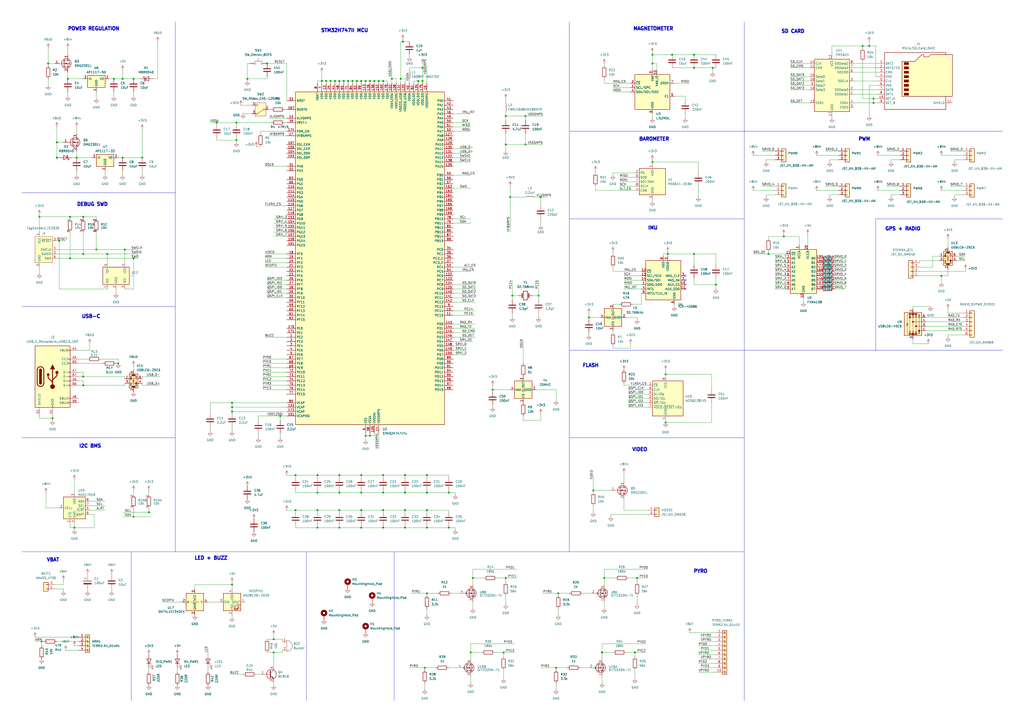
<source format=kicad_sch>
(kicad_sch (version 20250114) (generator "eeschema") (generator_version "9.0")
  (paper "A2")
  (title_block (title "CRV Components Flight Control Unit") (date "2025-05-09") (rev "1.0") (company "Leviathan Flight Systems") (comment 1 "Developed for CRV Components") (comment 2 "Designed by Kaiwen Zheng") (comment 3 "Official Name TBD"))
  (lib_symbols
    (symbol "AdafruitBreakouts:ESDALC6V1W5"
      (property "Reference" "U" (at 8.89 -7.112 0))
      (property "Footprint" "Package_TO_SOT_SMD:SOT-353_SC-70-5" (at 0 0 0))
      (symbol "ESDALC6V1W5_0_0"
        (pin passive line (at 0 -10.16 90) (length 2.54) (name "GND") (number "2"))
      )
      (symbol "ESDALC6V1W5_1_1"
        (pin passive line (at -5.08 5.08 270) (length 2.54) (name "IO4") (number "5"))
        (pin passive line (at -5.08 -10.16 90) (length 2.54) (name "IO1") (number "1"))
        (pin passive line (at 5.08 5.08 270) (length 2.54) (name "IO3") (number "4"))
        (pin passive line (at 5.08 -10.16 90) (length 2.54) (name "IO2") (number "3"))
      )
    )
    (symbol "AdafruitBreakouts:ICM-45686"
      (property "Reference" "U" (at 0 0 0))
      (symbol "ICM-45686_1_1"
        (pin input line (at -12.7 3.81 0) (length 2.54) (name "~{CS}") (number "12"))
        (pin input line (at -12.7 1.27 0) (length 2.54) (name "SCL/SCK") (number "13"))
        (pin input line (at -12.7 -1.27 0) (length 2.54) (name "SDA/SDI") (number "14"))
        (pin bidirectional line (at -12.7 -3.81 0) (length 2.54) (name "SDO/ADO") (number "1"))
        (pin output line (at -12.7 -6.35 0) (length 2.54) (name "INT1") (number "4"))
        (pin output line (at -12.7 -8.89 0) (length 2.54) (name "INT2/CLK_IN") (number "9"))
        (pin power_in line (at 0 12.7 270) (length 2.54) (name "VDD") (number "8"))
        (pin power_in line (at 2.54 12.7 270) (length 2.54) (name "VDDIO") (number "5"))
        (pin power_in line (at 6.35 -15.24 90) (length 2.54) (name "GND") (number "6"))
        (pin output line (at 12.7 1.27 180) (length 2.54) (name "MAS_CLK") (number "3"))
        (pin bidirectional line (at 12.7 -1.27 180) (length 2.54) (name "MAS_DA") (number "2"))
        (pin output line (at 12.7 -3.81 180) (length 2.54) (name "AUX_CS") (number "10"))
        (pin output line (at 12.7 -6.35 180) (length 2.54) (name "AUX_SDO") (number "11"))
      )
    )
    (symbol "AdafruitBreakouts:R_NET2"
      (property "Reference" "R" (at 0 0 0))
      (symbol "R_NET2_1_1"
        (pin passive line (at 0 3.81 270) (length 1.27) (name "~") (number "1"))
        (pin passive line (at 0 -3.81 90) (length 1.27) (name "~") (number "4"))
      )
      (symbol "R_NET2_2_1"
        (pin passive line (at 0 3.81 270) (length 1.27) (name "~") (number "2"))
        (pin passive line (at 0 -3.81 90) (length 1.27) (name "~") (number "3"))
      )
    )
    (symbol "AdafruitBreakouts:R_NET4"
      (property "Reference" "R" (at 0 0 0))
      (symbol "R_NET4_1_1"
        (pin passive line (at 0 3.81 270) (length 1.27) (name "~") (number "1"))
        (pin passive line (at 0 -3.81 90) (length 1.27) (name "~") (number "8"))
      )
      (symbol "R_NET4_2_1"
        (pin passive line (at 0 3.81 270) (length 1.27) (name "~") (number "2"))
        (pin passive line (at 0 -3.81 90) (length 1.27) (name "~") (number "7"))
      )
      (symbol "R_NET4_3_1"
        (pin passive line (at 0 3.81 270) (length 1.27) (name "~") (number "3"))
        (pin passive line (at 0 -3.81 90) (length 1.27) (name "~") (number "6"))
      )
      (symbol "R_NET4_4_1"
        (pin passive line (at 0 3.81 270) (length 1.27) (name "~") (number "4"))
        (pin passive line (at 0 -3.81 90) (length 1.27) (name "~") (number "5"))
      )
    )
    (symbol "Connector:Conn_ARM_SWD_TagConnect_TC2030-NL" (in_bom no)
      (property "Reference" "J" (at 2.54 11.43 0))
      (property "Value" "Conn_ARM_SWD_TagConnect_TC2030-NL" (at 2.54 8.89 0))
      (symbol "Conn_ARM_SWD_TagConnect_TC2030-NL_0_0"
        (pin power_in line (at -2.54 10.16 270) (length 2.54) (name "VCC") (number "1"))
        (pin power_in line (at -2.54 -10.16 90) (length 2.54) (name "GND") (number "5"))
        (pin open_collector line (at 7.62 5.08 180) (length 2.54) (name "~{RESET}") (number "3"))
        (pin output line (at 7.62 0 180) (length 2.54) (name "SWCLK") (number "4"))
        (pin bidirectional line (at 7.62 -2.54 180) (length 2.54) (name "SWDIO") (number "2"))
        (pin input line (at 7.62 -5.08 180) (length 2.54) (name "SWO") (number "6"))
      )
    )
    (symbol "Connector:Micro_SD_Card_Det2"
      (property "Reference" "J" (at -16.51 17.78 0))
      (property "Value" "Micro_SD_Card_Det2" (at 16.51 17.78 0))
      (symbol "Micro_SD_Card_Det2_1_1"
        (pin bidirectional line (at -22.86 10.16 0) (length 3.81) (name "DAT2") (number "1"))
        (pin bidirectional line (at -22.86 7.62 0) (length 3.81) (name "DAT3/CD") (number "2"))
        (pin input line (at -22.86 5.08 0) (length 3.81) (name "CMD") (number "3"))
        (pin power_in line (at -22.86 2.54 0) (length 3.81) (name "VDD") (number "4"))
        (pin input line (at -22.86 0 0) (length 3.81) (name "CLK") (number "5"))
        (pin power_in line (at -22.86 -2.54 0) (length 3.81) (name "VSS") (number "6"))
        (pin bidirectional line (at -22.86 -5.08 0) (length 3.81) (name "DAT0") (number "7"))
        (pin bidirectional line (at -22.86 -7.62 0) (length 3.81) (name "DAT1") (number "8"))
        (pin passive line (at -22.86 -10.16 0) (length 3.81) (name "DET_A") (number "10"))
        (pin passive line (at -22.86 -12.7 0) (length 3.81) (name "DET_B") (number "9"))
        (pin passive line (at 20.32 -12.7 180) (length 3.81) (name "SHIELD") (number "11"))
      )
    )
    (symbol "Connector:Screw_Terminal_01x04" (pin_names (offset 1.016) (hide yes))
      (property "Reference" "J" (at 0 5.08 0))
      (property "Value" "Screw_Terminal_01x04" (at 0 -7.62 0))
      (symbol "Screw_Terminal_01x04_1_1"
        (pin passive line (at -5.08 2.54 0) (length 3.81) (name "Pin_1") (number "1"))
        (pin passive line (at -5.08 0 0) (length 3.81) (name "Pin_2") (number "2"))
        (pin passive line (at -5.08 -2.54 0) (length 3.81) (name "Pin_3") (number "3"))
        (pin passive line (at -5.08 -5.08 0) (length 3.81) (name "Pin_4") (number "4"))
      )
    )
    (symbol "Connector:Screw_Terminal_01x10" (pin_names (offset 1.016) (hide yes))
      (property "Reference" "J" (at 0 12.7 0))
      (property "Value" "Screw_Terminal_01x10" (at 0 -15.24 0))
      (symbol "Screw_Terminal_01x10_1_1"
        (pin passive line (at -5.08 10.16 0) (length 3.81) (name "Pin_1") (number "1"))
        (pin passive line (at -5.08 7.62 0) (length 3.81) (name "Pin_2") (number "2"))
        (pin passive line (at -5.08 5.08 0) (length 3.81) (name "Pin_3") (number "3"))
        (pin passive line (at -5.08 2.54 0) (length 3.81) (name "Pin_4") (number "4"))
        (pin passive line (at -5.08 0 0) (length 3.81) (name "Pin_5") (number "5"))
        (pin passive line (at -5.08 -2.54 0) (length 3.81) (name "Pin_6") (number "6"))
        (pin passive line (at -5.08 -5.08 0) (length 3.81) (name "Pin_7") (number "7"))
        (pin passive line (at -5.08 -7.62 0) (length 3.81) (name "Pin_8") (number "8"))
        (pin passive line (at -5.08 -10.16 0) (length 3.81) (name "Pin_9") (number "9"))
        (pin passive line (at -5.08 -12.7 0) (length 3.81) (name "Pin_10") (number "10"))
      )
    )
    (symbol "Connector:USB_C_Receptacle_USB2.0_16P" (pin_names (offset 1.016))
      (property "Reference" "J" (at 0 22.225 0))
      (property "Value" "USB_C_Receptacle_USB2.0_16P" (at 0 19.685 0))
      (symbol "USB_C_Receptacle_USB2.0_16P_1_1"
        (pin passive line (at -7.62 -22.86 90) (length 5.08) (name "SHIELD") (number "S1"))
        (pin passive line (at 0 -22.86 90) (length 5.08) (name "GND") (number "A1"))
        (pin passive line (at 0 -22.86 90) (length 5.08) (hide yes) (name "GND") (number "A12"))
        (pin passive line (at 0 -22.86 90) (length 5.08) (hide yes) (name "GND") (number "B1"))
        (pin passive line (at 0 -22.86 90) (length 5.08) (hide yes) (name "GND") (number "B12"))
        (pin passive line (at 15.24 15.24 180) (length 5.08) (name "VBUS") (number "A4"))
        (pin passive line (at 15.24 15.24 180) (length 5.08) (hide yes) (name "VBUS") (number "A9"))
        (pin passive line (at 15.24 15.24 180) (length 5.08) (hide yes) (name "VBUS") (number "B4"))
        (pin passive line (at 15.24 15.24 180) (length 5.08) (hide yes) (name "VBUS") (number "B9"))
        (pin bidirectional line (at 15.24 10.16 180) (length 5.08) (name "CC1") (number "A5"))
        (pin bidirectional line (at 15.24 7.62 180) (length 5.08) (name "CC2") (number "B5"))
        (pin bidirectional line (at 15.24 2.54 180) (length 5.08) (name "D-") (number "A7"))
        (pin bidirectional line (at 15.24 0 180) (length 5.08) (name "D-") (number "B7"))
        (pin bidirectional line (at 15.24 -2.54 180) (length 5.08) (name "D+") (number "A6"))
        (pin bidirectional line (at 15.24 -5.08 180) (length 5.08) (name "D+") (number "B6"))
        (pin bidirectional line (at 15.24 -12.7 180) (length 5.08) (name "SBU1") (number "A8"))
        (pin bidirectional line (at 15.24 -15.24 180) (length 5.08) (name "SBU2") (number "B8"))
      )
    )
    (symbol "Connector_Generic:Conn_01x02" (pin_names (offset 1.016) (hide yes))
      (property "Reference" "J" (at 0 2.54 0))
      (property "Value" "Conn_01x02" (at 0 -5.08 0))
      (symbol "Conn_01x02_1_1"
        (pin passive line (at -5.08 0 0) (length 3.81) (name "Pin_1") (number "1"))
        (pin passive line (at -5.08 -2.54 0) (length 3.81) (name "Pin_2") (number "2"))
      )
    )
    (symbol "Connector_Generic:Conn_01x03" (pin_names (offset 1.016) (hide yes))
      (property "Reference" "J" (at 0 5.08 0))
      (property "Value" "Conn_01x03" (at 0 -5.08 0))
      (symbol "Conn_01x03_1_1"
        (pin passive line (at -5.08 2.54 0) (length 3.81) (name "Pin_1") (number "1"))
        (pin passive line (at -5.08 0 0) (length 3.81) (name "Pin_2") (number "2"))
        (pin passive line (at -5.08 -2.54 0) (length 3.81) (name "Pin_3") (number "3"))
      )
    )
    (symbol "Connector_Generic:Conn_01x04" (pin_names (offset 1.016) (hide yes))
      (property "Reference" "J" (at 0 5.08 0))
      (property "Value" "Conn_01x04" (at 0 -7.62 0))
      (symbol "Conn_01x04_1_1"
        (pin passive line (at -5.08 2.54 0) (length 3.81) (name "Pin_1") (number "1"))
        (pin passive line (at -5.08 0 0) (length 3.81) (name "Pin_2") (number "2"))
        (pin passive line (at -5.08 -2.54 0) (length 3.81) (name "Pin_3") (number "3"))
        (pin passive line (at -5.08 -5.08 0) (length 3.81) (name "Pin_4") (number "4"))
      )
    )
    (symbol "Connector_Generic:Conn_01x06" (pin_names (offset 1.016) (hide yes))
      (property "Reference" "J" (at 0 7.62 0))
      (property "Value" "Conn_01x06" (at 0 -10.16 0))
      (symbol "Conn_01x06_1_1"
        (pin passive line (at -5.08 5.08 0) (length 3.81) (name "Pin_1") (number "1"))
        (pin passive line (at -5.08 2.54 0) (length 3.81) (name "Pin_2") (number "2"))
        (pin passive line (at -5.08 0 0) (length 3.81) (name "Pin_3") (number "3"))
        (pin passive line (at -5.08 -2.54 0) (length 3.81) (name "Pin_4") (number "4"))
        (pin passive line (at -5.08 -5.08 0) (length 3.81) (name "Pin_5") (number "5"))
        (pin passive line (at -5.08 -7.62 0) (length 3.81) (name "Pin_6") (number "6"))
      )
    )
    (symbol "Device:Buzzer" (pin_names (offset 0.0254) (hide yes))
      (property "Reference" "BZ" (at 3.81 1.27 0))
      (property "Value" "Buzzer" (at 3.81 -1.27 0))
      (symbol "Buzzer_1_1"
        (pin passive line (at -2.54 2.54 0) (length 2.54) (name "+") (number "1"))
        (pin passive line (at -2.54 -2.54 0) (length 2.54) (name "-") (number "2"))
      )
    )
    (symbol "Device:C" (pin_numbers (hide yes)) (pin_names (offset 0.254))
      (property "Reference" "C" (at 0.635 2.54 0))
      (property "Value" "C" (at 0.635 -2.54 0))
      (symbol "C_1_1"
        (pin passive line (at 0 3.81 270) (length 2.794) (name "~") (number "1"))
        (pin passive line (at 0 -3.81 90) (length 2.794) (name "~") (number "2"))
      )
    )
    (symbol "Device:C_Polarized" (pin_numbers (hide yes)) (pin_names (offset 0.254))
      (property "Reference" "C" (at 0.635 2.54 0))
      (property "Value" "C_Polarized" (at 0.635 -2.54 0))
      (symbol "C_Polarized_1_1"
        (pin passive line (at 0 3.81 270) (length 2.794) (name "~") (number "1"))
        (pin passive line (at 0 -3.81 90) (length 2.794) (name "~") (number "2"))
      )
    )
    (symbol "Device:Crystal" (pin_numbers (hide yes)) (pin_names (offset 1.016) (hide yes))
      (property "Reference" "Y" (at 0 3.81 0))
      (property "Value" "Crystal" (at 0 -3.81 0))
      (symbol "Crystal_1_1"
        (pin passive line (at -3.81 0 0) (length 1.27) (name "1") (number "1"))
        (pin passive line (at 3.81 0 180) (length 1.27) (name "2") (number "2"))
      )
    )
    (symbol "Device:LED" (pin_numbers (hide yes)) (pin_names (offset 1.016) (hide yes))
      (property "Reference" "D" (at 0 2.54 0))
      (property "Value" "LED" (at 0 -2.54 0))
      (symbol "LED_1_1"
        (pin passive line (at -3.81 0 0) (length 2.54) (name "K") (number "1"))
        (pin passive line (at 3.81 0 180) (length 2.54) (name "A") (number "2"))
      )
    )
    (symbol "Device:L_Small" (pin_numbers (hide yes)) (pin_names (offset 0.254) (hide yes))
      (property "Reference" "L" (at 0.762 1.016 0))
      (property "Value" "L_Small" (at 0.762 -1.016 0))
      (symbol "L_Small_1_1"
        (pin passive line (at 0 2.54 270) (length 0.508) (name "~") (number "1"))
        (pin passive line (at 0 -2.54 90) (length 0.508) (name "~") (number "2"))
      )
    )
    (symbol "Device:R" (pin_numbers (hide yes)) (pin_names (offset 0))
      (property "Reference" "R" (at 2.032 0 90))
      (property "Value" "R" (at 0 0 90))
      (symbol "R_1_1"
        (pin passive line (at 0 3.81 270) (length 1.27) (name "~") (number "1"))
        (pin passive line (at 0 -3.81 90) (length 1.27) (name "~") (number "2"))
      )
    )
    (symbol "Diode:MBR0540" (pin_numbers (hide yes)) (pin_names (offset 1.016) (hide yes))
      (property "Reference" "D" (at 0 2.54 0))
      (property "Value" "MBR0540" (at 0 -2.54 0))
      (symbol "MBR0540_1_1"
        (pin passive line (at -3.81 0 0) (length 2.54) (name "K") (number "1"))
        (pin passive line (at 3.81 0 180) (length 2.54) (name "A") (number "2"))
      )
    )
    (symbol "FCU2025:SI7232DN"
      (property "Reference" "U" (at -5.334 -2.54 0))
      (symbol "SI7232DN_1_1"
        (pin passive line (at -7.62 0 0) (length 2.54) (name "G") (number "2"))
        (pin passive line (at 0 5.08 270) (length 2.54) (name "D") (number "5"))
        (pin passive line (at 0 -5.08 90) (length 2.54) (name "S") (number "1"))
      )
      (symbol "SI7232DN_2_1"
        (pin passive line (at -7.62 0 0) (length 2.54) (name "G") (number "4"))
        (pin passive line (at 0 5.08 270) (length 2.54) (name "D") (number "6"))
        (pin passive line (at 0 -5.08 90) (length 2.54) (name "S") (number "3"))
      )
    )
    (symbol "LED:WS2812B-2020" (pin_names (offset 0.254))
      (property "Reference" "D" (at 5.08 5.715 0))
      (property "Value" "WS2812B-2020" (at 1.27 -5.715 0))
      (symbol "WS2812B-2020_0_0"
        (text "RGB" (at 2.286 -4.191 0) (effects (font (size 0.762 0.762))))
      )
      (symbol "WS2812B-2020_1_1"
        (pin input line (at -7.62 0 0) (length 2.54) (name "DIN") (number "3"))
        (pin power_in line (at 0 7.62 270) (length 2.54) (name "VDD") (number "4"))
        (pin power_in line (at 0 -7.62 90) (length 2.54) (name "VSS") (number "2"))
        (pin output line (at 7.62 0 180) (length 2.54) (name "DOUT") (number "1"))
      )
    )
    (symbol "Logic_LevelTranslator:FXMA108"
      (property "Reference" "U" (at -6.35 13.97 0))
      (property "Value" "FXMA108" (at 7.62 13.97 0))
      (symbol "FXMA108_1_1"
        (pin input line (at -10.16 10.16 0) (length 2.54) (name "~{OE}") (number "11"))
        (pin bidirectional line (at -10.16 7.62 0) (length 2.54) (name "A0") (number "2"))
        (pin bidirectional line (at -10.16 5.08 0) (length 2.54) (name "A1") (number "3"))
        (pin bidirectional line (at -10.16 2.54 0) (length 2.54) (name "A2") (number "4"))
        (pin bidirectional line (at -10.16 0 0) (length 2.54) (name "A3") (number "5"))
        (pin bidirectional line (at -10.16 -2.54 0) (length 2.54) (name "A4") (number "6"))
        (pin bidirectional line (at -10.16 -5.08 0) (length 2.54) (name "A5") (number "7"))
        (pin bidirectional line (at -10.16 -7.62 0) (length 2.54) (name "A6") (number "8"))
        (pin bidirectional line (at -10.16 -10.16 0) (length 2.54) (name "A7") (number "9"))
        (pin power_in line (at -2.54 15.24 270) (length 2.54) (name "VCCA") (number "1"))
        (pin power_in line (at 0 -15.24 90) (length 2.54) (name "GND") (number "10"))
        (pin power_in line (at 2.54 15.24 270) (length 2.54) (name "VCCB") (number "20"))
        (pin no_connect line (at 2.54 -12.7 90) (length 2.54) (hide yes) (name "NC") (number "21"))
        (pin bidirectional line (at 10.16 7.62 180) (length 2.54) (name "B0") (number "19"))
        (pin bidirectional line (at 10.16 5.08 180) (length 2.54) (name "B1") (number "18"))
        (pin bidirectional line (at 10.16 2.54 180) (length 2.54) (name "B2") (number "17"))
        (pin bidirectional line (at 10.16 0 180) (length 2.54) (name "B3") (number "16"))
        (pin bidirectional line (at 10.16 -2.54 180) (length 2.54) (name "B4") (number "15"))
        (pin bidirectional line (at 10.16 -5.08 180) (length 2.54) (name "B5") (number "14"))
        (pin bidirectional line (at 10.16 -7.62 180) (length 2.54) (name "B6") (number "13"))
        (pin bidirectional line (at 10.16 -10.16 180) (length 2.54) (name "B7") (number "12"))
      )
    )
    (symbol "Logic_LevelTranslator:SN74LV1T34DCK"
      (property "Reference" "U" (at 5.08 6.35 0))
      (property "Value" "SN74LV1T34DCK" (at 5.08 3.81 0))
      (symbol "SN74LV1T34DCK_1_1"
        (pin input line (at -7.62 0 0) (length 2.54) (name "A") (number "2"))
        (pin no_connect line (at -5.08 2.54 0) (length 2.54) (hide yes) (name "NC") (number "1"))
        (pin power_in line (at 0 7.62 270) (length 2.54) (name "VCC") (number "5"))
        (pin power_in line (at 0 -7.62 90) (length 2.54) (name "GND") (number "3"))
        (pin output line (at 7.62 0 180) (length 2.54) (name "Y") (number "4"))
      )
    )
    (symbol "MAX17049_1"
      (property "Reference" "U" (at 2.54 -7.874 0))
      (symbol "MAX17049_1_1_1"
        (pin power_in line (at -8.89 0 0) (length 2.54) (name "CELL") (number "2"))
        (pin power_in line (at -2.54 -8.89 90) (length 2.54) (name "CTG") (number "1"))
        (pin power_in line (at 0 8.89 270) (length 2.54) (name "VDD") (number "3"))
        (pin power_in line (at 0 -8.89 90) (length 2.54) (name "GND") (number "4"))
        (pin bidirectional line (at 8.89 3.81 180) (length 2.54) (name "SDA") (number "8"))
        (pin input line (at 8.89 1.27 180) (length 2.54) (name "SCL") (number "7"))
        (pin output line (at 8.89 -1.27 180) (length 2.54) (name "~{ALRT}") (number "5"))
        (pin output line (at 8.89 -3.81 180) (length 2.54) (name "QSRT") (number "6"))
      )
    )
    (symbol "MCU_ST_STM32H7:STM32H747IITx"
      (property "Reference" "U" (at -43.18 97.79 0))
      (property "Value" "STM32H747IITx" (at 35.56 97.79 0))
      (symbol "STM32H747IITx_1_1"
        (pin input line (at -48.26 91.44 0) (length 5.08) (name "NRST") (number "33"))
        (pin input line (at -48.26 86.36 0) (length 5.08) (name "BOOT0") (number "167"))
        (pin power_in line (at -48.26 81.28 0) (length 5.08) (name "VLXSMPS") (number "15"))
        (pin input line (at -48.26 78.74 0) (length 5.08) (name "VREF+") (number "39"))
        (pin input line (at -48.26 73.66 0) (length 5.08) (name "PDR_ON") (number "174"))
        (pin input line (at -48.26 71.12 0) (length 5.08) (name "VFBSMPS") (number "17"))
        (pin bidirectional line (at -48.26 66.04 0) (length 5.08) (name "DSI_CKN") (number "107"))
        (pin bidirectional line (at -48.26 63.5 0) (length 5.08) (name "DSI_CKP") (number "106"))
        (pin bidirectional line (at -48.26 60.96 0) (length 5.08) (name "DSI_D0N") (number "104"))
        (pin bidirectional line (at -48.26 58.42 0) (length 5.08) (name "DSI_D0P") (number "103"))
        (pin bidirectional line (at -48.26 53.34 0) (length 5.08) (name "PH0") (number "31"))
        (pin bidirectional line (at -48.26 50.8 0) (length 5.08) (name "PH1") (number "32"))
        (pin bidirectional line (at -48.26 45.72 0) (length 5.08) (name "PG0") (number "63"))
        (pin bidirectional line (at -48.26 43.18 0) (length 5.08) (name "PG1") (number "66"))
        (pin bidirectional line (at -48.26 40.64 0) (length 5.08) (name "PG2") (number "110"))
        (pin bidirectional line (at -48.26 38.1 0) (length 5.08) (name "PG3") (number "111"))
        (pin bidirectional line (at -48.26 35.56 0) (length 5.08) (name "PG4") (number "114"))
        (pin bidirectional line (at -48.26 33.02 0) (length 5.08) (name "PG5") (number "115"))
        (pin bidirectional line (at -48.26 30.48 0) (length 5.08) (name "PG6") (number "116"))
        (pin bidirectional line (at -48.26 27.94 0) (length 5.08) (name "PG7") (number "117"))
        (pin bidirectional line (at -48.26 25.4 0) (length 5.08) (name "PG8") (number "118"))
        (pin bidirectional line (at -48.26 22.86 0) (length 5.08) (name "PG9") (number "153"))
        (pin bidirectional line (at -48.26 20.32 0) (length 5.08) (name "PG10") (number "154"))
        (pin bidirectional line (at -48.26 17.78 0) (length 5.08) (name "PG11") (number "155"))
        (pin bidirectional line (at -48.26 15.24 0) (length 5.08) (name "PG12") (number "156"))
        (pin bidirectional line (at -48.26 12.7 0) (length 5.08) (name "PG13") (number "157"))
        (pin bidirectional line (at -48.26 10.16 0) (length 5.08) (name "PG14") (number "158"))
        (pin bidirectional line (at -48.26 7.62 0) (length 5.08) (name "PG15") (number "161"))
        (pin bidirectional line (at -48.26 2.54 0) (length 5.08) (name "PF0") (number "18"))
        (pin bidirectional line (at -48.26 0 0) (length 5.08) (name "PF1") (number "19"))
        (pin bidirectional line (at -48.26 -2.54 0) (length 5.08) (name "PF2") (number "20"))
        (pin bidirectional line (at -48.26 -5.08 0) (length 5.08) (name "PF3") (number "21"))
        (pin bidirectional line (at -48.26 -7.62 0) (length 5.08) (name "PF4") (number "22"))
        (pin bidirectional line (at -48.26 -10.16 0) (length 5.08) (name "PF5") (number "23"))
        (pin bidirectional line (at -48.26 -12.7 0) (length 5.08) (name "PF6") (number "26"))
        (pin bidirectional line (at -48.26 -15.24 0) (length 5.08) (name "PF7") (number "27"))
        (pin bidirectional line (at -48.26 -17.78 0) (length 5.08) (name "PF8") (number "28"))
        (pin bidirectional line (at -48.26 -20.32 0) (length 5.08) (name "PF9") (number "29"))
        (pin bidirectional line (at -48.26 -22.86 0) (length 5.08) (name "PF10") (number "30"))
        (pin bidirectional line (at -48.26 -25.4 0) (length 5.08) (name "PF11") (number "58"))
        (pin bidirectional line (at -48.26 -27.94 0) (length 5.08) (name "PF12") (number "59"))
        (pin bidirectional line (at -48.26 -30.48 0) (length 5.08) (name "PF13") (number "60"))
        (pin bidirectional line (at -48.26 -33.02 0) (length 5.08) (name "PF14") (number "61"))
        (pin bidirectional line (at -48.26 -35.56 0) (length 5.08) (name "PF15") (number "62"))
        (pin bidirectional line (at -48.26 -40.64 0) (length 5.08) (name "PE0") (number "170"))
        (pin bidirectional line (at -48.26 -43.18 0) (length 5.08) (name "PE1") (number "171"))
        (pin bidirectional line (at -48.26 -45.72 0) (length 5.08) (name "PE2") (number "1"))
        (pin bidirectional line (at -48.26 -48.26 0) (length 5.08) (name "PE3") (number "2"))
        (pin bidirectional line (at -48.26 -50.8 0) (length 5.08) (name "PE4") (number "3"))
        (pin bidirectional line (at -48.26 -53.34 0) (length 5.08) (name "PE5") (number "4"))
        (pin bidirectional line (at -48.26 -55.88 0) (length 5.08) (name "PE6") (number "5"))
        (pin bidirectional line (at -48.26 -58.42 0) (length 5.08) (name "PE7") (number "67"))
        (pin bidirectional line (at -48.26 -60.96 0) (length 5.08) (name "PE8") (number "68"))
        (pin bidirectional line (at -48.26 -63.5 0) (length 5.08) (name "PE9") (number "69"))
        (pin bidirectional line (at -48.26 -66.04 0) (length 5.08) (name "PE10") (number "72"))
        (pin bidirectional line (at -48.26 -68.58 0) (length 5.08) (name "PE11") (number "73"))
        (pin bidirectional line (at -48.26 -71.12 0) (length 5.08) (name "PE12") (number "74"))
        (pin bidirectional line (at -48.26 -73.66 0) (length 5.08) (name "PE13") (number "75"))
        (pin bidirectional line (at -48.26 -76.2 0) (length 5.08) (name "PE14") (number "76"))
        (pin bidirectional line (at -48.26 -78.74 0) (length 5.08) (name "PE15") (number "77"))
        (pin power_out line (at -48.26 -83.82 0) (length 5.08) (name "VCAP") (number "80"))
        (pin power_out line (at -48.26 -86.36 0) (length 5.08) (name "VCAP") (number "133"))
        (pin power_out line (at -48.26 -88.9 0) (length 5.08) (name "VCAP") (number "172"))
        (pin power_out line (at -48.26 -91.44 0) (length 5.08) (name "VCAPDSI") (number "101"))
        (pin power_in line (at -30.48 101.6 270) (length 5.08) (name "VBAT") (number "8"))
        (pin power_in line (at -27.94 101.6 270) (length 5.08) (name "VDD") (number "7"))
        (pin power_in line (at -25.4 101.6 270) (length 5.08) (name "VDD") (number "13"))
        (pin power_in line (at -22.86 101.6 270) (length 5.08) (name "VDD") (number "25"))
        (pin power_in line (at -20.32 101.6 270) (length 5.08) (name "VDD") (number "44"))
        (pin power_in line (at -17.78 101.6 270) (length 5.08) (name "VDD") (number "48"))
        (pin power_in line (at -15.24 101.6 270) (length 5.08) (name "VDD") (number "65"))
        (pin power_in line (at -12.7 101.6 270) (length 5.08) (name "VDD") (number "71"))
        (pin power_in line (at -10.16 101.6 270) (length 5.08) (name "VDD") (number "84"))
        (pin power_in line (at -7.62 101.6 270) (length 5.08) (name "VDD") (number "92"))
        (pin power_in line (at -5.08 101.6 270) (length 5.08) (name "VDD") (number "99"))
        (pin power_in line (at -2.54 101.6 270) (length 5.08) (name "VDD") (number "113"))
        (pin passive line (at -2.54 -101.6 90) (length 5.08) (hide yes) (name "VSS") (number "100"))
        (pin passive line (at -2.54 -101.6 90) (length 5.08) (hide yes) (name "VSS") (number "112"))
        (pin passive line (at -2.54 -101.6 90) (length 5.08) (hide yes) (name "VSS") (number "119"))
        (pin passive line (at -2.54 -101.6 90) (length 5.08) (hide yes) (name "VSS") (number "12"))
        (pin passive line (at -2.54 -101.6 90) (length 5.08) (hide yes) (name "VSS") (number "134"))
        (pin passive line (at -2.54 -101.6 90) (length 5.08) (hide yes) (name "VSS") (number "137"))
        (pin passive line (at -2.54 -101.6 90) (length 5.08) (hide yes) (name "VSS") (number "151"))
        (pin passive line (at -2.54 -101.6 90) (length 5.08) (hide yes) (name "VSS") (number "159"))
        (pin passive line (at -2.54 -101.6 90) (length 5.08) (hide yes) (name "VSS") (number "173"))
        (pin passive line (at -2.54 -101.6 90) (length 5.08) (hide yes) (name "VSS") (number "24"))
        (pin passive line (at -2.54 -101.6 90) (length 5.08) (hide yes) (name "VSS") (number "45"))
        (pin passive line (at -2.54 -101.6 90) (length 5.08) (hide yes) (name "VSS") (number "47"))
        (pin power_in line (at -2.54 -101.6 90) (length 5.08) (name "VSS") (number "6"))
        (pin passive line (at -2.54 -101.6 90) (length 5.08) (hide yes) (name "VSS") (number "64"))
        (pin passive line (at -2.54 -101.6 90) (length 5.08) (hide yes) (name "VSS") (number "70"))
        (pin passive line (at -2.54 -101.6 90) (length 5.08) (hide yes) (name "VSS") (number "81"))
        (pin passive line (at -2.54 -101.6 90) (length 5.08) (hide yes) (name "VSS") (number "83"))
        (pin passive line (at -2.54 -101.6 90) (length 5.08) (hide yes) (name "VSS") (number "93"))
        (pin power_in line (at 0 101.6 270) (length 5.08) (name "VDD") (number "126"))
        (pin power_in line (at 0 -101.6 90) (length 5.08) (name "VSSA") (number "38"))
        (pin power_in line (at 2.54 101.6 270) (length 5.08) (name "VDD") (number "136"))
        (pin power_in line (at 2.54 -101.6 90) (length 5.08) (name "VSSDSI") (number "105"))
        (pin passive line (at 2.54 -101.6 90) (length 5.08) (hide yes) (name "VSSDSI") (number "109"))
        (pin power_in line (at 5.08 101.6 270) (length 5.08) (name "VDD") (number "152"))
        (pin power_in line (at 5.08 -101.6 90) (length 5.08) (name "VSSSMPS") (number "14"))
        (pin power_in line (at 7.62 101.6 270) (length 5.08) (name "VDD") (number "160"))
        (pin power_in line (at 10.16 101.6 270) (length 5.08) (name "VDD") (number "176"))
        (pin power_in line (at 12.7 101.6 270) (length 5.08) (name "VDD12DSI") (number "102"))
        (pin power_in line (at 15.24 101.6 270) (length 5.08) (name "VDD12DSI") (number "108"))
        (pin power_in line (at 17.78 101.6 270) (length 5.08) (name "VDD33_USB") (number "121"))
        (pin power_in line (at 20.32 101.6 270) (length 5.08) (name "VDD50_USB") (number "120"))
        (pin power_in line (at 22.86 101.6 270) (length 5.08) (name "VDDA") (number "40"))
        (pin power_in line (at 25.4 101.6 270) (length 5.08) (name "VDDLDO") (number "82"))
        (pin power_in line (at 27.94 101.6 270) (length 5.08) (name "VDDLDO") (number "135"))
        (pin power_in line (at 30.48 101.6 270) (length 5.08) (name "VDDLDO") (number "175"))
        (pin power_in line (at 33.02 101.6 270) (length 5.08) (name "VDDSMPS") (number "16"))
        (pin bidirectional line (at 48.26 91.44 180) (length 5.08) (name "PA0") (number "41"))
        (pin bidirectional line (at 48.26 88.9 180) (length 5.08) (name "PA1") (number "42"))
        (pin bidirectional line (at 48.26 86.36 180) (length 5.08) (name "PA2") (number "43"))
        (pin bidirectional line (at 48.26 83.82 180) (length 5.08) (name "PA3") (number "46"))
        (pin bidirectional line (at 48.26 81.28 180) (length 5.08) (name "PA4") (number "49"))
        (pin bidirectional line (at 48.26 78.74 180) (length 5.08) (name "PA5") (number "50"))
        (pin bidirectional line (at 48.26 76.2 180) (length 5.08) (name "PA6") (number "51"))
        (pin bidirectional line (at 48.26 73.66 180) (length 5.08) (name "PA7") (number "52"))
        (pin bidirectional line (at 48.26 71.12 180) (length 5.08) (name "PA8") (number "127"))
        (pin bidirectional line (at 48.26 68.58 180) (length 5.08) (name "PA9") (number "128"))
        (pin bidirectional line (at 48.26 66.04 180) (length 5.08) (name "PA10") (number "129"))
        (pin bidirectional line (at 48.26 63.5 180) (length 5.08) (name "PA11") (number "130"))
        (pin bidirectional line (at 48.26 60.96 180) (length 5.08) (name "PA12") (number "131"))
        (pin bidirectional line (at 48.26 58.42 180) (length 5.08) (name "PA13") (number "132"))
        (pin bidirectional line (at 48.26 55.88 180) (length 5.08) (name "PA14") (number "138"))
        (pin bidirectional line (at 48.26 53.34 180) (length 5.08) (name "PA15") (number "139"))
        (pin bidirectional line (at 48.26 48.26 180) (length 5.08) (name "PB0") (number "55"))
        (pin bidirectional line (at 48.26 45.72 180) (length 5.08) (name "PB1") (number "56"))
        (pin bidirectional line (at 48.26 43.18 180) (length 5.08) (name "PB2") (number "57"))
        (pin bidirectional line (at 48.26 40.64 180) (length 5.08) (name "PB3") (number "162"))
        (pin bidirectional line (at 48.26 38.1 180) (length 5.08) (name "PB4") (number "163"))
        (pin bidirectional line (at 48.26 35.56 180) (length 5.08) (name "PB5") (number "164"))
        (pin bidirectional line (at 48.26 33.02 180) (length 5.08) (name "PB6") (number "165"))
        (pin bidirectional line (at 48.26 30.48 180) (length 5.08) (name "PB7") (number "166"))
        (pin bidirectional line (at 48.26 27.94 180) (length 5.08) (name "PB8") (number "168"))
        (pin bidirectional line (at 48.26 25.4 180) (length 5.08) (name "PB9") (number "169"))
        (pin bidirectional line (at 48.26 22.86 180) (length 5.08) (name "PB10") (number "78"))
        (pin bidirectional line (at 48.26 20.32 180) (length 5.08) (name "PB11") (number "79"))
        (pin bidirectional line (at 48.26 17.78 180) (length 5.08) (name "PB12") (number "85"))
        (pin bidirectional line (at 48.26 15.24 180) (length 5.08) (name "PB13") (number "86"))
        (pin bidirectional line (at 48.26 12.7 180) (length 5.08) (name "PB14") (number "87"))
        (pin bidirectional line (at 48.26 10.16 180) (length 5.08) (name "PB15") (number "88"))
        (pin bidirectional line (at 48.26 5.08 180) (length 5.08) (name "PC0") (number "34"))
        (pin bidirectional line (at 48.26 2.54 180) (length 5.08) (name "PC1") (number "35"))
        (pin bidirectional line (at 48.26 0 180) (length 5.08) (name "PC2_C") (number "36"))
        (pin bidirectional line (at 48.26 -2.54 180) (length 5.08) (name "PC3_C") (number "37"))
        (pin bidirectional line (at 48.26 -5.08 180) (length 5.08) (name "PC4") (number "53"))
        (pin bidirectional line (at 48.26 -7.62 180) (length 5.08) (name "PC5") (number "54"))
        (pin bidirectional line (at 48.26 -10.16 180) (length 5.08) (name "PC6") (number "122"))
        (pin bidirectional line (at 48.26 -12.7 180) (length 5.08) (name "PC7") (number "123"))
        (pin bidirectional line (at 48.26 -15.24 180) (length 5.08) (name "PC8") (number "124"))
        (pin bidirectional line (at 48.26 -17.78 180) (length 5.08) (name "PC9") (number "125"))
        (pin bidirectional line (at 48.26 -20.32 180) (length 5.08) (name "PC10") (number "140"))
        (pin bidirectional line (at 48.26 -22.86 180) (length 5.08) (name "PC11") (number "141"))
        (pin bidirectional line (at 48.26 -25.4 180) (length 5.08) (name "PC12") (number "142"))
        (pin bidirectional line (at 48.26 -27.94 180) (length 5.08) (name "PC13") (number "9"))
        (pin bidirectional line (at 48.26 -30.48 180) (length 5.08) (name "PC14") (number "10"))
        (pin bidirectional line (at 48.26 -33.02 180) (length 5.08) (name "PC15") (number "11"))
        (pin bidirectional line (at 48.26 -38.1 180) (length 5.08) (name "PD0") (number "143"))
        (pin bidirectional line (at 48.26 -40.64 180) (length 5.08) (name "PD1") (number "144"))
        (pin bidirectional line (at 48.26 -43.18 180) (length 5.08) (name "PD2") (number "145"))
        (pin bidirectional line (at 48.26 -45.72 180) (length 5.08) (name "PD3") (number "146"))
        (pin bidirectional line (at 48.26 -48.26 180) (length 5.08) (name "PD4") (number "147"))
        (pin bidirectional line (at 48.26 -50.8 180) (length 5.08) (name "PD5") (number "148"))
        (pin bidirectional line (at 48.26 -53.34 180) (length 5.08) (name "PD6") (number "149"))
        (pin bidirectional line (at 48.26 -55.88 180) (length 5.08) (name "PD7") (number "150"))
        (pin bidirectional line (at 48.26 -58.42 180) (length 5.08) (name "PD8") (number "89"))
        (pin bidirectional line (at 48.26 -60.96 180) (length 5.08) (name "PD9") (number "90"))
        (pin bidirectional line (at 48.26 -63.5 180) (length 5.08) (name "PD10") (number "91"))
        (pin bidirectional line (at 48.26 -66.04 180) (length 5.08) (name "PD11") (number "94"))
        (pin bidirectional line (at 48.26 -68.58 180) (length 5.08) (name "PD12") (number "95"))
        (pin bidirectional line (at 48.26 -71.12 180) (length 5.08) (name "PD13") (number "96"))
        (pin bidirectional line (at 48.26 -73.66 180) (length 5.08) (name "PD14") (number "97"))
        (pin bidirectional line (at 48.26 -76.2 180) (length 5.08) (name "PD15") (number "98"))
      )
    )
    (symbol "Mechanical:MountingHole_Pad" (pin_numbers (hide yes)) (pin_names (offset 1.016) (hide yes)) (in_bom no)
      (property "Reference" "H" (at 0 6.35 0))
      (property "Value" "MountingHole_Pad" (at 0 4.445 0))
      (symbol "MountingHole_Pad_1_1"
        (pin input line (at 0 -2.54 90) (length 2.54) (name "1") (number "1"))
      )
    )
    (symbol "Memory_Flash:W25Q128JVS"
      (property "Reference" "U" (at -6.35 11.43 0))
      (property "Value" "W25Q128JVS" (at 7.62 11.43 0))
      (symbol "W25Q128JVS_1_1"
        (pin input line (at -10.16 7.62 0) (length 2.54) (name "~{CS}") (number "1"))
        (pin input line (at -10.16 5.08 0) (length 2.54) (name "CLK") (number "6"))
        (pin bidirectional line (at -10.16 2.54 0) (length 2.54) (name "DI/IO_{0}") (number "5"))
        (pin bidirectional line (at -10.16 0 0) (length 2.54) (name "DO/IO_{1}") (number "2"))
        (pin bidirectional line (at -10.16 -2.54 0) (length 2.54) (name "~{WP}/IO_{2}") (number "3"))
        (pin bidirectional line (at -10.16 -5.08 0) (length 2.54) (name "~{HOLD}/~{RESET}/IO_{3}") (number "7"))
        (pin power_in line (at 0 12.7 270) (length 2.54) (name "VCC") (number "8"))
        (pin power_in line (at 0 -12.7 90) (length 2.54) (name "GND") (number "4"))
      )
    )
    (symbol "Oscillator:ASE-xxxMHz" (pin_names (offset 0.254))
      (property "Reference" "Y" (at -5.08 6.35 0))
      (property "Value" "ASE-xxxMHz" (at 1.27 -6.35 0))
      (symbol "ASE-xxxMHz_1_1"
        (pin input line (at -7.62 0 0) (length 2.54) (name "EN") (number "1"))
        (pin power_in line (at 0 7.62 270) (length 2.54) (name "Vdd") (number "4"))
        (pin power_in line (at 0 -7.62 90) (length 2.54) (name "GND") (number "2"))
        (pin output line (at 7.62 0 180) (length 2.54) (name "OUT") (number "3"))
      )
    )
    (symbol "Power_Protection:CM1624"
      (property "Reference" "U" (at -5.08 17.78 0))
      (property "Value" "CM1624" (at 5.08 17.78 0))
      (symbol "CM1624_1_1"
        (pin passive line (at -12.7 12.7 0) (length 2.54) (name "CLK") (number "14"))
        (pin passive line (at -12.7 10.16 0) (length 2.54) (name "CMD") (number "11"))
        (pin passive line (at -12.7 5.08 0) (length 2.54) (name "Data0") (number "15"))
        (pin passive line (at -12.7 2.54 0) (length 2.54) (name "Data1") (number "16"))
        (pin passive line (at -12.7 0 0) (length 2.54) (name "Data2") (number "9"))
        (pin passive line (at -12.7 -2.54 0) (length 2.54) (name "Data3") (number "10"))
        (pin passive line (at -12.7 -10.16 0) (length 2.54) (name "ESD1") (number "13"))
        (pin power_in line (at 0 17.78 270) (length 2.54) (name "VCC") (number "12"))
        (pin power_in line (at 0 -17.78 90) (length 2.54) (name "GND") (number "17"))
        (pin passive line (at 12.7 12.7 180) (length 2.54) (name "SDData2") (number "8"))
        (pin passive line (at 12.7 10.16 180) (length 2.54) (name "SDData3") (number "7"))
        (pin passive line (at 12.7 7.62 180) (length 2.54) (name "SDCMD") (number "6"))
        (pin passive line (at 12.7 2.54 180) (length 2.54) (name "SDCLK") (number "3"))
        (pin passive line (at 12.7 -2.54 180) (length 2.54) (name "SDData0") (number "2"))
        (pin passive line (at 12.7 -5.08 180) (length 2.54) (name "SDData1") (number "1"))
        (pin passive line (at 12.7 -10.16 180) (length 2.54) (name "ESD1") (number "4"))
        (pin passive line (at 12.7 -12.7 180) (length 2.54) (name "ESD3") (number "5"))
      )
    )
    (symbol "Power_Protection:USBLC6-2SC6" (pin_names (hide yes))
      (property "Reference" "U" (at 0.635 5.715 0))
      (property "Value" "USBLC6-2SC6" (at 0.635 3.81 0))
      (symbol "USBLC6-2SC6_1_1"
        (pin passive line (at -5.08 0 0) (length 2.54) (name "I/O1") (number "1"))
        (pin passive line (at -5.08 -2.54 0) (length 2.54) (name "I/O2") (number "3"))
        (pin passive line (at 0 5.08 270) (length 2.54) (name "VBUS") (number "5"))
        (pin passive line (at 0 -7.62 90) (length 2.54) (name "GND") (number "2"))
        (pin passive line (at 5.08 0 180) (length 2.54) (name "I/O1") (number "6"))
        (pin passive line (at 5.08 -2.54 180) (length 2.54) (name "I/O2") (number "4"))
      )
    )
    (symbol "Power_Protection:USBLC6-4SC6" (pin_names (hide yes))
      (property "Reference" "U" (at 1.27 9.525 0))
      (property "Value" "USBLC6-4SC6" (at 1.27 6.985 0))
      (symbol "USBLC6-4SC6_1_1"
        (pin passive line (at -7.62 2.54 0) (length 2.54) (name "I/O1") (number "1"))
        (pin passive line (at -7.62 0 0) (length 2.54) (name "I/O2") (number "3"))
        (pin passive line (at -7.62 -2.54 0) (length 2.54) (name "I/O3") (number "4"))
        (pin passive line (at -7.62 -5.08 0) (length 2.54) (name "I/O4") (number "6"))
        (pin passive line (at 0 7.62 270) (length 2.54) (name "VBUS") (number "5"))
        (pin passive line (at 0 -10.16 90) (length 2.54) (name "GND") (number "2"))
      )
    )
    (symbol "Regulator_Linear:AP1117-33"
      (property "Reference" "U" (at -3.81 3.175 0))
      (property "Value" "AP1117-33" (at 0 3.175 0))
      (symbol "AP1117-33_1_1"
        (pin power_in line (at -7.62 0 0) (length 2.54) (name "VI") (number "3"))
        (pin power_in line (at 0 -7.62 90) (length 2.54) (name "GND") (number "1"))
        (pin power_out line (at 7.62 0 180) (length 2.54) (name "VO") (number "2"))
      )
    )
    (symbol "Regulator_Linear:AP1117-50"
      (property "Reference" "U" (at -3.81 3.175 0))
      (property "Value" "AP1117-50" (at 0 3.175 0))
      (symbol "AP1117-50_1_1"
        (pin power_in line (at -7.62 0 0) (length 2.54) (name "VI") (number "3"))
        (pin power_in line (at 0 -7.62 90) (length 2.54) (name "GND") (number "1"))
        (pin power_out line (at 7.62 0 180) (length 2.54) (name "VO") (number "2"))
      )
    )
    (symbol "Sensor_Magnetic:LIS2MDL"
      (property "Reference" "U" (at -8.89 11.43 0))
      (property "Value" "LIS2MDL" (at 7.62 11.43 0))
      (symbol "LIS2MDL_1_1"
        (pin input line (at -12.7 5.08 0) (length 2.54) (name "~{CS}") (number "3"))
        (pin input line (at -12.7 2.54 0) (length 2.54) (name "SCL/SPC") (number "1"))
        (pin bidirectional line (at -12.7 0 0) (length 2.54) (name "SDA/SDI/SDO") (number "4"))
        (pin no_connect line (at -10.16 -5.08 0) (length 2.54) (hide yes) (name "NC") (number "2"))
        (pin no_connect line (at -10.16 -7.62 0) (length 2.54) (hide yes) (name "NC") (number "11"))
        (pin power_in line (at 0 12.7 270) (length 2.54) (name "Vdd") (number "9"))
        (pin power_in line (at 0 -12.7 90) (length 2.54) (name "GND") (number "6"))
        (pin passive line (at 0 -12.7 90) (length 2.54) (hide yes) (name "GND") (number "8"))
        (pin power_in line (at 2.54 12.7 270) (length 2.54) (name "Vdd_IO") (number "10"))
        (pin no_connect line (at 10.16 -7.62 180) (length 2.54) (hide yes) (name "NC") (number "12"))
        (pin output line (at 12.7 5.08 180) (length 2.54) (name "DRDY") (number "7"))
        (pin power_out line (at 12.7 -2.54 180) (length 2.54) (name "C1") (number "5"))
      )
    )
    (symbol "Sensor_Pressure:MS5611-01BA"
      (property "Reference" "U" (at -6.35 8.89 0))
      (property "Value" "MS5611-01BA" (at 7.62 8.89 0))
      (symbol "MS5611-01BA_1_1"
        (pin input line (at -10.16 5.08 0) (length 2.54) (name "PS") (number "2"))
        (pin output line (at -10.16 2.54 0) (length 2.54) (name "SDO") (number "6"))
        (pin bidirectional line (at -10.16 0 0) (length 2.54) (name "SDI/SDA") (number "7"))
        (pin input line (at -10.16 -2.54 0) (length 2.54) (name "SCLK") (number "8"))
        (pin input line (at -10.16 -5.08 0) (length 2.54) (name "CSB") (number "4"))
        (pin input line (at -10.16 -5.08 0) (length 2.54) (hide yes) (name "CSB") (number "5"))
        (pin power_in line (at 0 10.16 270) (length 2.54) (name "VDD") (number "1"))
        (pin power_in line (at 0 -10.16 90) (length 2.54) (name "GND") (number "3"))
      )
    )
    (symbol "Switch:SW_Nidec_CAS-120A1" (pin_names (offset 1) (hide yes))
      (property "Reference" "SW" (at 0 4.318 0))
      (property "Value" "SW_Nidec_CAS-120A1" (at 0 -5.08 0))
      (symbol "SW_Nidec_CAS-120A1_1_1"
        (pin passive line (at -5.08 0 0) (length 2.54) (name "B") (number "2"))
        (pin passive line (at 5.08 2.54 180) (length 2.54) (name "A") (number "3"))
        (pin passive line (at 5.08 -2.54 180) (length 2.54) (name "C") (number "1"))
      )
    )
    (symbol "Switch:SW_Omron_B3FS" (pin_numbers (hide yes)) (pin_names (offset 1.016) (hide yes))
      (property "Reference" "SW" (at 1.27 2.54 0))
      (property "Value" "SW_Omron_B3FS" (at 0 -1.524 0))
      (symbol "SW_Omron_B3FS_0_1"
        (pin passive line (at -5.08 0 0) (length 2.54) (name "1") (number "1"))
        (pin passive line (at 5.08 0 180) (length 2.54) (name "2") (number "2"))
      )
    )
    (symbol "Transistor_BJT:BC818" (pin_names (offset 0) (hide yes))
      (property "Reference" "Q" (at 5.08 1.905 0))
      (property "Value" "BC818" (at 5.08 0 0))
      (symbol "BC818_1_1"
        (pin input line (at -5.08 0 0) (length 2.54) (name "B") (number "1"))
        (pin passive line (at 2.54 5.08 270) (length 2.54) (name "C") (number "3"))
        (pin passive line (at 2.54 -5.08 90) (length 2.54) (name "E") (number "2"))
      )
    )
    (symbol "Transistor_FET:DMG2301L" (pin_names (hide yes))
      (property "Reference" "Q" (at 5.08 1.905 0))
      (property "Value" "DMG2301L" (at 5.08 0 0))
      (symbol "DMG2301L_1_1"
        (pin input line (at -5.08 0 0) (length 2.54) (name "G") (number "1"))
        (pin passive line (at 2.54 5.08 270) (length 2.54) (name "D") (number "3"))
        (pin passive line (at 2.54 -5.08 90) (length 2.54) (name "S") (number "2"))
      )
    )
    (symbol "power:+3V3" (power) (pin_numbers (hide yes)) (pin_names (offset 0) (hide yes))
      (property "Value" "+3V3" (at 0 3.556 0))
      (symbol "+3V3_1_1"
        (pin power_in line (at 0 0 90) (length 0) (name "~") (number "1"))
      )
    )
    (symbol "power:+5V" (power) (pin_numbers (hide yes)) (pin_names (offset 0) (hide yes))
      (property "Value" "+5V" (at 0 3.556 0))
      (symbol "+5V_1_1"
        (pin power_in line (at 0 0 90) (length 0) (name "~") (number "1"))
      )
    )
    (symbol "power:GND" (power) (pin_numbers (hide yes)) (pin_names (offset 0) (hide yes))
      (property "Value" "GND" (at 0 -3.81 0))
      (symbol "GND_1_1"
        (pin power_in line (at 0 0 270) (length 0) (name "~") (number "1"))
      )
    )
    (symbol "power:VBUS" (power) (pin_numbers (hide yes)) (pin_names (offset 0) (hide yes))
      (property "Value" "VBUS" (at 0 3.556 0))
      (symbol "VBUS_1_1"
        (pin power_in line (at 0 0 90) (length 0) (name "~") (number "1"))
      )
    )
    (symbol "power:VCC" (power) (pin_numbers (hide yes)) (pin_names (offset 0) (hide yes))
      (property "Value" "VCC" (at 0 3.556 0))
      (symbol "VCC_1_1"
        (pin power_in line (at 0 0 90) (length 0) (name "~") (number "1"))
      )
    )
  )
  (text "STM32H747II MCU\n" (at 199.898 17.78 0) (effects (font (size 2 2) (thickness 0.508) (bold yes))))
  (text "PYRO" (at 406.4 331.47 0) (effects (font (size 2 2) (thickness 0.508) (bold yes))))
  (text "IMU" (at 378.714 132.334 0) (effects (font (size 2 2) (thickness 0.508) (bold yes))))
  (text "PWM\n" (at 501.396 80.772 0) (effects (font (size 2 2) (thickness 0.508) (bold yes))))
  (text "GPS + RADIO\n" (at 523.748 132.842 0) (effects (font (size 2 2) (thickness 0.508) (bold yes))))
  (text "VIDEO" (at 371.094 260.858 0) (effects (font (size 2 2) (thickness 0.508) (bold yes))))
  (text "I2C BMS" (at 52.324 258.826 0) (effects (font (size 2 2) (thickness 0.508) (bold yes))))
  (text "DEBUG SWD" (at 53.594 118.618 0) (effects (font (size 2 2) (thickness 0.508) (bold yes))))
  (text "MAGNETOMETER\n" (at 378.968 16.764 0) (effects (font (size 2 2) (thickness 0.508) (bold yes))))
  (text "BAROMETER\n" (at 379.476 80.772 0) (effects (font (size 2 2) (thickness 0.508) (bold yes))))
  (text "SD CARD" (at 459.994 18.288 0) (effects (font (size 2 2) (thickness 0.508) (bold yes))))
  (text "FLASH" (at 342.646 212.09 0) (effects (font (size 2 2) (thickness 0.508) (bold yes))))
  (text "VBAT" (at 30.734 324.866 0) (effects (font (size 2 2) (thickness 0.508) (bold yes))))
  (text "USB-C" (at 52.832 183.642 0) (effects (font (size 2 2) (thickness 0.508) (bold yes))))
  (text "LED + BUZZ" (at 122.428 323.85 0) (effects (font (size 2 2) (thickness 0.508) (bold yes))))
  (text "POWER REGULATION\n" (at 54.356 16.764 0) (effects (font (size 2 2) (thickness 0.508) (bold yes))))
  (junction (at 212.09 252.73))
  (junction (at 369.57 335.28))
  (junction (at 209.55 285.75))
  (junction (at 313.69 114.3))
  (junction (at 292.1 378.46))
  (junction (at 297.18 171.45))
  (junction (at 134.62 236.22))
  (junction (at 260.35 285.75))
  (junction (at 222.25 275.59))
  (junction (at 66.04 45.72))
  (junction (at 234.95 295.91))
  (junction (at 222.25 285.75))
  (junction (at 245.11 39.37))
  (junction (at 368.3 378.46))
  (junction (at 72.39 144.78))
  (junction (at 293.37 83.82))
  (junction (at 222.25 306.07))
  (junction (at 134.62 238.76))
  (junction (at 199.39 46.99))
  (junction (at 274.32 335.28))
  (junction (at 247.65 275.59))
  (junction (at 227.33 45.72))
  (junction (at 350.52 335.28))
  (junction (at 86.36 297.18))
  (junction (at 344.17 284.48))
  (junction (at 378.46 93.98))
  (junction (at 219.71 46.99))
  (junction (at 293.37 335.28))
  (junction (at 196.85 285.75))
  (junction (at 134.62 339.09))
  (junction (at 386.08 245.11))
  (junction (at 30.48 242.57))
  (junction (at 134.62 233.68))
  (junction (at 402.59 39.37))
  (junction (at 48.26 223.52))
  (junction (at 389.89 31.75))
  (junction (at 217.17 46.99))
  (junction (at 504.19 26.67))
  (junction (at 402.59 147.32))
  (junction (at 48.26 218.44))
  (junction (at 201.93 46.99))
  (junction (at 125.73 71.12))
  (junction (at 247.65 306.07))
  (junction (at 68.58 210.82))
  (junction (at 285.75 226.06))
  (junction (at 341.63 184.15))
  (junction (at 247.65 295.91))
  (junction (at 22.86 125.73))
  (junction (at 260.35 306.07))
  (junction (at 273.05 378.46))
  (junction (at 44.45 91.44))
  (junction (at 234.95 285.75))
  (junction (at 171.45 275.59))
  (junction (at 71.12 91.44))
  (junction (at 137.16 71.12))
  (junction (at 454.66 137.16))
  (junction (at 158.75 370.84))
  (junction (at 212.09 46.99))
  (junction (at 48.26 125.73))
  (junction (at 242.57 46.99))
  (junction (at 322.58 387.35))
  (junction (at 55.88 144.78))
  (junction (at 245.11 46.99))
  (junction (at 323.85 344.17))
  (junction (at 82.55 91.44))
  (junction (at 34.29 139.7))
  (junction (at 196.85 295.91))
  (junction (at 247.65 344.17))
  (junction (at 48.26 147.32))
  (junction (at 62.23 147.32))
  (junction (at 233.68 24.13))
  (junction (at 184.15 306.07))
  (junction (at 232.41 45.72))
  (junction (at 33.02 91.44))
  (junction (at 349.25 378.46))
  (junction (at 71.12 45.72))
  (junction (at 445.77 147.32))
  (junction (at 196.85 46.99))
  (junction (at 209.55 306.07))
  (junction (at 312.42 171.45))
  (junction (at 304.8 67.31))
  (junction (at 209.55 46.99))
  (junction (at 415.29 165.1))
  (junction (at 222.25 295.91))
  (junction (at 295.91 114.3))
  (junction (at 246.38 387.35))
  (junction (at 387.35 147.32))
  (junction (at 204.47 46.99))
  (junction (at 413.385 39.37))
  (junction (at 546.1 160.02))
  (junction (at 137.16 81.28))
  (junction (at 184.15 295.91))
  (junction (at 234.95 275.59))
  (junction (at 222.25 46.99))
  (junction (at 33.02 82.55))
  (junction (at 194.31 46.99))
  (junction (at 378.46 36.83))
  (junction (at 40.64 149.86))
  (junction (at 43.18 306.07))
  (junction (at 207.01 46.99))
  (junction (at 24.13 372.11))
  (junction (at 402.59 31.75))
  (junction (at 506.73 59.69))
  (junction (at 293.37 67.31))
  (junction (at 214.63 252.73))
  (junction (at 234.95 306.07))
  (junction (at 214.63 46.99))
  (junction (at 186.69 46.99))
  (junction (at 77.47 45.72))
  (junction (at 191.77 46.99))
  (junction (at 162.56 241.3))
  (junction (at 209.55 275.59))
  (junction (at 40.64 125.73))
  (junction (at 196.85 306.07))
  (junction (at 158.75 378.46))
  (junction (at 171.45 295.91))
  (junction (at 184.15 285.75))
  (junction (at 143.51 45.72))
  (junction (at 39.37 45.72))
  (junction (at 189.23 46.99))
  (junction (at 378.46 31.75))
  (junction (at 304.8 83.82))
  (junction (at 184.15 275.59))
  (junction (at 386.08 217.17))
  (junction (at 27.94 36.83))
  (junction (at 77.47 299.72))
  (junction (at 154.94 36.83))
  (junction (at 500.38 26.67))
  (junction (at 196.85 275.59))
  (junction (at 77.47 149.86))
  (junction (at 247.65 285.75))
  (junction (at 506.73 57.15))
  (junction (at 209.55 295.91))
  (no_connect (at 397.51 162.56))
  (no_connect (at 397.51 160.02))
  (no_connect (at 397.51 167.64))
  (no_connect (at 397.51 165.1))
  (wire (pts (xy 219.71 48.26) (xy 219.71 46.99)))
  (wire (pts (xy 227.33 45.72) (xy 229.87 45.72)))
  (wire (pts (xy 163.83 372.11) (xy 163.83 370.84)))
  (wire (pts (xy 359.41 105.41) (xy 368.3 105.41)))
  (wire (pts (xy 274.32 330.2) (xy 299.72 330.2)))
  (wire (pts (xy 54.61 306.07) (xy 54.61 298.45)))
  (polyline (pts (xy 330.2 127) (xy 431.8 127)))
  (wire (pts (xy 242.57 46.99) (xy 240.03 46.99)))
  (wire (pts (xy 171.45 295.91) (xy 184.15 295.91)))
  (wire (pts (xy 359.41 107.95) (xy 368.3 107.95)))
  (wire (pts (xy 516.89 113.03) (xy 516.89 114.3)))
  (wire (pts (xy 20.32 372.11) (xy 24.13 372.11)))
  (wire (pts (xy 500.38 26.67) (xy 500.38 27.94)))
  (wire (pts (xy 247.65 353.06) (xy 247.65 356.87)))
  (wire (pts (xy 378.46 30.48) (xy 378.46 31.75)))
  (polyline (pts (xy 330.2 320.04) (xy 101.6 320.04)))
  (wire (pts (xy 234.95 284.48) (xy 234.95 285.75)))
  (wire (pts (xy 313.69 114.3) (xy 313.69 119.38)))
  (wire (pts (xy 209.55 275.59) (xy 209.55 276.86)))
  (wire (pts (xy 77.47 149.86) (xy 80.01 149.86)))
  (wire (pts (xy 219.71 251.46) (xy 219.71 260.35)))
  (wire (pts (xy 196.85 304.8) (xy 196.85 306.07)))
  (wire (pts (xy 262.89 198.12) (xy 274.32 198.12)))
  (wire (pts (xy 262.89 88.9) (xy 273.05 88.9)))
  (wire (pts (xy 482.6 26.67) (xy 482.6 31.75)))
  (wire (pts (xy 67.31 210.82) (xy 68.58 210.82)))
  (wire (pts (xy 162.56 243.84) (xy 162.56 241.3)))
  (wire (pts (xy 247.65 344.17) (xy 247.65 345.44)))
  (wire (pts (xy 189.23 48.26) (xy 189.23 46.99)))
  (wire (pts (xy 304.8 77.47) (xy 304.8 83.82)))
  (wire (pts (xy 165.1 71.12) (xy 166.37 71.12)))
  (wire (pts (xy 521.97 113.03) (xy 516.89 113.03)))
  (wire (pts (xy 58.42 208.28) (xy 68.58 208.28)))
  (wire (pts (xy 224.79 48.26) (xy 224.79 46.99)))
  (wire (pts (xy 246.38 387.35) (xy 246.38 388.62)))
  (wire (pts (xy 483.87 167.64) (xy 490.22 167.64)))
  (wire (pts (xy 378.46 31.75) (xy 378.46 36.83)))
  (wire (pts (xy 43.18 306.07) (xy 54.61 306.07)))
  (wire (pts (xy 71.12 91.44) (xy 68.58 91.44)))
  (wire (pts (xy 355.6 191.77) (xy 355.6 193.04)))
  (wire (pts (xy 245.11 36.83) (xy 245.11 39.37)))
  (wire (pts (xy 158.75 378.46) (xy 158.75 386.08)))
  (wire (pts (xy 445.77 147.32) (xy 445.77 146.05)))
  (wire (pts (xy 500.38 57.15) (xy 500.38 35.56)))
  (wire (pts (xy 207.01 46.99) (xy 204.47 46.99)))
  (wire (pts (xy 217.17 252.73) (xy 214.63 252.73)))
  (wire (pts (xy 368.3 388.62) (xy 368.3 393.7)))
  (wire (pts (xy 349.25 373.38) (xy 374.65 373.38)))
  (wire (pts (xy 222.25 46.99) (xy 219.71 46.99)))
  (wire (pts (xy 91.44 45.72) (xy 88.9 45.72)))
  (wire (pts (xy 449.58 160.02) (xy 455.93 160.02)))
  (wire (pts (xy 242.57 46.99) (xy 242.57 48.26)))
  (polyline (pts (xy 101.6 12.7) (xy 101.6 111.76)))
  (wire (pts (xy 486.41 113.03) (xy 481.33 113.03)))
  (wire (pts (xy 27.94 45.72) (xy 27.94 49.53)))
  (wire (pts (xy 369.57 335.28) (xy 369.57 337.82)))
  (wire (pts (xy 364.49 228.6) (xy 375.92 228.6)))
  (wire (pts (xy 495.3 36.83) (xy 509.27 36.83)))
  (wire (pts (xy 312.42 173.99) (xy 312.42 171.45)))
  (wire (pts (xy 222.25 304.8) (xy 222.25 306.07)))
  (wire (pts (xy 405.13 93.98) (xy 405.13 100.33)))
  (wire (pts (xy 368.3 378.46) (xy 374.65 378.46)))
  (wire (pts (xy 345.44 99.06) (xy 345.44 100.33)))
  (wire (pts (xy 171.45 275.59) (xy 184.15 275.59)))
  (wire (pts (xy 44.45 73.66) (xy 44.45 77.47)))
  (wire (pts (xy 402.59 161.29) (xy 402.59 165.1)))
  (wire (pts (xy 344.17 284.48) (xy 354.33 284.48)))
  (wire (pts (xy 292.1 378.46) (xy 292.1 381)))
  (wire (pts (xy 43.18 278.13) (xy 43.18 285.75)))
  (wire (pts (xy 134.62 339.09) (xy 134.62 341.63)))
  (wire (pts (xy 264.16 306.07) (xy 264.16 307.34)))
  (wire (pts (xy 245.11 46.99) (xy 242.57 46.99)))
  (wire (pts (xy 364.49 226.06) (xy 375.92 226.06)))
  (wire (pts (xy 412.75 217.17) (xy 412.75 226.06)))
  (wire (pts (xy 387.35 146.05) (xy 387.35 147.32)))
  (wire (pts (xy 22.86 124.46) (xy 22.86 125.73)))
  (wire (pts (xy 375.92 298.45) (xy 354.33 298.45)))
  (wire (pts (xy 273.05 373.38) (xy 298.45 373.38)))
  (wire (pts (xy 546.1 110.49) (xy 558.8 110.49)))
  (wire (pts (xy 77.47 167.64) (xy 77.47 149.86)))
  (wire (pts (xy 323.85 353.06) (xy 323.85 356.87)))
  (wire (pts (xy 31.75 36.83) (xy 27.94 36.83)))
  (wire (pts (xy 151.13 76.2) (xy 151.13 77.47)))
  (wire (pts (xy 154.94 162.56) (xy 166.37 162.56)))
  (wire (pts (xy 77.47 212.09) (xy 77.47 214.63)))
  (wire (pts (xy 184.15 284.48) (xy 184.15 285.75)))
  (wire (pts (xy 483.87 165.1) (xy 490.22 165.1)))
  (wire (pts (xy 171.45 275.59) (xy 171.45 276.86)))
  (wire (pts (xy 458.47 46.99) (xy 469.9 46.99)))
  (wire (pts (xy 274.32 335.28) (xy 280.67 335.28)))
  (wire (pts (xy 293.37 67.31) (xy 304.8 67.31)))
  (wire (pts (xy 232.41 45.72) (xy 234.95 45.72)))
  (wire (pts (xy 156.21 78.74) (xy 166.37 78.74)))
  (wire (pts (xy 45.72 215.9) (xy 48.26 215.9)))
  (wire (pts (xy 153.67 147.32) (xy 166.37 147.32)))
  (wire (pts (xy 34.29 167.64) (xy 34.29 139.7)))
  (wire (pts (xy 322.58 396.24) (xy 322.58 400.05)))
  (wire (pts (xy 71.12 99.06) (xy 71.12 101.6)))
  (wire (pts (xy 204.47 48.26) (xy 204.47 46.99)))
  (wire (pts (xy 341.63 184.15) (xy 347.98 184.15)))
  (wire (pts (xy 209.55 295.91) (xy 222.25 295.91)))
  (wire (pts (xy 378.46 93.98) (xy 405.13 93.98)))
  (wire (pts (xy 233.68 24.13) (xy 232.41 24.13)))
  (wire (pts (xy 154.94 172.72) (xy 166.37 172.72)))
  (wire (pts (xy 40.64 306.07) (xy 43.18 306.07)))
  (wire (pts (xy 355.6 100.33) (xy 368.3 100.33)))
  (wire (pts (xy 52.07 199.39) (xy 52.07 203.2)))
  (wire (pts (xy 77.47 299.72) (xy 87.63 299.72)))
  (wire (pts (xy 262.89 195.58) (xy 275.59 195.58)))
  (wire (pts (xy 232.41 24.13) (xy 232.41 45.72)))
  (wire (pts (xy 209.55 46.99) (xy 212.09 46.99)))
  (wire (pts (xy 24.13 372.11) (xy 25.4 372.11)))
  (wire (pts (xy 378.46 31.75) (xy 389.89 31.75)))
  (wire (pts (xy 184.15 295.91) (xy 196.85 295.91)))
  (wire (pts (xy 389.89 39.37) (xy 402.59 39.37)))
  (wire (pts (xy 33.02 91.44) (xy 33.02 92.71)))
  (wire (pts (xy 234.95 285.75) (xy 247.65 285.75)))
  (wire (pts (xy 222.25 295.91) (xy 234.95 295.91)))
  (wire (pts (xy 293.37 335.28) (xy 293.37 337.82)))
  (wire (pts (xy 297.18 181.61) (xy 297.18 184.15)))
  (wire (pts (xy 322.58 226.06) (xy 311.15 226.06)))
  (wire (pts (xy 48.26 220.98) (xy 48.26 223.52)))
  (wire (pts (xy 303.53 243.84) (xy 303.53 241.3)))
  (wire (pts (xy 234.95 295.91) (xy 234.95 297.18)))
  (wire (pts (xy 458.47 44.45) (xy 469.9 44.45)))
  (wire (pts (xy 133.35 391.16) (xy 140.97 391.16)))
  (wire (pts (xy 495.3 54.61) (xy 509.27 54.61)))
  (wire (pts (xy 463.55 142.24) (xy 463.55 137.16)))
  (wire (pts (xy 34.29 91.44) (xy 33.02 91.44)))
  (wire (pts (xy 468.63 135.89) (xy 468.63 142.24)))
  (wire (pts (xy 262.89 180.34) (xy 275.59 180.34)))
  (wire (pts (xy 355.6 146.05) (xy 355.6 147.32)))
  (wire (pts (xy 481.33 113.03) (xy 481.33 114.3)))
  (wire (pts (xy 82.55 91.44) (xy 71.12 91.44)))
  (wire (pts (xy 52.07 293.37) (xy 60.96 293.37)))
  (wire (pts (xy 483.87 160.02) (xy 490.22 160.02)))
  (wire (pts (xy 233.68 22.86) (xy 233.68 24.13)))
  (wire (pts (xy 246.38 396.24) (xy 246.38 400.05)))
  (wire (pts (xy 436.88 147.32) (xy 445.77 147.32)))
  (wire (pts (xy 149.86 241.3) (xy 149.86 243.84)))
  (wire (pts (xy 406.4 387.35) (xy 415.29 387.35)))
  (wire (pts (xy 478.79 87.63) (xy 486.41 87.63)))
  (wire (pts (xy 361.95 223.52) (xy 375.92 223.52)))
  (wire (pts (xy 33.02 82.55) (xy 33.02 91.44)))
  (wire (pts (xy 102.87 387.35) (xy 102.87 389.89)))
  (wire (pts (xy 209.55 284.48) (xy 209.55 285.75)))
  (wire (pts (xy 214.63 48.26) (xy 214.63 46.99)))
  (wire (pts (xy 402.59 39.37) (xy 413.385 39.37)))
  (wire (pts (xy 481.33 92.71) (xy 481.33 93.98)))
  (wire (pts (xy 143.51 45.72) (xy 154.94 45.72)))
  (wire (pts (xy 171.45 304.8) (xy 171.45 306.07)))
  (wire (pts (xy 355.6 176.53) (xy 359.41 176.53)))
  (wire (pts (xy 449.58 152.4) (xy 455.93 152.4)))
  (wire (pts (xy 217.17 251.46) (xy 217.17 252.73)))
  (wire (pts (xy 495.3 41.91) (xy 509.27 41.91)))
  (wire (pts (xy 361.95 160.02) (xy 372.11 160.02)))
  (wire (pts (xy 297.18 162.56) (xy 297.18 171.45)))
  (wire (pts (xy 247.65 275.59) (xy 260.35 275.59)))
  (wire (pts (xy 344.17 284.48) (xy 344.17 275.59)))
  (wire (pts (xy 184.15 275.59) (xy 184.15 276.86)))
  (wire (pts (xy 387.35 147.32) (xy 402.59 147.32)))
  (wire (pts (xy 504.19 49.53) (xy 504.19 67.31)))
  (wire (pts (xy 156.21 63.5) (xy 157.48 63.5)))
  (wire (pts (xy 323.85 344.17) (xy 330.2 344.17)))
  (wire (pts (xy 209.55 304.8) (xy 209.55 306.07)))
  (wire (pts (xy 554.99 151.13) (xy 560.07 151.13)))
  (wire (pts (xy 156.21 68.58) (xy 166.37 68.58)))
  (wire (pts (xy 234.95 275.59) (xy 234.95 276.86)))
  (wire (pts (xy 444.5 92.71) (xy 444.5 93.98)))
  (wire (pts (xy 44.45 91.44) (xy 44.45 87.63)))
  (wire (pts (xy 473.71 90.17) (xy 486.41 90.17)))
  (wire (pts (xy 214.63 252.73) (xy 212.09 252.73)))
  (wire (pts (xy 146.05 66.04) (xy 140.97 66.04)))
  (wire (pts (xy 441.96 107.95) (xy 449.58 107.95)))
  (wire (pts (xy 551.18 87.63) (xy 558.8 87.63)))
  (wire (pts (xy 546.1 160.02) (xy 546.1 163.83)))
  (wire (pts (xy 166.37 275.59) (xy 171.45 275.59)))
  (wire (pts (xy 152.4 215.9) (xy 166.37 215.9)))
  (wire (pts (xy 262.89 190.5) (xy 275.59 190.5)))
  (wire (pts (xy 260.35 306.07) (xy 260.35 304.8)))
  (wire (pts (xy 27.94 36.83) (xy 27.94 38.1)))
  (wire (pts (xy 355.6 154.94) (xy 355.6 157.48)))
  (wire (pts (xy 158.75 127) (xy 166.37 127)))
  (wire (pts (xy 166.37 233.68) (xy 134.62 233.68)))
  (wire (pts (xy 413.385 39.37) (xy 415.29 39.37)))
  (wire (pts (xy 71.12 299.72) (xy 77.47 299.72)))
  (wire (pts (xy 293.37 83.82) (xy 304.8 83.82)))
  (wire (pts (xy 166.37 295.91) (xy 171.45 295.91)))
  (wire (pts (xy 262.89 187.96) (xy 275.59 187.96)))
  (wire (pts (xy 533.4 160.02) (xy 546.1 160.02)))
  (wire (pts (xy 273.05 382.27) (xy 273.05 378.46)))
  (wire (pts (xy 381 36.83) (xy 378.46 36.83)))
  (wire (pts (xy 274.32 335.28) (xy 274.32 330.2)))
  (wire (pts (xy 549.91 194.31) (xy 558.8 194.31)))
  (wire (pts (xy 506.73 57.15) (xy 509.27 57.15)))
  (wire (pts (xy 541.02 154.94) (xy 541.02 148.59)))
  (wire (pts (xy 184.15 306.07) (xy 196.85 306.07)))
  (wire (pts (xy 483.87 157.48) (xy 490.22 157.48)))
  (polyline (pts (xy 177.8 320.04) (xy 177.8 406.4)))
  (wire (pts (xy 262.89 172.72) (xy 275.59 172.72)))
  (wire (pts (xy 152.4 208.28) (xy 166.37 208.28)))
  (wire (pts (xy 285.75 234.95) (xy 285.75 236.22)))
  (wire (pts (xy 36.83 82.55) (xy 33.02 82.55)))
  (wire (pts (xy 45.72 210.82) (xy 59.69 210.82)))
  (wire (pts (xy 209.55 295.91) (xy 209.55 297.18)))
  (wire (pts (xy 415.29 147.32) (xy 415.29 153.67)))
  (wire (pts (xy 134.62 236.22) (xy 134.62 238.76)))
  (wire (pts (xy 62.23 147.32) (xy 62.23 152.4)))
  (wire (pts (xy 549.91 181.61) (xy 558.8 181.61)))
  (wire (pts (xy 509.27 110.49) (xy 521.97 110.49)))
  (wire (pts (xy 153.67 119.38) (xy 166.37 119.38)))
  (wire (pts (xy 62.23 147.32) (xy 80.01 147.32)))
  (wire (pts (xy 63.5 45.72) (xy 66.04 45.72)))
  (wire (pts (xy 121.92 247.65) (xy 121.92 250.19)))
  (wire (pts (xy 323.85 344.17) (xy 323.85 345.44)))
  (wire (pts (xy 262.89 165.1) (xy 275.59 165.1)))
  (wire (pts (xy 62.23 167.64) (xy 34.29 167.64)))
  (wire (pts (xy 349.25 378.46) (xy 349.25 382.27)))
  (wire (pts (xy 120.65 387.35) (xy 120.65 389.89)))
  (wire (pts (xy 26.67 294.64) (xy 26.67 285.75)))
  (wire (pts (xy 189.23 46.99) (xy 186.69 46.99)))
  (wire (pts (xy 313.69 243.84) (xy 303.53 243.84)))
  (wire (pts (xy 48.26 45.72) (xy 39.37 45.72)))
  (wire (pts (xy 196.85 275.59) (xy 209.55 275.59)))
  (wire (pts (xy 402.59 147.32) (xy 402.59 153.67)))
  (wire (pts (xy 287.02 378.46) (xy 292.1 378.46)))
  (wire (pts (xy 214.63 251.46) (xy 214.63 252.73)))
  (wire (pts (xy 292.1 378.46) (xy 298.45 378.46)))
  (wire (pts (xy 533.4 157.48) (xy 560.07 157.48)))
  (wire (pts (xy 45.72 218.44) (xy 48.26 218.44)))
  (wire (pts (xy 449.58 165.1) (xy 455.93 165.1)))
  (wire (pts (xy 355.6 201.93) (xy 355.6 200.66)))
  (wire (pts (xy 222.25 285.75) (xy 234.95 285.75)))
  (wire (pts (xy 38.1 377.19) (xy 45.72 377.19)))
  (wire (pts (xy 44.45 91.44) (xy 53.34 91.44)))
  (wire (pts (xy 386.08 243.84) (xy 386.08 245.11)))
  (wire (pts (xy 341.63 184.15) (xy 341.63 181.61)))
  (wire (pts (xy 60.96 99.06) (xy 60.96 101.6)))
  (polyline (pts (xy 330.2 320.04) (xy 431.8 320.04)))
  (wire (pts (xy 39.37 53.34) (xy 39.37 55.88)))
  (wire (pts (xy 165.1 63.5) (xy 166.37 63.5)))
  (wire (pts (xy 506.73 59.69) (xy 506.73 57.15)))
  (wire (pts (xy 27.94 36.83) (xy 27.94 27.94)))
  (wire (pts (xy 406.4 377.19) (xy 415.29 377.19)))
  (wire (pts (xy 72.39 144.78) (xy 72.39 152.4)))
  (polyline (pts (xy 330.2 203.2) (xy 431.8 203.2)))
  (wire (pts (xy 196.85 306.07) (xy 209.55 306.07)))
  (wire (pts (xy 152.4 210.82) (xy 166.37 210.82)))
  (wire (pts (xy 412.75 233.68) (xy 412.75 245.11)))
  (wire (pts (xy 293.37 77.47) (xy 293.37 83.82)))
  (wire (pts (xy 378.46 36.83) (xy 378.46 40.64)))
  (wire (pts (xy 262.89 91.44) (xy 273.05 91.44)))
  (wire (pts (xy 245.11 39.37) (xy 245.11 46.99)))
  (wire (pts (xy 158.75 134.62) (xy 166.37 134.62)))
  (wire (pts (xy 40.64 134.62) (xy 40.64 149.86)))
  (wire (pts (xy 120.65 375.92) (xy 120.65 379.73)))
  (wire (pts (xy 139.7 60.96) (xy 146.05 60.96)))
  (wire (pts (xy 207.01 48.26) (xy 207.01 46.99)))
  (wire (pts (xy 355.6 53.34) (xy 365.76 53.34)))
  (wire (pts (xy 260.35 285.75) (xy 260.35 284.48)))
  (wire (pts (xy 273.05 378.46) (xy 273.05 373.38)))
  (wire (pts (xy 560.07 156.21) (xy 560.07 157.48)))
  (wire (pts (xy 64.77 341.63) (xy 64.77 342.9)))
  (wire (pts (xy 402.59 147.32) (xy 415.29 147.32)))
  (polyline (pts (xy 508 127) (xy 508 203.2)))
  (wire (pts (xy 44.45 99.06) (xy 44.45 101.6)))
  (wire (pts (xy 154.94 167.64) (xy 166.37 167.64)))
  (wire (pts (xy 134.62 247.65) (xy 134.62 250.19)))
  (wire (pts (xy 196.85 46.99) (xy 199.39 46.99)))
  (wire (pts (xy 171.45 306.07) (xy 184.15 306.07)))
  (wire (pts (xy 234.95 45.72) (xy 234.95 48.26)))
  (wire (pts (xy 314.96 344.17) (xy 323.85 344.17)))
  (wire (pts (xy 387.35 147.32) (xy 384.81 147.32)))
  (wire (pts (xy 41.91 91.44) (xy 44.45 91.44)))
  (wire (pts (xy 36.83 341.63) (xy 31.75 341.63)))
  (wire (pts (xy 166.37 36.83) (xy 154.94 36.83)))
  (wire (pts (xy 82.55 223.52) (xy 82.55 222.25)))
  (wire (pts (xy 349.25 373.38) (xy 349.25 378.46)))
  (wire (pts (xy 303.53 198.12) (xy 303.53 210.82)))
  (wire (pts (xy 495.3 59.69) (xy 506.73 59.69)))
  (wire (pts (xy 137.16 81.28) (xy 125.73 81.28)))
  (wire (pts (xy 361.95 222.25) (xy 361.95 223.52)))
  (wire (pts (xy 121.92 71.12) (xy 125.73 71.12)))
  (wire (pts (xy 224.79 46.99) (xy 222.25 46.99)))
  (wire (pts (xy 214.63 46.99) (xy 217.17 46.99)))
  (wire (pts (xy 196.85 48.26) (xy 196.85 46.99)))
  (wire (pts (xy 33.02 149.86) (xy 40.64 149.86)))
  (wire (pts (xy 45.72 208.28) (xy 50.8 208.28)))
  (wire (pts (xy 349.25 392.43) (xy 349.25 396.24)))
  (wire (pts (xy 444.5 113.03) (xy 444.5 114.3)))
  (wire (pts (xy 509.27 49.53) (xy 504.19 49.53)))
  (wire (pts (xy 483.87 154.94) (xy 490.22 154.94)))
  (wire (pts (xy 262.89 157.48) (xy 273.05 157.48)))
  (wire (pts (xy 549.91 181.61) (xy 549.91 179.07)))
  (wire (pts (xy 356.87 335.28) (xy 350.52 335.28)))
  (wire (pts (xy 137.16 71.12) (xy 157.48 71.12)))
  (wire (pts (xy 375.92 295.91) (xy 361.95 295.91)))
  (wire (pts (xy 134.62 337.82) (xy 134.62 339.09)))
  (wire (pts (xy 77.47 284.48) (xy 77.47 287.02)))
  (polyline (pts (xy 228.6 320.04) (xy 228.6 406.4)))
  (wire (pts (xy 237.49 39.37) (xy 245.11 39.37)))
  (wire (pts (xy 304.8 67.31) (xy 314.96 67.31)))
  (wire (pts (xy 364.49 236.22) (xy 375.92 236.22)))
  (wire (pts (xy 184.15 48.26) (xy 184.15 46.99)))
  (wire (pts (xy 365.76 201.93) (xy 355.6 201.93)))
  (wire (pts (xy 22.86 242.57) (xy 22.86 241.3)))
  (wire (pts (xy 312.42 162.56) (xy 312.42 171.45)))
  (wire (pts (xy 158.75 368.3) (xy 158.75 370.84)))
  (wire (pts (xy 72.39 144.78) (xy 80.01 144.78)))
  (wire (pts (xy 196.85 275.59) (xy 196.85 276.86)))
  (wire (pts (xy 322.58 232.41) (xy 322.58 226.06)))
  (wire (pts (xy 482.6 26.67) (xy 500.38 26.67)))
  (wire (pts (xy 152.4 220.98) (xy 166.37 220.98)))
  (wire (pts (xy 77.47 53.34) (xy 77.47 55.88)))
  (wire (pts (xy 554.99 148.59) (xy 560.07 148.59)))
  (wire (pts (xy 237.49 387.35) (xy 246.38 387.35)))
  (wire (pts (xy 262.89 129.54) (xy 273.05 129.54)))
  (wire (pts (xy 274.32 349.25) (xy 274.32 353.06)))
  (wire (pts (xy 436.88 90.17) (xy 449.58 90.17)))
  (polyline (pts (xy 12.7 177.8) (xy 101.6 177.8)))
  (wire (pts (xy 212.09 251.46) (xy 212.09 252.73)))
  (wire (pts (xy 162.56 241.3) (xy 166.37 241.3)))
  (wire (pts (xy 495.3 52.07) (xy 509.27 52.07)))
  (wire (pts (xy 260.35 306.07) (xy 264.16 306.07)))
  (wire (pts (xy 313.69 127) (xy 313.69 130.81)))
  (polyline (pts (xy 12.7 111.76) (xy 101.6 111.76)))
  (wire (pts (xy 204.47 46.99) (xy 201.93 46.99)))
  (wire (pts (xy 229.87 45.72) (xy 229.87 48.26)))
  (wire (pts (xy 537.21 191.77) (xy 558.8 191.77)))
  (wire (pts (xy 415.29 161.29) (xy 415.29 165.1)))
  (wire (pts (xy 64.77 332.74) (xy 64.77 334.01)))
  (wire (pts (xy 149.86 241.3) (xy 162.56 241.3)))
  (wire (pts (xy 154.94 170.18) (xy 166.37 170.18)))
  (wire (pts (xy 36.83 336.55) (xy 36.83 339.09)))
  (wire (pts (xy 86.36 297.18) (xy 86.36 294.64)))
  (wire (pts (xy 237.49 24.13) (xy 233.68 24.13)))
  (wire (pts (xy 158.75 370.84) (xy 154.94 370.84)))
  (wire (pts (xy 184.15 304.8) (xy 184.15 306.07)))
  (wire (pts (xy 68.58 208.28) (xy 68.58 210.82)))
  (wire (pts (xy 137.16 81.28) (xy 137.16 82.55)))
  (wire (pts (xy 247.65 304.8) (xy 247.65 306.07)))
  (wire (pts (xy 143.51 36.83) (xy 143.51 45.72)))
  (wire (pts (xy 397.51 66.04) (xy 397.51 68.58)))
  (wire (pts (xy 154.94 44.45) (xy 154.94 45.72)))
  (wire (pts (xy 466.09 172.72) (xy 466.09 175.26)))
  (wire (pts (xy 402.59 31.75) (xy 415.29 31.75)))
  (wire (pts (xy 344.17 284.48) (xy 344.17 285.75)))
  (wire (pts (xy 500.38 26.67) (xy 504.19 26.67)))
  (wire (pts (xy 322.58 387.35) (xy 322.58 388.62)))
  (wire (pts (xy 400.05 367.03) (xy 415.29 367.03)))
  (wire (pts (xy 386.08 217.17) (xy 386.08 218.44)))
  (wire (pts (xy 337.82 344.17) (xy 342.9 344.17)))
  (polyline (pts (xy 12.7 254) (xy 101.6 254)))
  (wire (pts (xy 40.64 303.53) (xy 40.64 306.07)))
  (wire (pts (xy 405.13 379.73) (xy 415.29 379.73)))
  (wire (pts (xy 264.16 285.75) (xy 264.16 287.02)))
  (wire (pts (xy 495.3 46.99) (xy 509.27 46.99)))
  (wire (pts (xy 365.76 199.39) (xy 365.76 201.93)))
  (wire (pts (xy 158.75 137.16) (xy 166.37 137.16)))
  (wire (pts (xy 125.73 72.39) (xy 125.73 71.12)))
  (wire (pts (xy 137.16 72.39) (xy 137.16 71.12)))
  (wire (pts (xy 514.35 107.95) (xy 521.97 107.95)))
  (wire (pts (xy 292.1 388.62) (xy 292.1 393.7)))
  (wire (pts (xy 369.57 345.44) (xy 369.57 350.52)))
  (wire (pts (xy 34.29 139.7) (xy 38.1 139.7)))
  (wire (pts (xy 158.75 396.24) (xy 158.75 397.51)))
  (wire (pts (xy 541.02 148.59) (xy 544.83 148.59)))
  (wire (pts (xy 72.39 223.52) (xy 72.39 222.25)))
  (wire (pts (xy 478.79 107.95) (xy 486.41 107.95)))
  (polyline (pts (xy 508 203.2) (xy 581.66 203.2)))
  (wire (pts (xy 209.55 275.59) (xy 222.25 275.59)))
  (wire (pts (xy 166.37 36.83) (xy 166.37 58.42)))
  (wire (pts (xy 295.91 107.95) (xy 295.91 114.3)))
  (wire (pts (xy 405.13 384.81) (xy 415.29 384.81)))
  (wire (pts (xy 91.44 24.13) (xy 91.44 45.72)))
  (wire (pts (xy 194.31 48.26) (xy 194.31 46.99)))
  (wire (pts (xy 378.46 92.71) (xy 378.46 93.98)))
  (wire (pts (xy 483.87 152.4) (xy 490.22 152.4)))
  (wire (pts (xy 217.17 48.26) (xy 217.17 46.99)))
  (wire (pts (xy 363.22 378.46) (xy 368.3 378.46)))
  (wire (pts (xy 546.1 90.17) (xy 558.8 90.17)))
  (wire (pts (xy 39.37 45.72) (xy 39.37 41.91)))
  (wire (pts (xy 30.48 242.57) (xy 22.86 242.57)))
  (wire (pts (xy 449.58 92.71) (xy 444.5 92.71)))
  (wire (pts (xy 247.65 285.75) (xy 260.35 285.75)))
  (wire (pts (xy 304.8 83.82) (xy 314.96 83.82)))
  (wire (pts (xy 227.33 48.26) (xy 227.33 45.72)))
  (wire (pts (xy 158.75 129.54) (xy 166.37 129.54)))
  (wire (pts (xy 436.88 110.49) (xy 449.58 110.49)))
  (wire (pts (xy 413.385 39.37) (xy 413.385 41.91)))
  (wire (pts (xy 539.75 177.8) (xy 529.59 177.8)))
  (wire (pts (xy 312.42 171.45) (xy 308.61 171.45)))
  (polyline (pts (xy 431.8 76.2) (xy 581.66 76.2)))
  (wire (pts (xy 391.16 48.26) (xy 400.05 48.26)))
  (wire (pts (xy 24.13 372.11) (xy 24.13 374.65)))
  (wire (pts (xy 293.37 345.44) (xy 293.37 350.52)))
  (wire (pts (xy 549.91 194.31) (xy 549.91 195.58)))
  (wire (pts (xy 262.89 205.74) (xy 270.51 205.74)))
  (wire (pts (xy 509.27 59.69) (xy 506.73 59.69)))
  (wire (pts (xy 415.29 165.1) (xy 415.29 167.64)))
  (wire (pts (xy 288.29 335.28) (xy 293.37 335.28)))
  (wire (pts (xy 82.55 99.06) (xy 82.55 101.6)))
  (wire (pts (xy 86.36 297.18) (xy 87.63 297.18)))
  (wire (pts (xy 158.75 378.46) (xy 163.83 378.46)))
  (wire (pts (xy 246.38 387.35) (xy 252.73 387.35)))
  (wire (pts (xy 262.89 182.88) (xy 275.59 182.88)))
  (wire (pts (xy 52.07 295.91) (xy 60.96 295.91)))
  (wire (pts (xy 350.52 330.2) (xy 350.52 335.28)))
  (wire (pts (xy 234.95 304.8) (xy 234.95 306.07)))
  (wire (pts (xy 529.59 177.8) (xy 529.59 179.07)))
  (polyline (pts (xy 431.8 254) (xy 431.8 406.4)))
  (wire (pts (xy 30.48 241.3) (xy 30.48 242.57)))
  (wire (pts (xy 341.63 193.04) (xy 341.63 194.31)))
  (wire (pts (xy 350.52 48.26) (xy 365.76 48.26)))
  (wire (pts (xy 238.76 344.17) (xy 247.65 344.17)))
  (wire (pts (xy 212.09 48.26) (xy 212.09 46.99)))
  (wire (pts (xy 196.85 284.48) (xy 196.85 285.75)))
  (wire (pts (xy 26.67 294.64) (xy 34.29 294.64)))
  (wire (pts (xy 397.51 58.42) (xy 397.51 55.88)))
  (wire (pts (xy 134.62 238.76) (xy 134.62 240.03)))
  (wire (pts (xy 162.56 251.46) (xy 162.56 254)))
  (wire (pts (xy 364.49 233.68) (xy 375.92 233.68)))
  (wire (pts (xy 55.88 144.78) (xy 72.39 144.78)))
  (wire (pts (xy 86.36 284.48) (xy 86.36 287.02)))
  (wire (pts (xy 260.35 275.59) (xy 260.35 276.86)))
  (polyline (pts (xy 330.2 76.2) (xy 431.8 76.2)))
  (wire (pts (xy 304.8 67.31) (xy 304.8 69.85)))
  (wire (pts (xy 222.25 306.07) (xy 234.95 306.07)))
  (wire (pts (xy 285.75 226.06) (xy 285.75 227.33)))
  (wire (pts (xy 237.49 45.72) (xy 237.49 48.26)))
  (wire (pts (xy 154.94 165.1) (xy 166.37 165.1)))
  (wire (pts (xy 48.26 125.73) (xy 48.26 127)))
  (wire (pts (xy 199.39 48.26) (xy 199.39 46.99)))
  (wire (pts (xy 454.66 137.16) (xy 445.77 137.16)))
  (wire (pts (xy 33.02 82.55) (xy 33.02 73.66)))
  (wire (pts (xy 48.26 147.32) (xy 62.23 147.32)))
  (wire (pts (xy 55.88 134.62) (xy 55.88 144.78)))
  (wire (pts (xy 184.15 46.99) (xy 186.69 46.99)))
  (wire (pts (xy 378.46 115.57) (xy 378.46 116.84)))
  (wire (pts (xy 22.86 125.73) (xy 22.86 134.62)))
  (wire (pts (xy 295.91 114.3) (xy 295.91 134.62)))
  (wire (pts (xy 227.33 39.37) (xy 227.33 45.72)))
  (wire (pts (xy 361.95 289.56) (xy 361.95 295.91)))
  (wire (pts (xy 300.99 171.45) (xy 297.18 171.45)))
  (wire (pts (xy 454.66 135.89) (xy 454.66 137.16)))
  (wire (pts (xy 293.37 57.15) (xy 293.37 59.69)))
  (wire (pts (xy 163.83 377.19) (xy 163.83 378.46)))
  (wire (pts (xy 33.02 372.11) (xy 45.72 372.11)))
  (wire (pts (xy 449.58 162.56) (xy 455.93 162.56)))
  (wire (pts (xy 441.96 87.63) (xy 449.58 87.63)))
  (wire (pts (xy 378.46 66.04) (xy 378.46 68.58)))
  (wire (pts (xy 45.72 203.2) (xy 52.07 203.2)))
  (wire (pts (xy 361.95 274.32) (xy 361.95 279.4)))
  (wire (pts (xy 152.4 223.52) (xy 166.37 223.52)))
  (wire (pts (xy 45.72 374.65) (xy 43.18 374.65)))
  (wire (pts (xy 458.47 52.07) (xy 469.9 52.07)))
  (wire (pts (xy 82.55 218.44) (xy 82.55 219.71)))
  (wire (pts (xy 350.52 349.25) (xy 350.52 353.06)))
  (wire (pts (xy 153.67 96.52) (xy 166.37 96.52)))
  (wire (pts (xy 553.72 92.71) (xy 553.72 93.98)))
  (wire (pts (xy 322.58 387.35) (xy 328.93 387.35)))
  (wire (pts (xy 514.35 87.63) (xy 521.97 87.63)))
  (wire (pts (xy 262.89 71.12) (xy 273.05 71.12)))
  (wire (pts (xy 36.83 339.09) (xy 31.75 339.09)))
  (wire (pts (xy 458.47 59.69) (xy 469.9 59.69)))
  (wire (pts (xy 222.25 284.48) (xy 222.25 285.75)))
  (wire (pts (xy 209.55 48.26) (xy 209.55 46.99)))
  (wire (pts (xy 537.21 184.15) (xy 558.8 184.15)))
  (wire (pts (xy 45.72 220.98) (xy 48.26 220.98)))
  (wire (pts (xy 405.13 107.95) (xy 405.13 114.3)))
  (wire (pts (xy 171.45 284.48) (xy 171.45 285.75)))
  (wire (pts (xy 247.65 275.59) (xy 247.65 276.86)))
  (wire (pts (xy 495.3 39.37) (xy 509.27 39.37)))
  (wire (pts (xy 386.08 214.63) (xy 386.08 217.17)))
  (wire (pts (xy 549.91 160.02) (xy 546.1 160.02)))
  (wire (pts (xy 312.42 181.61) (xy 312.42 184.15)))
  (wire (pts (xy 538.48 199.39) (xy 529.59 199.39)))
  (wire (pts (xy 406.4 382.27) (xy 415.29 382.27)))
  (wire (pts (xy 449.58 154.94) (xy 455.93 154.94)))
  (wire (pts (xy 113.03 339.09) (xy 134.62 339.09)))
  (wire (pts (xy 55.88 53.34) (xy 55.88 57.15)))
  (wire (pts (xy 367.03 176.53) (xy 372.11 176.53)))
  (wire (pts (xy 350.52 330.2) (xy 375.92 330.2)))
  (wire (pts (xy 369.57 184.15) (xy 369.57 185.42)))
  (wire (pts (xy 48.26 218.44) (xy 72.39 218.44)))
  (wire (pts (xy 153.67 154.94) (xy 166.37 154.94)))
  (wire (pts (xy 405.13 389.89) (xy 415.29 389.89)))
  (wire (pts (xy 149.86 251.46) (xy 149.86 254)))
  (wire (pts (xy 274.32 339.09) (xy 274.32 335.28)))
  (wire (pts (xy 355.6 50.8) (xy 365.76 50.8)))
  (wire (pts (xy 184.15 295.91) (xy 184.15 297.18)))
  (wire (pts (xy 273.05 378.46) (xy 279.4 378.46)))
  (wire (pts (xy 537.21 189.23) (xy 558.8 189.23)))
  (wire (pts (xy 48.26 215.9) (xy 48.26 218.44)))
  (polyline (pts (xy 508 203.2) (xy 431.8 203.2)))
  (wire (pts (xy 234.95 275.59) (xy 247.65 275.59)))
  (wire (pts (xy 191.77 46.99) (xy 189.23 46.99)))
  (wire (pts (xy 240.03 46.99) (xy 240.03 48.26)))
  (wire (pts (xy 483.87 149.86) (xy 490.22 149.86)))
  (wire (pts (xy 66.04 45.72) (xy 71.12 45.72)))
  (wire (pts (xy 369.57 335.28) (xy 375.92 335.28)))
  (wire (pts (xy 72.39 223.52) (xy 48.26 223.52)))
  (polyline (pts (xy 581.66 127) (xy 508 127)))
  (polyline (pts (xy 431.8 12.7) (xy 431.8 203.2)))
  (wire (pts (xy 361.95 162.56) (xy 372.11 162.56)))
  (wire (pts (xy 355.6 100.33) (xy 355.6 101.6)))
  (wire (pts (xy 387.35 147.32) (xy 387.35 148.59)))
  (wire (pts (xy 355.6 378.46) (xy 349.25 378.46)))
  (wire (pts (xy 234.95 306.07) (xy 247.65 306.07)))
  (wire (pts (xy 273.05 392.43) (xy 273.05 396.24)))
  (wire (pts (xy 39.37 27.94) (xy 39.37 31.75)))
  (wire (pts (xy 237.49 40.64) (xy 237.49 39.37)))
  (wire (pts (xy 361.95 167.64) (xy 372.11 167.64)))
  (wire (pts (xy 389.89 31.75) (xy 402.59 31.75)))
  (wire (pts (xy 355.6 157.48) (xy 372.11 157.48)))
  (wire (pts (xy 553.72 113.03) (xy 553.72 114.3)))
  (wire (pts (xy 293.37 83.82) (xy 293.37 87.63)))
  (wire (pts (xy 262.89 101.6) (xy 273.05 101.6)))
  (wire (pts (xy 350.52 36.83) (xy 350.52 38.1)))
  (wire (pts (xy 212.09 46.99) (xy 214.63 46.99)))
  (wire (pts (xy 445.77 137.16) (xy 445.77 138.43)))
  (wire (pts (xy 184.15 285.75) (xy 196.85 285.75)))
  (wire (pts (xy 350.52 335.28) (xy 350.52 339.09)))
  (wire (pts (xy 196.85 295.91) (xy 196.85 297.18)))
  (wire (pts (xy 72.39 167.64) (xy 77.47 167.64)))
  (wire (pts (xy 521.97 92.71) (xy 516.89 92.71)))
  (wire (pts (xy 153.67 152.4) (xy 166.37 152.4)))
  (wire (pts (xy 247.65 295.91) (xy 260.35 295.91)))
  (wire (pts (xy 82.55 74.93) (xy 82.55 91.44)))
  (wire (pts (xy 262.89 167.64) (xy 275.59 167.64)))
  (wire (pts (xy 186.69 46.99) (xy 186.69 48.26)))
  (wire (pts (xy 359.41 102.87) (xy 368.3 102.87)))
  (wire (pts (xy 262.89 127) (xy 273.05 127)))
  (wire (pts (xy 125.73 81.28) (xy 125.73 80.01)))
  (wire (pts (xy 354.33 298.45) (xy 354.33 299.72)))
  (wire (pts (xy 199.39 46.99) (xy 201.93 46.99)))
  (polyline (pts (xy 12.7 320.04) (xy 101.6 320.04)))
  (wire (pts (xy 148.59 85.09) (xy 151.13 85.09)))
  (wire (pts (xy 245.11 46.99) (xy 245.11 48.26)))
  (wire (pts (xy 120.65 349.25) (xy 127 349.25)))
  (wire (pts (xy 152.4 218.44) (xy 166.37 218.44)))
  (wire (pts (xy 247.65 306.07) (xy 260.35 306.07)))
  (wire (pts (xy 449.58 113.03) (xy 444.5 113.03)))
  (wire (pts (xy 295.91 114.3) (xy 304.8 114.3)))
  (wire (pts (xy 50.8 332.74) (xy 50.8 334.01)))
  (wire (pts (xy 486.41 92.71) (xy 481.33 92.71)))
  (wire (pts (xy 134.62 236.22) (xy 166.37 236.22)))
  (wire (pts (xy 386.08 217.17) (xy 412.75 217.17)))
  (wire (pts (xy 45.72 223.52) (xy 48.26 223.52)))
  (wire (pts (xy 22.86 125.73) (xy 40.64 125.73)))
  (wire (pts (xy 449.58 149.86) (xy 455.93 149.86)))
  (wire (pts (xy 262.89 170.18) (xy 275.59 170.18)))
  (wire (pts (xy 262.89 193.04) (xy 275.59 193.04)))
  (wire (pts (xy 402.59 165.1) (xy 415.29 165.1)))
  (wire (pts (xy 33.02 147.32) (xy 48.26 147.32)))
  (wire (pts (xy 171.45 285.75) (xy 184.15 285.75)))
  (wire (pts (xy 297.18 171.45) (xy 297.18 173.99)))
  (wire (pts (xy 196.85 295.91) (xy 209.55 295.91)))
  (wire (pts (xy 295.91 226.06) (xy 285.75 226.06)))
  (wire (pts (xy 262.89 154.94) (xy 274.32 154.94)))
  (wire (pts (xy 336.55 387.35) (xy 341.63 387.35)))
  (wire (pts (xy 260.35 387.35) (xy 265.43 387.35)))
  (wire (pts (xy 455.93 147.32) (xy 445.77 147.32)))
  (wire (pts (xy 463.55 137.16) (xy 454.66 137.16)))
  (wire (pts (xy 219.71 46.99) (xy 217.17 46.99)))
  (wire (pts (xy 40.64 125.73) (xy 48.26 125.73)))
  (wire (pts (xy 262.89 66.04) (xy 273.05 66.04)))
  (wire (pts (xy 406.4 369.57) (xy 415.29 369.57)))
  (wire (pts (xy 391.16 176.53) (xy 391.16 177.8)))
  (wire (pts (xy 260.35 295.91) (xy 260.35 297.18)))
  (wire (pts (xy 143.51 46.99) (xy 143.51 45.72)))
  (wire (pts (xy 222.25 48.26) (xy 222.25 46.99)))
  (wire (pts (xy 341.63 184.15) (xy 341.63 185.42)))
  (wire (pts (xy 212.09 252.73) (xy 212.09 255.27)))
  (wire (pts (xy 405.13 374.65) (xy 415.29 374.65)))
  (wire (pts (xy 313.69 114.3) (xy 317.5 114.3)))
  (wire (pts (xy 20.32 369.57) (xy 45.72 369.57)))
  (wire (pts (xy 209.55 285.75) (xy 222.25 285.75)))
  (wire (pts (xy 154.94 378.46) (xy 158.75 378.46)))
  (wire (pts (xy 186.69 41.91) (xy 186.69 46.99)))
  (wire (pts (xy 247.65 38.1) (xy 247.65 48.26)))
  (wire (pts (xy 134.62 233.68) (xy 121.92 233.68)))
  (wire (pts (xy 516.89 92.71) (xy 516.89 93.98)))
  (wire (pts (xy 449.58 167.64) (xy 455.93 167.64)))
  (polyline (pts (xy 431.8 254) (xy 330.2 254)))
  (wire (pts (xy 262.89 109.22) (xy 273.05 109.22)))
  (polyline (pts (xy 330.2 12.7) (xy 330.2 320.04)))
  (wire (pts (xy 40.64 125.73) (xy 40.64 127)))
  (wire (pts (xy 247.65 344.17) (xy 254 344.17)))
  (wire (pts (xy 386.08 245.11) (xy 412.75 245.11)))
  (wire (pts (xy 458.47 36.83) (xy 469.9 36.83)))
  (wire (pts (xy 483.87 162.56) (xy 490.22 162.56)))
  (wire (pts (xy 82.55 218.44) (xy 92.71 218.44)))
  (wire (pts (xy 166.37 76.2) (xy 151.13 76.2)))
  (wire (pts (xy 43.18 303.53) (xy 43.18 306.07)))
  (wire (pts (xy 544.83 151.13) (xy 533.4 151.13)))
  (wire (pts (xy 194.31 46.99) (xy 191.77 46.99)))
  (wire (pts (xy 71.12 297.18) (xy 86.36 297.18)))
  (wire (pts (xy 345.44 107.95) (xy 345.44 110.49)))
  (wire (pts (xy 549.91 138.43) (xy 549.91 143.51)))
  (wire (pts (xy 309.88 114.3) (xy 313.69 114.3)))
  (wire (pts (xy 48.26 134.62) (xy 48.26 147.32)))
  (wire (pts (xy 113.03 341.63) (xy 113.03 339.09)))
  (wire (pts (xy 551.18 107.95) (xy 558.8 107.95)))
  (wire (pts (xy 201.93 48.26) (xy 201.93 46.99)))
  (wire (pts (xy 134.62 356.87) (xy 134.62 358.14)))
  (wire (pts (xy 22.86 154.94) (xy 22.86 158.75)))
  (wire (pts (xy 262.89 86.36) (xy 273.05 86.36)))
  (wire (pts (xy 293.37 64.77) (xy 293.37 67.31)))
  (wire (pts (xy 247.65 295.91) (xy 247.65 297.18)))
  (wire (pts (xy 537.21 186.69) (xy 558.8 186.69)))
  (wire (pts (xy 406.4 372.11) (xy 415.29 372.11)))
  (wire (pts (xy 313.69 240.03) (xy 313.69 243.84)))
  (wire (pts (xy 125.73 71.12) (xy 137.16 71.12)))
  (wire (pts (xy 196.85 285.75) (xy 209.55 285.75)))
  (wire (pts (xy 33.02 139.7) (xy 34.29 139.7)))
  (wire (pts (xy 153.67 149.86) (xy 166.37 149.86)))
  (wire (pts (xy 40.64 149.86) (xy 77.47 149.86)))
  (wire (pts (xy 82.55 223.52) (xy 92.71 223.52)))
  (wire (pts (xy 93.98 349.25) (xy 105.41 349.25)))
  (wire (pts (xy 191.77 48.26) (xy 191.77 46.99)))
  (wire (pts (xy 533.4 151.13) (xy 533.4 152.4)))
  (wire (pts (xy 363.22 184.15) (xy 369.57 184.15)))
  (wire (pts (xy 262.89 200.66) (xy 270.51 200.66)))
  (wire (pts (xy 509.27 90.17) (xy 521.97 90.17)))
  (wire (pts (xy 50.8 341.63) (xy 50.8 342.9)))
  (wire (pts (xy 285.75 226.06) (xy 285.75 223.52)))
  (wire (pts (xy 232.41 45.72) (xy 232.41 48.26)))
  (wire (pts (xy 222.25 275.59) (xy 222.25 276.86)))
  (wire (pts (xy 158.75 132.08) (xy 166.37 132.08)))
  (wire (pts (xy 222.25 275.59) (xy 234.95 275.59)))
  (wire (pts (xy 33.02 144.78) (xy 55.88 144.78)))
  (wire (pts (xy 378.46 93.98) (xy 378.46 95.25)))
  (wire (pts (xy 372.11 176.53) (xy 372.11 170.18)))
  (wire (pts (xy 449.58 157.48) (xy 455.93 157.48)))
  (wire (pts (xy 293.37 69.85) (xy 293.37 67.31)))
  (wire (pts (xy 137.16 80.01) (xy 137.16 81.28)))
  (wire (pts (xy 508 26.67) (xy 504.19 26.67)))
  (wire (pts (xy 293.37 335.28) (xy 299.72 335.28)))
  (wire (pts (xy 262.89 203.2) (xy 270.51 203.2)))
  (wire (pts (xy 262.89 175.26) (xy 275.59 175.26)))
  (wire (pts (xy 234.95 295.91) (xy 247.65 295.91)))
  (wire (pts (xy 77.47 294.64) (xy 77.47 299.72)))
  (wire (pts (xy 508 26.67) (xy 508 44.45)))
  (wire (pts (xy 72.39 219.71) (xy 72.39 218.44)))
  (wire (pts (xy 153.67 195.58) (xy 166.37 195.58)))
  (wire (pts (xy 529.59 199.39) (xy 529.59 196.85)))
  (wire (pts (xy 209.55 306.07) (xy 222.25 306.07)))
  (wire (pts (xy 508 44.45) (xy 509.27 44.45)))
  (wire (pts (xy 36.83 342.9) (xy 36.83 341.63)))
  (wire (pts (xy 350.52 45.72) (xy 350.52 48.26)))
  (wire (pts (xy 121.92 233.68) (xy 121.92 240.03)))
  (wire (pts (xy 261.62 344.17) (xy 266.7 344.17)))
  (wire (pts (xy 54.61 298.45) (xy 52.07 298.45)))
  (wire (pts (xy 262.89 93.98) (xy 273.05 93.98)))
  (wire (pts (xy 194.31 46.99) (xy 196.85 46.99)))
  (wire (pts (xy 134.62 233.68) (xy 134.62 236.22)))
  (wire (pts (xy 504.19 24.13) (xy 504.19 26.67)))
  (wire (pts (xy 48.26 125.73) (xy 55.88 125.73)))
  (wire (pts (xy 247.65 284.48) (xy 247.65 285.75)))
  (wire (pts (xy 260.35 285.75) (xy 264.16 285.75)))
  (wire (pts (xy 381 36.83) (xy 381 40.64)))
  (wire (pts (xy 473.71 110.49) (xy 486.41 110.49)))
  (wire (pts (xy 368.3 378.46) (xy 368.3 381)))
  (wire (pts (xy 237.49 33.02) (xy 237.49 31.75)))
  (wire (pts (xy 262.89 76.2) (xy 273.05 76.2)))
  (wire (pts (xy 345.44 110.49) (xy 368.3 110.49)))
  (wire (pts (xy 344.17 293.37) (xy 344.17 297.18)))
  (wire (pts (xy 171.45 295.91) (xy 171.45 297.18)))
  (polyline (pts (xy 101.6 320.04) (xy 101.6 111.76)))
  (wire (pts (xy 558.8 113.03) (xy 553.72 113.03)))
  (wire (pts (xy 364.49 231.14) (xy 375.92 231.14)))
  (wire (pts (xy 67.31 167.64) (xy 67.31 170.18)))
  (wire (pts (xy 458.47 39.37) (xy 469.9 39.37)))
  (wire (pts (xy 391.16 55.88) (xy 397.51 55.88)))
  (polyline (pts (xy 76.2 320.04) (xy 76.2 406.4)))
  (wire (pts (xy 30.48 242.57) (xy 30.48 243.84)))
  (wire (pts (xy 77.47 45.72) (xy 71.12 45.72)))
  (wire (pts (xy 148.59 391.16) (xy 151.13 391.16)))
  (wire (pts (xy 500.38 57.15) (xy 506.73 57.15)))
  (wire (pts (xy 55.88 125.73) (xy 55.88 127)))
  (wire (pts (xy 144.78 36.83) (xy 143.51 36.83)))
  (wire (pts (xy 549.91 156.21) (xy 549.91 160.02)))
  (wire (pts (xy 163.83 370.84) (xy 158.75 370.84)))
  (wire (pts (xy 533.4 154.94) (xy 541.02 154.94)))
  (wire (pts (xy 134.62 238.76) (xy 166.37 238.76)))
  (wire (pts (xy 458.47 49.53) (xy 469.9 49.53)))
  (wire (pts (xy 43.18 306.07) (xy 43.18 307.34)))
  (wire (pts (xy 71.12 45.72) (xy 71.12 40.64)))
  (wire (pts (xy 209.55 46.99) (xy 207.01 46.99)))
  (wire (pts (xy 384.81 147.32) (xy 384.81 148.59)))
  (wire (pts (xy 152.4 226.06) (xy 166.37 226.06)))
  (wire (pts (xy 152.4 213.36) (xy 166.37 213.36)))
  (wire (pts (xy 52.07 290.83) (xy 60.96 290.83)))
  (wire (pts (xy 361.95 165.1) (xy 372.11 165.1)))
  (wire (pts (xy 66.04 53.34) (xy 66.04 55.88)))
  (wire (pts (xy 558.8 92.71) (xy 553.72 92.71)))
  (wire (pts (xy 222.25 295.91) (xy 222.25 297.18)))
  (wire (pts (xy 482.6 67.31) (xy 482.6 68.58)))
  (wire (pts (xy 81.28 45.72) (xy 77.47 45.72)))
  (wire (pts (xy 86.36 387.35) (xy 86.36 389.89)))
  (polyline (pts (xy 431.8 203.2) (xy 431.8 254)))
  (wire (pts (xy 262.89 73.66) (xy 273.05 73.66)))
  (wire (pts (xy 184.15 275.59) (xy 196.85 275.59)))
  (wire (pts (xy 313.69 387.35) (xy 322.58 387.35)))
  (wire (pts (xy 364.49 335.28) (xy 369.57 335.28)))
  (label "SRVO_1" (at 483.87 152.4 0))
  (label "SD_DAT3" (at 458.47 52.07 0))
  (label "VFBSMPS" (at 156.21 78.74 0))
  (label "NEOPIX" (at 153.67 154.94 0))
  (label "SDA" (at 72.39 299.72 0))
  (label "SRVO_0" (at 441.96 87.63 0) (effects (font (thickness 0.1588))))
  (label "SRVI_0" (at 264.16 200.66 0))
  (label "QSPI_CLK" (at 154.94 172.72 0))
  (label "PYO0" (at 370.84 330.2 0))
  (label "SRVO_4" (at 441.96 107.95 0) (effects (font (thickness 0.1588))))
  (label "SDA" (at 266.7 129.54 0))
  (label "SD_CLK" (at 458.47 36.83 0))
  (label "SRVI_2" (at 264.16 205.74 0))
  (label "SD_CLK" (at 267.97 175.26 0))
  (label "PC14" (at 269.24 180.34 0))
  (label "RAD_RX" (at 266.7 187.96 0))
  (label "SRVO_4" (at 483.87 160.02 0))
  (label "SCL" (at 556.26 151.13 0))
  (label "SRVI_6" (at 449.58 152.4 0))
  (label "USB_D+" (at 266.7 88.9 0))
  (label "QSPI_IO3" (at 364.49 236.22 0))
  (label "VSSSMPS" (at 306.07 83.82 0))
  (label "MOSI" (at 359.41 105.41 0))
  (label "OSC0" (at 303.53 201.93 90))
  (label "SRVI_0" (at 449.58 167.64 0))
  (label "SD_DET" (at 267.97 195.58 0))
  (label "VDDSMPS" (at 247.65 43.18 90))
  (label "OSC0" (at 153.67 96.52 0))
  (label "SCL" (at 72.39 297.18 0))
  (label "PYC2" (at 369.57 378.46 0))
  (label "IMU_CS" (at 361.95 157.48 0))
  (label "SD_DAT1" (at 458.47 46.99 0))
  (label "SD_DAT3" (at 267.97 172.72 0))
  (label "LED" (at 120.65 378.46 90))
  (label "ALT_CS" (at 269.24 154.94 0))
  (label "QSPI_CLK" (at 364.49 226.06 0))
  (label "PYC1" (at 294.64 335.28 0))
  (label "MISO" (at 359.41 102.87 0))
  (label "MOSI" (at 355.6 53.34 0))
  (label "VDDSMPS" (at 306.07 67.31 0))
  (label "SD_CMD" (at 458.47 39.37 0))
  (label "SRVO_3" (at 483.87 157.48 0))
  (label "SRVI_1" (at 264.16 203.2 0))
  (label "SD_DET" (at 458.47 59.69 0))
  (label "VPYRO" (at 406.4 372.11 0))
  (label "SDA" (at 55.88 290.83 0))
  (label "SWCLK" (at 76.2 144.78 0))
  (label "SRVI_4" (at 160.02 129.54 0))
  (label "MAG_CS" (at 267.97 101.6 0))
  (label "PYC1" (at 152.4 215.9 0))
  (label "SD_DAT0" (at 458.47 44.45 0))
  (label "PYO3" (at 292.1 373.38 0))
  (label "BUZZ" (at 133.35 391.16 0))
  (label "SRVO_6" (at 483.87 165.1 0))
  (label "MAG_CS" (at 355.6 48.26 0))
  (label "PYC0" (at 370.84 335.28 0))
  (label "VDD12DSI" (at 227.33 44.45 90))
  (label "VDDA" (at 121.92 71.12 0))
  (label "SRVI_5" (at 449.58 154.94 0))
  (label "VLXSMPS" (at 156.21 68.58 0))
  (label "QSPI_IO1" (at 364.49 231.14 0))
  (label "FLASH_CS" (at 153.67 119.38 0))
  (label "PC15" (at 312.42 167.64 90))
  (label "VIDEO" (at 344.17 278.13 90))
  (label "PYR0" (at 152.4 208.28 0))
  (label "SWO" (at 76.2 149.86 0))
  (label "MISO" (at 361.95 165.1 0))
  (label "MOSI" (at 267.97 76.2 0) (effects (font (thickness 0.1588))))
  (label "VPYRO" (at 405.13 379.73 0))
  (label "SWDIO" (at 76.2 147.32 0))
  (label "SCK" (at 359.41 107.95 0))
  (label "VFBSMPS" (at 295.91 125.73 270))
  (label "RAD_RX" (at 549.91 186.69 0))
  (label "PYR0" (at 314.96 344.17 0))
  (label "SRVI_3" (at 449.58 160.02 0))
  (label "VPYRO" (at 406.4 382.27 0))
  (label "SCL" (at 55.88 293.37 0))
  (label "PYO1" (at 406.4 377.19 0))
  (label "SRVO_2" (at 483.87 154.94 0))
  (label "SWCLK" (at 266.7 93.98 0))
  (label "SCK" (at 361.95 160.02 0))
  (label "PYR3" (at 237.49 387.35 0))
  (label "RAD_RTS" (at 549.91 191.77 0))
  (label "FLASH_CS" (at 365.76 223.52 0))
  (label "SD_DAT2" (at 267.97 170.18 0))
  (label "RESET" (at 33.02 139.7 0))
  (label "SRVO_7" (at 483.87 167.64 0))
  (label "IMU_INT" (at 267.97 66.04 0))
  (label "SCK" (at 267.97 71.12 0) (effects (font (thickness 0.1588))))
  (label "QSPI_IO0" (at 154.94 167.64 0))
  (label "SRVO_0" (at 483.87 149.86 0))
  (label "SRVO_7" (at 551.18 107.95 0) (effects (font (thickness 0.1588))))
  (label "SRVO_6" (at 514.35 107.95 0) (effects (font (thickness 0.1588))))
  (label "SRVO_1" (at 478.79 87.63 0) (effects (font (thickness 0.1588))))
  (label "QSPI_IO2" (at 154.94 165.1 0))
  (label "MOSI" (at 361.95 162.56 0))
  (label "IMU_INT" (at 361.95 167.64 0))
  (label "SRVO_2" (at 514.35 87.63 0) (effects (font (thickness 0.1588))))
  (label "PYO3" (at 406.4 387.35 0))
  (label "RAD_TX" (at 266.7 190.5 0))
  (label "RESET" (at 165.1 36.83 180))
  (label "SD_DAT1" (at 267.97 167.64 0))
  (label "SRVI_3" (at 160.02 127 0))
  (label "PYR2" (at 313.69 387.35 0))
  (label "ALT_CS" (at 359.41 110.49 0))
  (label "PYC0" (at 152.4 210.82 0))
  (label "VSSSMPS" (at 219.71 260.35 90))
  (label "SD_DAT2" (at 458.47 49.53 0))
  (label "PC14" (at 297.18 167.64 90))
  (label "SD_CMD" (at 267.97 193.04 0))
  (label "RAD_CTS" (at 549.91 189.23 0))
  (label "PYO2" (at 369.57 373.38 0))
  (label "SCK" (at 355.6 50.8 0))
  (label "USB_D-" (at 266.7 86.36 0))
  (label "LED" (at 153.67 152.4 0))
  (label "PYO2" (at 405.13 384.81 0))
  (label "SWO" (at 266.7 109.22 0))
  (label "VLXSMPS" (at 311.15 114.3 0))
  (label "QSPI_IO2" (at 364.49 233.68 0))
  (label "SRVI_7" (at 160.02 137.16 0))
  (label "SCL" (at 266.7 127 0))
  (label "VPYRO" (at 405.13 389.89 0))
  (label "VIDEO" (at 153.67 147.32 0))
  (label "VDD12DSI" (at 154.94 241.3 0))
  (label "ALRT" (at 55.88 295.91 0))
  (label "MISO" (at 267.97 73.66 0) (effects (font (thickness 0.1588))))
  (label "SRVO_3" (at 551.18 87.63 0) (effects (font (thickness 0.1588))))
  (label "QSPI_IO0" (at 364.49 228.6 0))
  (label "SWDIO" (at 266.7 91.44 0))
  (label "SRVI_1" (at 449.58 165.1 0))
  (label "PC15" (at 269.24 182.88 0))
  (label "USB_D-" (at 85.09 218.44 0))
  (label "PYR3" (at 152.4 223.52 0))
  (label "SRV_OE" (at 436.88 147.32 0))
  (label "SRVO_5" (at 478.79 107.95 0) (effects (font (thickness 0.1588))))
  (label "SRVI_2" (at 449.58 162.56 0))
  (label "NEOPIX" (at 93.98 349.25 0))
  (label "VPYRO" (at 406.4 369.57 0))
  (label "QSPI_IO3" (at 154.94 162.56 0))
  (label "PYC3" (at 293.37 378.46 0))
  (label "SRVI_5" (at 160.02 132.08 0))
  (label "BUZZ" (at 153.67 195.58 0))
  (label "SDA" (at 556.26 148.59 0))
  (label "PYR2" (at 152.4 218.44 0))
  (label "SRVI_7" (at 449.58 149.86 0))
  (label "SD_DAT0" (at 267.97 165.1 0))
  (label "ARM" (at 153.67 149.86 0))
  (label "ARM" (at 20.32 372.11 0))
  (label "MISO" (at 394.97 48.26 0))
  (label "PYO1" (at 293.37 330.2 0))
  (label "SRV_OE" (at 266.7 198.12 0))
  (label "PYO0" (at 405.13 374.65 0))
  (label "PYC2" (at 152.4 220.98 0))
  (label "RAD_TX" (at 549.91 184.15 0))
  (label "SRVO_5" (at 483.87 162.56 0))
  (label "PYC3" (at 152.4 226.06 0))
  (label "IMU_CS" (at 267.97 157.48 0))
  (label "SRVI_6" (at 160.02 134.62 0))
  (label "USB_D+" (at 85.09 223.52 0))
  (label "VDDA" (at 237.49 46.99 90))
  (label "QSPI_IO1" (at 154.94 170.18 0))
  (label "PYR1" (at 238.76 344.17 0))
  (label "SRVI_4" (at 449.58 157.48 0))
  (label "PYR1" (at 152.4 213.36 0))
  (symbol (lib_id "power:+3V3") (at 293.37 57.15 0) (unit 1)
    (property "Reference" "#PWR015" (effects (hide yes)))
    (property "Value" "+3V3" (at 293.37 52.07 0))
    (property "Description" "Power symbol creates a global label with name \"+3V3\"" (effects (hide yes)))
  )
  (symbol (lib_id "power:GND") (at 67.31 170.18 0) (unit 1)
    (property "Reference" "#PWR090" (effects (hide yes)))
    (property "Value" "GND" (at 67.31 175.26 0))
    (property "Description" "Power symbol creates a global label with name \"GND\" , ground" (effects (hide yes)))
  )
  (symbol (lib_id "power:+3V3") (at 378.46 30.48 0) (unit 1)
    (property "Reference" "#PWR048" (effects (hide yes)))
    (property "Value" "+3V3" (at 378.46 25.4 0))
    (property "Description" "Power symbol creates a global label with name \"+3V3\"" (effects (hide yes)))
  )
  (symbol (lib_id "Connector_Generic:Conn_01x02") (at 381 295.91 0) (unit 1)
    (property "Reference" "VIDEO1" (at 383.54 295.9099 0) (effects (justify left)))
    (property "Value" "JST_GH_SM02B" (at 383.54 298.4499 0) (effects (justify left)))
    (property "Footprint" "Connector_JST:JST_GH_SM02B-GHS-TB_1x02-1MP_P1.25mm_Horizontal" (effects (hide yes)))
    (property "Description" "Generic connector, single row, 01x02, script generated (kicad-library-utils/schlib/autogen/connector/)" (effects (hide yes)))
  )
  (symbol (lib_id "power:+3V3") (at 245.11 36.83 0) (unit 1)
    (property "Reference" "#PWR02" (effects (hide yes)))
    (property "Value" "+3V3" (at 245.11 31.75 0))
    (property "Description" "Power symbol creates a global label with name \"+3V3\"" (effects (hide yes)))
  )
  (symbol (lib_id "power:+3V3") (at 549.91 138.43 0) (unit 1)
    (property "Reference" "#PWR091" (effects (hide yes)))
    (property "Value" "+3V3" (at 549.91 133.35 0))
    (property "Description" "Power symbol creates a global label with name \"+3V3\"" (effects (hide yes)))
  )
  (symbol (lib_id "AdafruitBreakouts:R_NET2") (at 77.47 290.83 0) (unit 2)
    (property "Reference" "R15" (at 80.01 290.1949 0) (effects (justify left)))
    (property "Value" "10k" (at 80.01 292.1 0) (effects (justify left)))
    (property "Footprint" "Resistor_SMD:R_Array_Convex_2x0402" (effects (hide yes)))
  )
  (symbol (lib_id "power:GND") (at 344.17 297.18 0) (unit 1)
    (property "Reference" "#PWR0149" (effects (hide yes)))
    (property "Value" "GND" (at 344.17 302.26 0))
    (property "Description" "Power symbol creates a global label with name \"GND\" , ground" (effects (hide yes)))
  )
  (symbol (lib_id "Device:C") (at 412.75 229.87 0) (unit 1)
    (property "Reference" "C51" (at 416.56 228.5999 0) (effects (justify left)))
    (property "Value" "100nF" (at 416.56 231.1399 0) (effects (justify left)))
    (property "Footprint" "Capacitor_SMD:C_0402_1005Metric" (effects (hide yes)))
    (property "Description" "Unpolarized capacitor" (effects (hide yes)))
  )
  (symbol (lib_id "Logic_LevelTranslator:FXMA108") (at 466.09 157.48 0) (unit 1)
    (property "Reference" "U5" (at 468.2333 172.72 0) (effects (justify left)))
    (property "Value" "FXMA108" (at 468.2333 175.26 0) (effects (justify left)))
    (property "Footprint" "Package_DFN_QFN:WQFN-20-1EP_2.5x4.5mm_P0.5mm_EP1x2.9mm" (effects (hide yes)))
    (property "Datasheet" "http://www.onsemi.com/pub/Collateral/FXMA108-D.pdf" (effects (hide yes)))
    (property "Description" "Dual-Supply, 8-Bit Signal Translator with Configurable Voltage Supplies and Signals Levels, 3-State Outputs and Auto Direction Sensing, WQFN-20" (effects (hide yes)))
  )
  (symbol (lib_id "Device:C") (at 77.47 49.53 0) (unit 1)
    (property "Reference" "C6" (at 81.28 48.2599 0) (effects (justify left)))
    (property "Value" "10uF" (at 81.28 50.7999 0) (effects (justify left)))
    (property "Footprint" "Capacitor_SMD:C_0402_1005Metric" (effects (hide yes)))
    (property "Description" "Unpolarized capacitor" (effects (hide yes)))
  )
  (symbol (lib_id "power:+3V3") (at 454.66 135.89 0) (unit 1)
    (property "Reference" "#PWR065" (effects (hide yes)))
    (property "Value" "+3V3" (at 454.66 130.81 0))
    (property "Description" "Power symbol creates a global label with name \"+3V3\"" (effects (hide yes)))
  )
  (symbol (lib_id "Device:C") (at 402.59 157.48 0) (unit 1)
    (property "Reference" "C48" (at 406.4 156.2099 0) (effects (justify left)))
    (property "Value" "100nF" (at 406.4 158.7499 0) (effects (justify left)))
    (property "Footprint" "Capacitor_SMD:C_0402_1005Metric" (effects (hide yes)))
    (property "Description" "Unpolarized capacitor" (effects (hide yes)))
  )
  (symbol (lib_id "Device:R") (at 350.52 41.91 0) (unit 1)
    (property "Reference" "R22" (at 353.06 40.6399 0) (effects (justify left)))
    (property "Value" "10k" (at 353.06 43.1799 0) (effects (justify left)))
    (property "Footprint" "Resistor_SMD:R_0402_1005Metric" (effects (hide yes)))
    (property "Description" "Resistor" (effects (hide yes)))
  )
  (symbol (lib_id "power:GND") (at 378.46 68.58 0) (unit 1)
    (property "Reference" "#PWR046" (effects (hide yes)))
    (property "Value" "GND" (at 378.46 73.66 0))
    (property "Description" "Power symbol creates a global label with name \"GND\" , ground" (effects (hide yes)))
  )
  (symbol (lib_id "power:VBUS") (at 33.02 73.66 0) (unit 1)
    (property "Reference" "#PWR010" (effects (hide yes)))
    (property "Value" "VBUS" (at 33.02 68.58 0))
    (property "Description" "Power symbol creates a global label with name \"VBUS\"" (effects (hide yes)))
  )
  (symbol (lib_id "power:GND") (at 369.57 185.42 0) (unit 1)
    (property "Reference" "#PWR057" (effects (hide yes)))
    (property "Value" "GND" (at 369.57 190.5 0))
    (property "Description" "Power symbol creates a global label with name \"GND\" , ground" (effects (hide yes)))
  )
  (symbol (lib_id "Device:R") (at 368.3 384.81 180) (unit 1)
    (property "Reference" "R35" (at 370.84 383.5399 0) (effects (justify right)))
    (property "Value" "56k" (at 370.84 386.0799 0) (effects (justify right)))
    (property "Footprint" "Resistor_SMD:R_0402_1005Metric" (effects (hide yes)))
    (property "Description" "Resistor" (effects (hide yes)))
  )
  (symbol (lib_id "AdafruitBreakouts:R_NET4") (at 480.06 157.48 270) (unit 1)
    (property "Reference" "R38" (at 480.314 157.988 90))
    (property "Value" "47R" (at 480.06 156.718 90))
    (property "Footprint" "Resistor_SMD:R_Array_Convex_4x0402" (effects (hide yes)))
  )
  (symbol (lib_id "power:+3V3") (at 313.69 240.03 0) (unit 1)
    (property "Reference" "#PWR063" (effects (hide yes)))
    (property "Value" "+3V3" (at 313.69 234.95 0))
    (property "Description" "Power symbol creates a global label with name \"+3V3\"" (effects (hide yes)))
  )
  (symbol (lib_id "Connector_Generic:Conn_01x03") (at 491.49 90.17 0) (unit 1)
    (property "Reference" "PWM1" (at 494.03 88.8999 0) (effects (justify left)))
    (property "Value" "JST_XH_B3B-XH-AM" (at 488.188 97.79 0) (effects (justify left)))
    (property "Footprint" "Connector_PinHeader_2.54mm:PinHeader_1x03_P2.54mm_Vertical" (effects (hide yes)))
    (property "Description" "Generic connector, single row, 01x03, script generated (kicad-library-utils/schlib/autogen/connector/)" (effects (hide yes)))
  )
  (symbol (lib_id "power:GND") (at 247.65 356.87 0) (unit 1)
    (property "Reference" "#PWR0111" (effects (hide yes)))
    (property "Value" "GND" (at 247.65 361.95 0))
    (property "Description" "Power symbol creates a global label with name \"GND\" , ground" (effects (hide yes)))
  )
  (symbol (lib_id "power:+5V") (at 361.95 274.32 0) (unit 1)
    (property "Reference" "#PWR0150" (effects (hide yes)))
    (property "Value" "+8V4" (at 361.95 269.24 0))
    (property "Description" "Power symbol creates a global label with name \"+5V\"" (effects (hide yes)))
  )
  (symbol (lib_id "Device:C") (at 171.45 280.67 0) (unit 1)
    (property "Reference" "C24" (at 175.26 279.3999 0) (effects (justify left)))
    (property "Value" "100nF" (at 175.26 281.9399 0) (effects (justify left)))
    (property "Footprint" "Capacitor_SMD:C_0402_1005Metric" (effects (hide yes)))
    (property "Description" "Unpolarized capacitor" (effects (hide yes)))
  )
  (symbol (lib_id "Device:R") (at 323.85 349.25 0) (unit 1)
    (property "Reference" "R19" (at 326.39 347.9799 0) (effects (justify left)))
    (property "Value" "3.3k" (at 326.39 350.5199 0) (effects (justify left)))
    (property "Footprint" "Resistor_SMD:R_0402_1005Metric" (effects (hide yes)))
    (property "Description" "Resistor" (effects (hide yes)))
  )
  (symbol (lib_id "power:GND") (at 516.89 93.98 0) (unit 1)
    (property "Reference" "#PWR0100" (effects (hide yes)))
    (property "Value" "GND" (at 516.89 99.06 0))
    (property "Description" "Power symbol creates a global label with name \"GND\" , ground" (effects (hide yes)))
  )
  (symbol (lib_id "power:GND") (at 60.96 101.6 0) (unit 1)
    (property "Reference" "#PWR013" (effects (hide yes)))
    (property "Value" "GND" (at 60.96 106.68 0))
    (property "Description" "Power symbol creates a global label with name \"GND\" , ground" (effects (hide yes)))
  )
  (symbol (lib_id "Connector_Generic:Conn_01x03") (at 454.66 110.49 0) (unit 1)
    (property "Reference" "PWM4" (at 457.2 109.2199 0) (effects (justify left)))
    (property "Value" "JST_XH_B3B-XH-AM" (at 451.104 118.364 0) (effects (justify left)))
    (property "Footprint" "Connector_PinHeader_2.54mm:PinHeader_1x03_P2.54mm_Vertical" (effects (hide yes)))
    (property "Description" "Generic connector, single row, 01x03, script generated (kicad-library-utils/schlib/autogen/connector/)" (effects (hide yes)))
  )
  (symbol (lib_id "Regulator_Linear:AP1117-33") (at 60.96 91.44 0) (unit 1)
    (property "Reference" "U7" (at 60.96 85.09 0))
    (property "Value" "AP1117-33" (at 60.96 87.63 0))
    (property "Footprint" "Package_TO_SOT_SMD:SOT-223-3_TabPin2" (effects (hide yes)))
    (property "Datasheet" "http://www.diodes.com/datasheets/AP1117.pdf" (effects (hide yes)))
    (property "Description" "1A Low Dropout regulator, positive, 3.3V fixed output, SOT-223" (effects (hide yes)))
  )
  (symbol (lib_id "Device:R") (at 24.13 378.46 0) (unit 1)
    (property "Reference" "R43" (at 27.178 377.952 90))
    (property "Value" "10k" (at 29.718 377.952 90))
    (property "Footprint" "Resistor_SMD:R_0402_1005Metric" (effects (hide yes)))
    (property "Description" "Resistor" (effects (hide yes)))
  )
  (symbol (lib_id "Transistor_FET:DMG2301L") (at 41.91 82.55 0) (unit 1)
    (property "Reference" "Q6" (at 48.26 81.2799 0) (effects (justify left)))
    (property "Value" "DMG2301L" (at 48.26 83.8199 0) (effects (justify left)))
    (property "Footprint" "Package_TO_SOT_SMD:SOT-23" (effects (hide yes)))
    (property "Datasheet" "https://www.diodes.com/assets/Datasheets/DMG2301L.pdf" (effects (hide yes)))
    (property "Description" "-3A Id, -20V Vds, P-Channel MOSFET, SOT-23" (effects (hide yes)))
  )
  (symbol (lib_id "Device:R") (at 284.48 335.28 90) (unit 1)
    (property "Reference" "R14" (at 284.48 328.93 90))
    (property "Value" "180k" (at 284.48 331.47 90))
    (property "Footprint" "Resistor_SMD:R_0402_1005Metric" (effects (hide yes)))
    (property "Description" "Resistor" (effects (hide yes)))
  )
  (symbol (lib_id "power:GND") (at 66.04 55.88 0) (unit 1)
    (property "Reference" "#PWR023" (effects (hide yes)))
    (property "Value" "GND" (at 66.04 60.96 0))
    (property "Description" "Power symbol creates a global label with name \"GND\" , ground" (effects (hide yes)))
  )
  (symbol (lib_id "Connector_Generic:Conn_01x03") (at 527.05 110.49 0) (unit 1)
    (property "Reference" "PWM6" (at 529.59 109.2199 0) (effects (justify left)))
    (property "Value" "JST_XH_B3B-XH-AM" (at 525.526 117.094 0) (effects (justify left)))
    (property "Footprint" "Connector_PinHeader_2.54mm:PinHeader_1x03_P2.54mm_Vertical" (effects (hide yes)))
    (property "Description" "Generic connector, single row, 01x03, script generated (kicad-library-utils/schlib/autogen/connector/)" (effects (hide yes)))
  )
  (symbol (lib_id "AdafruitBreakouts:R_NET4") (at 480.06 167.64 270) (unit 1)
    (property "Reference" "R39" (at 480.314 167.894 90))
    (property "Value" "47R" (at 479.806 166.624 90))
    (property "Footprint" "Resistor_SMD:R_Array_Convex_4x0402" (effects (hide yes)))
  )
  (symbol (lib_id "FCU2025:SI7232DN") (at 350.52 344.17 0) (unit 1)
    (property "Reference" "U8" (at 354.33 343.5349 0) (effects (justify left)))
    (property "Value" "SI7232DN-T1" (at 354.33 345.44 0) (effects (justify left)))
    (property "Footprint" "FCU2025Lib:SQJ500AEP-T1_GE3_VIS" (effects (hide yes)))
  )
  (symbol (lib_id "power:GND") (at 368.3 393.7 0) (unit 1)
    (property "Reference" "#PWR0122" (effects (hide yes)))
    (property "Value" "GND" (at 368.3 398.78 0))
    (property "Description" "Power symbol creates a global label with name \"GND\" , ground" (effects (hide yes)))
  )
  (symbol (lib_id "power:GND") (at 77.47 227.33 0) (unit 1)
    (property "Reference" "#PWR092" (effects (hide yes)))
    (property "Value" "GND" (at 77.47 232.41 0))
    (property "Description" "Power symbol creates a global label with name \"GND\" , ground" (effects (hide yes)))
  )
  (symbol (lib_id "Device:L_Small") (at 307.34 114.3 90) (unit 1)
    (property "Reference" "L3" (at 307.34 109.22 90))
    (property "Value" "2.2uH" (at 307.34 111.76 90))
    (property "Footprint" "Inductor_SMD:L_0603_1608Metric" (effects (hide yes)))
    (property "Description" "Inductor, small symbol" (effects (hide yes)))
  )
  (symbol (lib_id "Device:C") (at 162.56 247.65 0) (unit 1)
    (property "Reference" "C15" (at 166.37 246.3799 0) (effects (justify left)))
    (property "Value" "2.2uF" (at 166.37 248.9199 0) (effects (justify left)))
    (property "Footprint" "Capacitor_SMD:C_0402_1005Metric" (effects (hide yes)))
    (property "Description" "Unpolarized capacitor" (effects (hide yes)))
  )
  (symbol (lib_id "power:GND") (at 444.5 93.98 0) (unit 1)
    (property "Reference" "#PWR089" (effects (hide yes)))
    (property "Value" "GND" (at 444.5 99.06 0))
    (property "Description" "Power symbol creates a global label with name \"GND\" , ground" (effects (hide yes)))
  )
  (symbol (lib_id "power:GND") (at 355.6 101.6 0) (unit 1)
    (property "Reference" "#PWR050" (effects (hide yes)))
    (property "Value" "GND" (at 355.6 106.68 0))
    (property "Description" "Power symbol creates a global label with name \"GND\" , ground" (effects (hide yes)))
  )
  (symbol (lib_id "Device:C") (at 209.55 280.67 0) (unit 1)
    (property "Reference" "C27" (at 213.36 279.3999 0) (effects (justify left)))
    (property "Value" "100nF" (at 213.36 281.9399 0) (effects (justify left)))
    (property "Footprint" "Capacitor_SMD:C_0402_1005Metric" (effects (hide yes)))
    (property "Description" "Unpolarized capacitor" (effects (hide yes)))
  )
  (symbol (lib_id "Device:R") (at 247.65 349.25 0) (unit 1)
    (property "Reference" "R11" (at 250.19 347.9799 0) (effects (justify left)))
    (property "Value" "3.3k" (at 250.19 350.5199 0) (effects (justify left)))
    (property "Footprint" "Resistor_SMD:R_0402_1005Metric" (effects (hide yes)))
    (property "Description" "Resistor" (effects (hide yes)))
  )
  (symbol (lib_id "power:+5V") (at 102.87 379.73 0) (unit 1)
    (property "Reference" "#PWR0127" (effects (hide yes)))
    (property "Value" "+5V" (at 102.87 374.65 0))
    (property "Description" "Power symbol creates a global label with name \"+5V\"" (effects (hide yes)))
  )
  (symbol (lib_id "AdafruitBreakouts:R_NET4") (at 480.06 154.94 270) (unit 2)
    (property "Reference" "R38" (at 480.06 155.194 90))
    (property "Value" "47R" (at 480.06 154.178 90))
    (property "Footprint" "Resistor_SMD:R_Array_Convex_4x0402" (effects (hide yes)))
  )
  (symbol (lib_id "power:+3V3") (at 147.32 300.99 0) (unit 1)
    (property "Reference" "#PWR0142" (effects (hide yes)))
    (property "Value" "+3V3" (at 147.32 295.91 0))
    (property "Description" "Power symbol creates a global label with name \"+3V3\"" (effects (hide yes)))
  )
  (symbol (lib_id "Device:Crystal") (at 304.8 171.45 0) (unit 1)
    (property "Reference" "Y1" (at 304.8 163.83 0))
    (property "Value" "32.768khz" (at 304.8 166.37 0))
    (property "Footprint" "Crystal:Crystal_SMD_3215-2Pin_3.2x1.5mm" (effects (hide yes)))
    (property "Description" "Two pin crystal" (effects (hide yes)))
  )
  (symbol (lib_id "power:GND") (at 43.18 307.34 0) (unit 1)
    (property "Reference" "#PWR073" (effects (hide yes)))
    (property "Value" "GND" (at 43.18 312.42 0))
    (property "Description" "Power symbol creates a global label with name \"GND\" , ground" (effects (hide yes)))
  )
  (symbol (lib_id "power:GND") (at 264.16 287.02 0) (unit 1)
    (property "Reference" "#PWR034" (effects (hide yes)))
    (property "Value" "GND" (at 264.16 292.1 0))
    (property "Description" "Power symbol creates a global label with name \"GND\" , ground" (effects (hide yes)))
  )
  (symbol (lib_id "power:+3V3") (at 285.75 223.52 0) (unit 1)
    (property "Reference" "#PWR061" (effects (hide yes)))
    (property "Value" "+3V3" (at 285.75 218.44 0))
    (property "Description" "Power symbol creates a global label with name \"+3V3\"" (effects (hide yes)))
  )
  (symbol (lib_id "power:+3V3") (at 504.19 24.13 0) (unit 1)
    (property "Reference" "#PWR080" (effects (hide yes)))
    (property "Value" "+3V3" (at 504.19 19.05 0))
    (property "Description" "Power symbol creates a global label with name \"+3V3\"" (effects (hide yes)))
  )
  (symbol (lib_id "power:+3V3") (at 166.37 295.91 0) (unit 1)
    (property "Reference" "#PWR032" (effects (hide yes)))
    (property "Value" "+3V3" (at 166.37 290.83 0))
    (property "Description" "Power symbol creates a global label with name \"+3V3\"" (effects (hide yes)))
  )
  (symbol (lib_id "power:GND") (at 137.16 82.55 0) (unit 1)
    (property "Reference" "#PWR031" (effects (hide yes)))
    (property "Value" "GND" (at 137.16 87.63 0))
    (property "Description" "Power symbol creates a global label with name \"GND\" , ground" (effects (hide yes)))
  )
  (symbol (lib_id "power:GND") (at 350.52 353.06 0) (unit 1)
    (property "Reference" "#PWR0114" (effects (hide yes)))
    (property "Value" "GND" (at 350.52 358.14 0))
    (property "Description" "Power symbol creates a global label with name \"GND\" , ground" (effects (hide yes)))
  )
  (symbol (lib_id "power:+5V") (at 71.12 40.64 0) (unit 1)
    (property "Reference" "#PWR09" (effects (hide yes)))
    (property "Value" "+5V" (at 71.12 35.56 0))
    (property "Description" "Power symbol creates a global label with name \"+5V\"" (effects (hide yes)))
  )
  (symbol (lib_id "Regulator_Linear:AP1117-50") (at 55.88 45.72 0) (unit 1)
    (property "Reference" "U6" (at 55.88 39.37 0))
    (property "Value" "AP1117-50" (at 55.88 41.91 0))
    (property "Footprint" "Package_TO_SOT_SMD:SOT-223-3_TabPin2" (effects (hide yes)))
    (property "Datasheet" "http://www.diodes.com/datasheets/AP1117.pdf" (effects (hide yes)))
    (property "Description" "1A Low Dropout regulator, positive, 5.0V fixed output, SOT-223" (effects (hide yes)))
  )
  (symbol (lib_id "power:GND") (at 285.75 236.22 0) (unit 1)
    (property "Reference" "#PWR062" (effects (hide yes)))
    (property "Value" "GND" (at 285.75 241.3 0))
    (property "Description" "Power symbol creates a global label with name \"GND\" , ground" (effects (hide yes)))
  )
  (symbol (lib_id "power:+3V3") (at 43.18 278.13 0) (unit 1)
    (property "Reference" "#PWR078" (effects (hide yes)))
    (property "Value" "+3V3" (at 43.18 273.05 0))
    (property "Description" "Power symbol creates a global label with name \"+3V3\"" (effects (hide yes)))
  )
  (symbol (lib_id "power:+5V") (at 26.67 285.75 0) (unit 1)
    (property "Reference" "#PWR074" (effects (hide yes)))
    (property "Value" "+8V4" (at 26.67 280.67 0))
    (property "Description" "Power symbol creates a global label with name \"+5V\"" (effects (hide yes)))
  )
  (symbol (lib_id "power:+5V") (at 44.45 73.66 0) (unit 1)
    (property "Reference" "#PWR011" (effects (hide yes)))
    (property "Value" "+8V4" (at 44.45 68.58 0))
    (property "Description" "Power symbol creates a global label with name \"+5V\"" (effects (hide yes)))
  )
  (symbol (lib_id "Transistor_FET:DMG2301L") (at 359.41 284.48 0) (unit 1)
    (property "Reference" "Q5" (at 365.76 283.2099 0) (effects (justify left)))
    (property "Value" "DMG2301L" (at 365.76 285.7499 0) (effects (justify left)))
    (property "Footprint" "Package_TO_SOT_SMD:SOT-23" (effects (hide yes)))
    (property "Datasheet" "https://www.diodes.com/assets/Datasheets/DMG2301L.pdf" (effects (hide yes)))
    (property "Description" "-3A Id, -20V Vds, P-Channel MOSFET, SOT-23" (effects (hide yes)))
  )
  (symbol (lib_id "power:GND") (at 27.94 49.53 0) (unit 1)
    (property "Reference" "#PWR017" (effects (hide yes)))
    (property "Value" "GND" (at 27.94 54.61 0))
    (property "Description" "Power symbol creates a global label with name \"GND\" , ground" (effects (hide yes)))
  )
  (symbol (lib_id "power:GND") (at 24.13 382.27 0) (unit 1)
    (property "Reference" "#PWR0144" (effects (hide yes)))
    (property "Value" "GND" (at 24.13 387.35 0))
    (property "Description" "Power symbol creates a global label with name \"GND\" , ground" (effects (hide yes)))
  )
  (symbol (lib_id "Device:R") (at 359.41 378.46 90) (unit 1)
    (property "Reference" "R34" (at 359.41 372.11 90))
    (property "Value" "180k" (at 359.41 374.65 90))
    (property "Footprint" "Resistor_SMD:R_0402_1005Metric" (effects (hide yes)))
    (property "Description" "Resistor" (effects (hide yes)))
  )
  (symbol (lib_id "Logic_LevelTranslator:SN74LV1T34DCK") (at 113.03 349.25 0) (unit 1)
    (property "Reference" "U17" (at 99.06 352.552 0))
    (property "Value" "SN74LV1T34DCK" (at 99.568 354.838 0))
    (property "Footprint" "Package_TO_SOT_SMD:SOT-353_SC-70-5" (effects (hide yes)))
    (property "Datasheet" "https://www.ti.com/lit/ds/symlink/sn74lv1t34.pdf" (effects (hide yes)))
    (property "Description" "Single Power Supply, Single Buffer GATE, CMOS Logic, Level Shifter, SOT-353" (effects (hide yes)))
  )
  (symbol (lib_id "Device:R") (at 293.37 341.63 180) (unit 1)
    (property "Reference" "R16" (at 295.91 340.3599 0) (effects (justify right)))
    (property "Value" "56k" (at 295.91 342.8999 0) (effects (justify right)))
    (property "Footprint" "Resistor_SMD:R_0402_1005Metric" (effects (hide yes)))
    (property "Description" "Resistor" (effects (hide yes)))
  )
  (symbol (lib_id "power:GND") (at 143.51 289.56 0) (unit 1)
    (property "Reference" "#PWR036" (effects (hide yes)))
    (property "Value" "GND" (at 143.51 294.64 0))
    (property "Description" "Power symbol creates a global label with name \"GND\" , ground" (effects (hide yes)))
  )
  (symbol (lib_id "power:GND") (at 549.91 195.58 0) (unit 1)
    (property "Reference" "#PWR075" (effects (hide yes)))
    (property "Value" "GND" (at 549.91 200.66 0))
    (property "Description" "Power symbol creates a global label with name \"GND\" , ground" (effects (hide yes)))
  )
  (symbol (lib_id "Device:C") (at 389.89 35.56 0) (unit 1)
    (property "Reference" "C43" (at 393.7 34.2899 0) (effects (justify left)))
    (property "Value" "10uF" (at 393.7 36.8299 0) (effects (justify left)))
    (property "Footprint" "Capacitor_SMD:C_0402_1005Metric" (effects (hide yes)))
    (property "Description" "Unpolarized capacitor" (effects (hide yes)))
  )
  (symbol (lib_id "Diode:MBR0540") (at 85.09 45.72 0) (unit 1)
    (property "Reference" "D1" (at 84.7725 39.37 0))
    (property "Value" "MBR0540" (at 84.7725 41.91 0))
    (property "Footprint" "Diode_SMD:D_SOD-123" (effects (hide yes)))
    (property "Datasheet" "http://www.mccsemi.com/up_pdf/MBR0520~MBR0580(SOD123).pdf" (effects (hide yes)))
    (property "Description" "40V 0.5A Schottky Power Rectifier Diode, SOD-123" (effects (hide yes)))
  )
  (symbol (lib_id "power:GND") (at 386.08 245.11 0) (unit 1)
    (property "Reference" "#PWR083" (effects (hide yes)))
    (property "Value" "GND" (at 386.08 250.698 0))
    (property "Description" "Power symbol creates a global label with name \"GND\" , ground" (effects (hide yes)))
  )
  (symbol (lib_id "Device:C") (at 397.51 62.23 0) (unit 1)
    (property "Reference" "C42" (at 401.32 60.9599 0) (effects (justify left)))
    (property "Value" "220nF" (at 401.32 63.4999 0) (effects (justify left)))
    (property "Footprint" "Capacitor_SMD:C_0402_1005Metric" (effects (hide yes)))
    (property "Description" "Unpolarized capacitor" (effects (hide yes)))
  )
  (symbol (lib_id "Connector_Generic:Conn_01x03") (at 563.88 110.49 0) (unit 1)
    (property "Reference" "PWM7" (at 566.42 109.2199 0) (effects (justify left)))
    (property "Value" "JST_XH_B3B-XH-AM" (at 560.07 118.618 0) (effects (justify left)))
    (property "Footprint" "Connector_PinHeader_2.54mm:PinHeader_1x03_P2.54mm_Vertical" (effects (hide yes)))
    (property "Description" "Generic connector, single row, 01x03, script generated (kicad-library-utils/schlib/autogen/connector/)" (effects (hide yes)))
  )
  (symbol (lib_id "power:GND") (at 140.97 66.04 0) (unit 1)
    (property "Reference" "#PWR044" (effects (hide yes)))
    (property "Value" "GND" (at 137.16 66.802 0))
    (property "Description" "Power symbol creates a global label with name \"GND\" , ground" (effects (hide yes)))
  )
  (symbol (lib_id "Device:C") (at 234.95 300.99 0) (unit 1)
    (property "Reference" "C33" (at 238.76 299.7199 0) (effects (justify left)))
    (property "Value" "100nF" (at 238.76 302.2599 0) (effects (justify left)))
    (property "Footprint" "Capacitor_SMD:C_0402_1005Metric" (effects (hide yes)))
    (property "Description" "Unpolarized capacitor" (effects (hide yes)))
  )
  (symbol (lib_id "Device:C") (at 143.51 285.75 0) (unit 1)
    (property "Reference" "C36" (at 147.32 284.4799 0) (effects (justify left)))
    (property "Value" "4.7uF" (at 147.32 287.0199 0) (effects (justify left)))
    (property "Footprint" "Capacitor_SMD:C_0402_1005Metric" (effects (hide yes)))
    (property "Description" "Unpolarized capacitor" (effects (hide yes)))
  )
  (symbol (lib_id "FCU2025:SI7232DN") (at 349.25 387.35 0) (unit 1)
    (property "Reference" "U16" (at 353.06 386.7149 0) (effects (justify left)))
    (property "Value" "SI7232DN-T1" (at 353.06 388.62 0) (effects (justify left)))
    (property "Footprint" "FCU2025Lib:SQJ500AEP-T1_GE3_VIS" (effects (hide yes)))
  )
  (symbol (lib_id "power:GND") (at 405.13 114.3 0) (unit 1)
    (property "Reference" "#PWR052" (effects (hide yes)))
    (property "Value" "GND" (at 405.13 119.38 0))
    (property "Description" "Power symbol creates a global label with name \"GND\" , ground" (effects (hide yes)))
  )
  (symbol (lib_id "power:GND") (at 553.72 114.3 0) (unit 1)
    (property "Reference" "#PWR0110" (effects (hide yes)))
    (property "Value" "GND" (at 553.72 119.38 0))
    (property "Description" "Power symbol creates a global label with name \"GND\" , ground" (effects (hide yes)))
  )
  (symbol (lib_id "FCU2025:SI7232DN") (at 274.32 344.17 0) (unit 2)
    (property "Reference" "U8" (at 278.13 343.5349 0) (effects (justify left)))
    (property "Value" "SI7232DN-T1" (at 278.13 345.44 0) (effects (justify left)))
    (property "Footprint" "FCU2025Lib:SQJ500AEP-T1_GE3_VIS" (effects (hide yes)))
  )
  (symbol (lib_id "Device:C") (at 134.62 243.84 0) (unit 1)
    (property "Reference" "C13" (at 138.43 242.5699 0) (effects (justify left)))
    (property "Value" "2.2uF" (at 138.43 245.1099 0) (effects (justify left)))
    (property "Footprint" "Capacitor_SMD:C_0402_1005Metric" (effects (hide yes)))
    (property "Description" "Unpolarized capacitor" (effects (hide yes)))
  )
  (symbol (lib_id "Connector:Screw_Terminal_01x10") (at 420.37 377.19 0) (unit 1)
    (property "Reference" "PYRO_TERM1" (at 413.004 359.918 0) (effects (justify left)))
    (property "Value" "TERM2.54_01x10" (at 413.004 362.458 0) (effects (justify left)))
    (property "Footprint" "TerminalBlock_TE-Connectivity:TerminalBlock_TE_1-282834-0_1x10_P2.54mm_Horizontal" (effects (hide yes)))
    (property "Description" "Generic screw terminal, single row, 01x10, script generated (kicad-library-utils/schlib/autogen/connector/)" (effects (hide yes)))
  )
  (symbol (lib_id "power:GND") (at 293.37 87.63 0) (unit 1)
    (property "Reference" "#PWR016" (effects (hide yes)))
    (property "Value" "GND" (at 293.37 91.44 0))
    (property "Description" "Power symbol creates a global label with name \"GND\" , ground" (effects (hide yes)))
  )
  (symbol (lib_id "AdafruitBreakouts:R_NET4") (at 55.88 130.81 0) (unit 3)
    (property "Reference" "R1" (at 58.42 130.1749 0) (effects (justify left)))
    (property "Value" "10k" (at 58.42 132.08 0) (effects (justify left)))
    (property "Footprint" "Resistor_SMD:R_Array_Convex_4x0402" (effects (hide yes)))
  )
  (symbol (lib_id "Power_Protection:USBLC6-2SC6") (at 549.91 148.59 0) (unit 1)
    (property "Reference" "U13" (at 551.5611 140.97 0) (effects (justify left)))
    (property "Value" "USBLC6-2SC6" (at 551.5611 143.51 0) (effects (justify left)))
    (property "Footprint" "Package_TO_SOT_SMD:SOT-23-6" (effects (hide yes)))
    (property "Datasheet" "https://www.st.com/resource/en/datasheet/usblc6-2.pdf" (effects (hide yes)))
    (property "Description" "Very low capacitance ESD protection diode, 2 data-line, SOT-23-6" (effects (hide yes)))
  )
  (symbol (lib_id "power:+3V3") (at 148.59 85.09 0) (unit 1)
    (property "Reference" "#PWR042" (effects (hide yes)))
    (property "Value" "+3V3" (at 144.78 83.82 0))
    (property "Description" "Power symbol creates a global label with name \"+3V3\"" (effects (hide yes)))
  )
  (symbol (lib_id "Device:LED") (at 120.65 383.54 90) (unit 1)
    (property "Reference" "LED1" (at 124.46 383.8574 90) (effects (justify right)))
    (property "Value" "LED" (at 124.46 386.3974 90) (effects (justify right)))
    (property "Footprint" "LED_SMD:LED_0603_1608Metric" (effects (hide yes)))
    (property "Description" "Light emitting diode" (effects (hide yes)))
    (property "Sim.Pins" "1=K 2=A" (effects (hide yes)))
  )
  (symbol (lib_id "Device:R") (at 332.74 387.35 270) (unit 1)
    (property "Reference" "R33" (at 332.74 381 90))
    (property "Value" "1k" (at 332.74 383.54 90))
    (property "Footprint" "Resistor_SMD:R_0402_1005Metric" (effects (hide yes)))
    (property "Description" "Resistor" (effects (hide yes)))
  )
  (symbol (lib_id "Device:C") (at 415.29 35.56 0) (unit 1)
    (property "Reference" "C45" (at 419.1 34.2899 0) (effects (justify left)))
    (property "Value" "100nF" (at 419.1 36.8299 0) (effects (justify left)))
    (property "Footprint" "Capacitor_SMD:C_0402_1005Metric" (effects (hide yes)))
    (property "Description" "Unpolarized capacitor" (effects (hide yes)))
  )
  (symbol (lib_id "power:+3V3") (at 378.46 92.71 0) (unit 1)
    (property "Reference" "#PWR051" (effects (hide yes)))
    (property "Value" "+3V3" (at 378.46 87.63 0))
    (property "Description" "Power symbol creates a global label with name \"+3V3\"" (effects (hide yes)))
  )
  (symbol (lib_id "power:GND") (at 322.58 232.41 0) (unit 1)
    (property "Reference" "#PWR064" (effects (hide yes)))
    (property "Value" "GND" (at 322.58 237.49 0))
    (property "Description" "Power symbol creates a global label with name \"GND\" , ground" (effects (hide yes)))
  )
  (symbol (lib_id "Device:R") (at 27.94 41.91 0) (unit 1)
    (property "Reference" "R2" (at 30.48 40.6399 0) (effects (justify left)))
    (property "Value" "10k" (at 30.48 43.1799 0) (effects (justify left)))
    (property "Footprint" "Resistor_SMD:R_0402_1005Metric" (effects (hide yes)))
    (property "Description" "Resistor" (effects (hide yes)))
  )
  (symbol (lib_id "power:GND") (at 466.09 175.26 0) (unit 1)
    (property "Reference" "#PWR066" (effects (hide yes)))
    (property "Value" "GND" (at 466.09 180.34 0))
    (property "Description" "Power symbol creates a global label with name \"GND\" , ground" (effects (hide yes)))
  )
  (symbol (lib_id "Device:R") (at 344.17 289.56 0) (unit 1)
    (property "Reference" "R45" (at 346.71 288.2899 0) (effects (justify left)))
    (property "Value" "10k" (at 346.71 290.8299 0) (effects (justify left)))
    (property "Footprint" "Resistor_SMD:R_0402_1005Metric" (effects (hide yes)))
    (property "Description" "Resistor" (effects (hide yes)))
  )
  (symbol (lib_id "Switch:SW_Nidec_CAS-120A1") (at 151.13 63.5 180) (unit 1)
    (property "Reference" "SW2" (at 151.13 54.61 0))
    (property "Value" "SW_Nidec_CAS-120A1" (at 151.13 57.15 0))
    (property "Footprint" "Button_Switch_SMD:Nidec_Copal_CAS-120A" (effects (hide yes)))
    (property "Datasheet" "https://www.nidec-components.com/e/catalog/switch/cas.pdf" (effects (hide yes)))
    (property "Description" "Switch, single pole double throw" (effects (hide yes)))
  )
  (symbol (lib_id "Connector_Generic:Conn_01x03") (at 563.88 90.17 0) (unit 1)
    (property "Reference" "PWM3" (at 566.42 88.8999 0) (effects (justify left)))
    (property "Value" "JST_XH_B3B-XH-AM" (at 561.34 97.79 0) (effects (justify left)))
    (property "Footprint" "Connector_PinHeader_2.54mm:PinHeader_1x03_P2.54mm_Vertical" (effects (hide yes)))
    (property "Description" "Generic connector, single row, 01x03, script generated (kicad-library-utils/schlib/autogen/connector/)" (effects (hide yes)))
  )
  (symbol (lib_id "power:+5V") (at 546.1 90.17 0) (unit 1)
    (property "Reference" "#PWR0101" (effects (hide yes)))
    (property "Value" "+8V4" (at 546.1 85.09 0))
    (property "Description" "Power symbol creates a global label with name \"+5V\"" (effects (hide yes)))
  )
  (symbol (lib_id "power:+3V3") (at 139.7 60.96 0) (unit 1)
    (property "Reference" "#PWR045" (effects (hide yes)))
    (property "Value" "+3V3" (at 135.89 59.69 0))
    (property "Description" "Power symbol creates a global label with name \"+3V3\"" (effects (hide yes)))
  )
  (symbol (lib_id "Device:C") (at 304.8 73.66 0) (unit 1)
    (property "Reference" "C19" (at 308.61 72.3899 0) (effects (justify left)))
    (property "Value" "100nF" (at 308.61 74.9299 0) (effects (justify left)))
    (property "Footprint" "Capacitor_SMD:C_0402_1005Metric" (effects (hide yes)))
    (property "Description" "Unpolarized capacitor" (effects (hide yes)))
  )
  (symbol (lib_id "Device:C") (at 82.55 95.25 0) (unit 1)
    (property "Reference" "C9" (at 86.36 93.9799 0) (effects (justify left)))
    (property "Value" "10uF" (at 86.36 96.5199 0) (effects (justify left)))
    (property "Footprint" "Capacitor_SMD:C_0402_1005Metric" (effects (hide yes)))
    (property "Description" "Unpolarized capacitor" (effects (hide yes)))
  )
  (symbol (lib_id "Device:R") (at 361.95 218.44 0) (unit 1)
    (property "Reference" "R23" (at 364.49 217.1699 0) (effects (justify left)))
    (property "Value" "10k" (at 364.49 219.7099 0) (effects (justify left)))
    (property "Footprint" "Resistor_SMD:R_0402_1005Metric" (effects (hide yes)))
    (property "Description" "Resistor" (effects (hide yes)))
  )
  (symbol (lib_id "power:GND") (at 504.19 67.31 0) (unit 1)
    (property "Reference" "#PWR081" (effects (hide yes)))
    (property "Value" "GND" (at 504.19 72.39 0))
    (property "Description" "Power symbol creates a global label with name \"GND\" , ground" (effects (hide yes)))
  )
  (symbol (lib_id "power:GND") (at 481.33 93.98 0) (unit 1)
    (property "Reference" "#PWR098" (effects (hide yes)))
    (property "Value" "GND" (at 481.33 99.06 0))
    (property "Description" "Power symbol creates a global label with name \"GND\" , ground" (effects (hide yes)))
  )
  (symbol (lib_id "power:GND") (at 293.37 350.52 0) (unit 1)
    (property "Reference" "#PWR0112" (effects (hide yes)))
    (property "Value" "GND" (at 293.37 355.6 0))
    (property "Description" "Power symbol creates a global label with name \"GND\" , ground" (effects (hide yes)))
  )
  (symbol (lib_name "MAX17049_1") (lib_id "AdafruitBreakouts:MAX17049") (at 43.18 294.64 0) (unit 1)
    (property "Reference" "U15" (at 45.3233 284.48 0) (effects (justify left)))
    (property "Value" "MAX17049" (at 45.3233 287.02 0) (effects (justify left)))
    (property "Footprint" "Package_DFN_QFN:TDFN-8-1EP_2x2mm_P0.5mm_EP0.8x1.2mm" (effects (hide yes)))
  )
  (symbol (lib_id "power:GND") (at 369.57 350.52 0) (unit 1)
    (property "Reference" "#PWR0115" (effects (hide yes)))
    (property "Value" "GND" (at 369.57 355.6 0))
    (property "Description" "Power symbol creates a global label with name \"GND\" , ground" (effects (hide yes)))
  )
  (symbol (lib_id "power:+5V") (at 473.71 90.17 0) (unit 1)
    (property "Reference" "#PWR097" (effects (hide yes)))
    (property "Value" "+8V4" (at 473.71 85.09 0))
    (property "Description" "Power symbol creates a global label with name \"+5V\"" (effects (hide yes)))
  )
  (symbol (lib_id "power:GND") (at 292.1 393.7 0) (unit 1)
    (property "Reference" "#PWR0119" (effects (hide yes)))
    (property "Value" "GND" (at 292.1 398.78 0))
    (property "Description" "Power symbol creates a global label with name \"GND\" , ground" (effects (hide yes)))
  )
  (symbol (lib_id "Device:R") (at 154.94 374.65 0) (unit 1)
    (property "Reference" "R40" (at 157.48 374.65 90))
    (property "Value" "10k" (at 160.02 374.65 90))
    (property "Footprint" "Resistor_SMD:R_0402_1005Metric" (effects (hide yes)))
    (property "Description" "Resistor" (effects (hide yes)))
  )
  (symbol (lib_id "Device:C") (at 196.85 280.67 0) (unit 1)
    (property "Reference" "C26" (at 200.66 279.3999 0) (effects (justify left)))
    (property "Value" "100nF" (at 200.66 281.9399 0) (effects (justify left)))
    (property "Footprint" "Capacitor_SMD:C_0402_1005Metric" (effects (hide yes)))
    (property "Description" "Unpolarized capacitor" (effects (hide yes)))
  )
  (symbol (lib_id "Mechanical:MountingHole_Pad") (at 201.6834 338.6863 0) (unit 1) (in_bom no)
    (property "Reference" "H3" (at 204.2234 336.1462 0) (effects (justify left)))
    (property "Value" "MountingHole_Pad" (at 204.2234 338.6862 0) (effects (justify left)))
    (property "Footprint" "MountingHole:MountingHole_3.2mm_M3_Pad" (effects (hide yes)))
    (property "Description" "Mounting Hole with connection" (effects (hide yes)))
  )
  (symbol (lib_id "Device:R") (at 445.77 142.24 0) (unit 1)
    (property "Reference" "R10" (at 448.31 140.9699 0) (effects (justify left)))
    (property "Value" "10k" (at 448.31 143.5099 0) (effects (justify left)))
    (property "Footprint" "Resistor_SMD:R_0402_1005Metric" (effects (hide yes)))
    (property "Description" "Resistor" (effects (hide yes)))
  )
  (symbol (lib_id "power:GND") (at 121.92 250.19 0) (unit 1)
    (property "Reference" "#PWR021" (effects (hide yes)))
    (property "Value" "GND" (at 121.92 255.27 0))
    (property "Description" "Power symbol creates a global label with name \"GND\" , ground" (effects (hide yes)))
  )
  (symbol (lib_id "Device:Buzzer") (at 166.37 374.65 0) (unit 1)
    (property "Reference" "BZ2" (at 170.18 373.3799 0) (effects (justify left)))
    (property "Value" "Buzzer" (at 170.18 375.9199 0) (effects (justify left)))
    (property "Footprint" "Buzzer_Beeper:Buzzer_CUI_CPT-9019S-SMT" (effects (hide yes)))
    (property "Description" "Buzzer, polarized" (effects (hide yes)))
  )
  (symbol (lib_id "Device:C") (at 247.65 280.67 0) (unit 1)
    (property "Reference" "C21" (at 251.46 279.3999 0) (effects (justify left)))
    (property "Value" "100nF" (at 251.46 281.9399 0) (effects (justify left)))
    (property "Footprint" "Capacitor_SMD:C_0402_1005Metric" (effects (hide yes)))
    (property "Description" "Unpolarized capacitor" (effects (hide yes)))
  )
  (symbol (lib_id "Transistor_BJT:BC818") (at 156.21 391.16 0) (unit 1)
    (property "Reference" "Q4" (at 161.29 389.8899 0) (effects (justify left)))
    (property "Value" "BC818" (at 161.29 392.4299 0) (effects (justify left)))
    (property "Footprint" "Package_TO_SOT_SMD:SOT-23" (effects (hide yes)))
    (property "Datasheet" "https://www.onsemi.com/pub/Collateral/BC818-D.pdf" (effects (hide yes)))
    (property "Description" "0.8A Ic, 25V Vce, NPN Transistor, SOT-23" (effects (hide yes)))
  )
  (symbol (lib_id "power:GND") (at 149.86 254 0) (unit 1)
    (property "Reference" "#PWR029" (effects (hide yes)))
    (property "Value" "GND" (at 149.86 259.08 0))
    (property "Description" "Power symbol creates a global label with name \"GND\" , ground" (effects (hide yes)))
  )
  (symbol (lib_id "Device:C") (at 402.59 35.56 0) (unit 1)
    (property "Reference" "C44" (at 406.4 34.2899 0) (effects (justify left)))
    (property "Value" "100nF" (at 406.4 36.8299 0) (effects (justify left)))
    (property "Footprint" "Capacitor_SMD:C_0402_1005Metric" (effects (hide yes)))
    (property "Description" "Unpolarized capacitor" (effects (hide yes)))
  )
  (symbol (lib_id "power:GND") (at 274.32 353.06 0) (unit 1)
    (property "Reference" "#PWR0116" (effects (hide yes)))
    (property "Value" "GND" (at 274.32 358.14 0))
    (property "Description" "Power symbol creates a global label with name \"GND\" , ground" (effects (hide yes)))
  )
  (symbol (lib_id "Device:C") (at 312.42 177.8 0) (unit 1)
    (property "Reference" "C37" (at 316.23 176.5299 0) (effects (justify left)))
    (property "Value" "1.5pF" (at 316.23 179.0699 0) (effects (justify left)))
    (property "Footprint" "Capacitor_SMD:C_0402_1005Metric" (effects (hide yes)))
    (property "Description" "Unpolarized capacitor" (effects (hide yes)))
  )
  (symbol (lib_id "power:+5V") (at 468.63 135.89 0) (unit 1)
    (property "Reference" "#PWR040" (effects (hide yes)))
    (property "Value" "+5V" (at 468.63 130.81 0))
    (property "Description" "Power symbol creates a global label with name \"+5V\"" (effects (hide yes)))
  )
  (symbol (lib_id "power:GND") (at 71.12 101.6 0) (unit 1)
    (property "Reference" "#PWR026" (effects (hide yes)))
    (property "Value" "GND" (at 71.12 106.68 0))
    (property "Description" "Power symbol creates a global label with name \"GND\" , ground" (effects (hide yes)))
  )
  (symbol (lib_id "power:+3V3") (at 82.55 74.93 0) (unit 1)
    (property "Reference" "#PWR012" (effects (hide yes)))
    (property "Value" "+3V3" (at 82.55 69.85 0))
    (property "Description" "Power symbol creates a global label with name \"+3V3\"" (effects (hide yes)))
  )
  (symbol (lib_id "power:+3V3") (at 86.36 379.73 0) (unit 1)
    (property "Reference" "#PWR0125" (effects (hide yes)))
    (property "Value" "+3V3" (at 86.36 374.65 0))
    (property "Description" "Power symbol creates a global label with name \"+3V3\"" (effects (hide yes)))
  )
  (symbol (lib_id "power:GND") (at 323.85 356.87 0) (unit 1)
    (property "Reference" "#PWR0113" (effects (hide yes)))
    (property "Value" "GND" (at 323.85 361.95 0))
    (property "Description" "Power symbol creates a global label with name \"GND\" , ground" (effects (hide yes)))
  )
  (symbol (lib_id "power:GND") (at 354.33 299.72 0) (unit 1)
    (property "Reference" "#PWR0148" (effects (hide yes)))
    (property "Value" "GND" (at 354.33 304.8 0))
    (property "Description" "Power symbol creates a global label with name \"GND\" , ground" (effects (hide yes)))
  )
  (symbol (lib_id "Device:C") (at 147.32 304.8 0) (unit 1)
    (property "Reference" "C39" (at 151.13 303.5299 0) (effects (justify left)))
    (property "Value" "100nF" (at 151.13 306.0699 0) (effects (justify left)))
    (property "Footprint" "Capacitor_SMD:C_0402_1005Metric" (effects (hide yes)))
    (property "Description" "Unpolarized capacitor" (effects (hide yes)))
  )
  (symbol (lib_id "Power_Protection:CM1624") (at 482.6 49.53 0) (unit 1)
    (property "Reference" "U11" (at 484.7433 29.21 0) (effects (justify left)))
    (property "Value" "CM1624" (at 484.7433 31.75 0) (effects (justify left)))
    (property "Footprint" "Package_DFN_QFN:OnSemi_UDFN-16-1EP_1.35x3.3mm_P0.4mm_EP0.4x2.8mm" (effects (hide yes)))
    (property "Datasheet" "https://www.onsemi.com/pdf/datasheet/cm1624-d.pdf" (effects (hide yes)))
    (property "Description" "MMC interface, EMI filter, TVS, Line termination, UDFN-16" (effects (hide yes)))
  )
  (symbol (lib_id "Device:C") (at 415.29 157.48 0) (unit 1)
    (property "Reference" "C47" (at 419.1 156.2099 0) (effects (justify left)))
    (property "Value" "100nF" (at 419.1 158.7499 0) (effects (justify left)))
    (property "Footprint" "Capacitor_SMD:C_0402_1005Metric" (effects (hide yes)))
    (property "Description" "Unpolarized capacitor" (effects (hide yes)))
  )
  (symbol (lib_id "power:GND") (at 237.49 33.02 0) (unit 1)
    (property "Reference" "#PWR014" (effects (hide yes)))
    (property "Value" "GND" (at 237.49 36.83 0))
    (property "Description" "Power symbol creates a global label with name \"GND\" , ground" (effects (hide yes)))
  )
  (symbol (lib_id "power:GND") (at 482.6 68.58 0) (unit 1)
    (property "Reference" "#PWR070" (effects (hide yes)))
    (property "Value" "GND" (at 482.6 73.66 0))
    (property "Description" "Power symbol creates a global label with name \"GND\" , ground" (effects (hide yes)))
  )
  (symbol (lib_id "power:+3V3") (at 233.68 22.86 0) (unit 1)
    (property "Reference" "#PWR04" (effects (hide yes)))
    (property "Value" "+3V3" (at 233.68 17.78 0))
    (property "Description" "Power symbol creates a global label with name \"+3V3\"" (effects (hide yes)))
  )
  (symbol (lib_id "power:GND") (at 391.16 177.8 0) (unit 1)
    (property "Reference" "#PWR055" (effects (hide yes)))
    (property "Value" "GND" (at 391.16 182.88 0))
    (property "Description" "Power symbol creates a global label with name \"GND\" , ground" (effects (hide yes)))
  )
  (symbol (lib_id "power:GND") (at 55.88 57.15 0) (unit 1)
    (property "Reference" "#PWR08" (effects (hide yes)))
    (property "Value" "GND" (at 55.88 62.23 0))
    (property "Description" "Power symbol creates a global label with name \"GND\" , ground" (effects (hide yes)))
  )
  (symbol (lib_id "power:GND") (at 516.89 114.3 0) (unit 1)
    (property "Reference" "#PWR0108" (effects (hide yes)))
    (property "Value" "GND" (at 516.89 119.38 0))
    (property "Description" "Power symbol creates a global label with name \"GND\" , ground" (effects (hide yes)))
  )
  (symbol (lib_id "power:+3V3") (at 386.08 214.63 0) (unit 1)
    (property "Reference" "#PWR082" (effects (hide yes)))
    (property "Value" "+3V3" (at 386.08 209.55 0))
    (property "Description" "Power symbol creates a global label with name \"+3V3\"" (effects (hide yes)))
  )
  (symbol (lib_id "power:+5V") (at 436.88 110.49 0) (unit 1)
    (property "Reference" "#PWR0103" (effects (hide yes)))
    (property "Value" "+8V4" (at 436.88 105.41 0))
    (property "Description" "Power symbol creates a global label with name \"+5V\"" (effects (hide yes)))
  )
  (symbol (lib_id "Device:R") (at 257.81 344.17 270) (unit 1)
    (property "Reference" "R12" (at 257.81 337.82 90))
    (property "Value" "1k" (at 257.81 340.36 90))
    (property "Footprint" "Resistor_SMD:R_0402_1005Metric" (effects (hide yes)))
    (property "Description" "Resistor" (effects (hide yes)))
  )
  (symbol (lib_id "Power_Protection:USBLC6-2SC6") (at 77.47 219.71 0) (unit 1)
    (property "Reference" "U14" (at 79.1211 212.09 0) (effects (justify left)))
    (property "Value" "USBLC6-2SC6" (at 79.1211 214.63 0) (effects (justify left)))
    (property "Footprint" "Package_TO_SOT_SMD:SOT-23-6" (effects (hide yes)))
    (property "Datasheet" "https://www.st.com/resource/en/datasheet/usblc6-2.pdf" (effects (hide yes)))
    (property "Description" "Very low capacitance ESD protection diode, 2 data-line, SOT-23-6" (effects (hide yes)))
  )
  (symbol (lib_id "power:+3V3") (at 538.48 199.39 0) (unit 1)
    (property "Reference" "#PWR095" (effects (hide yes)))
    (property "Value" "+3V3" (at 538.48 194.31 0))
    (property "Description" "Power symbol creates a global label with name \"+3V3\"" (effects (hide yes)))
  )
  (symbol (lib_id "power:+3V3") (at 77.47 284.48 0) (unit 1)
    (property "Reference" "#PWR076" (effects (hide yes)))
    (property "Value" "+3V3" (at 77.47 279.4 0))
    (property "Description" "Power symbol creates a global label with name \"+3V3\"" (effects (hide yes)))
  )
  (symbol (lib_id "Device:R") (at 29.21 372.11 90) (unit 1)
    (property "Reference" "R44" (at 33.782 376.936 90))
    (property "Value" "47R" (at 33.782 374.396 90))
    (property "Footprint" "Resistor_SMD:R_0402_1005Metric" (effects (hide yes)))
    (property "Description" "Resistor" (effects (hide yes)))
  )
  (symbol (lib_id "Device:R") (at 161.29 71.12 90) (unit 1)
    (property "Reference" "R4" (at 158.242 73.66 90))
    (property "Value" "47R1%" (at 164.338 73.66 90))
    (property "Footprint" "Resistor_SMD:R_0402_1005Metric" (effects (hide yes)))
    (property "Description" "Resistor" (effects (hide yes)))
  )
  (symbol (lib_id "Device:R") (at 283.21 378.46 90) (unit 1)
    (property "Reference" "R30" (at 283.21 372.11 90))
    (property "Value" "180k" (at 283.21 374.65 90))
    (property "Footprint" "Resistor_SMD:R_0402_1005Metric" (effects (hide yes)))
    (property "Description" "Resistor" (effects (hide yes)))
  )
  (symbol (lib_id "power:VCC") (at 50.8 332.74 0) (unit 1)
    (property "Reference" "#PWR0138" (effects (hide yes)))
    (property "Value" "VBAT" (at 50.8 327.66 0))
    (property "Description" "Power symbol creates a global label with name \"VCC\"" (effects (hide yes)))
  )
  (symbol (lib_id "power:GND") (at 158.75 397.51 0) (unit 1)
    (property "Reference" "#PWR0133" (effects (hide yes)))
    (property "Value" "GND" (at 158.75 402.59 0))
    (property "Description" "Power symbol creates a global label with name \"GND\" , ground" (effects (hide yes)))
  )
  (symbol (lib_id "power:+3V3") (at 355.6 146.05 0) (unit 1)
    (property "Reference" "#PWR084" (effects (hide yes)))
    (property "Value" "+3V3" (at 355.6 140.97 0))
    (property "Description" "Power symbol creates a global label with name \"+3V3\"" (effects (hide yes)))
  )
  (symbol (lib_id "Device:C_Polarized") (at 50.8 337.82 0) (unit 1)
    (property "Reference" "C1" (at 54.61 335.6609 0) (effects (justify left)))
    (property "Value" "100uF" (at 54.61 338.2009 0) (effects (justify left)))
    (property "Footprint" "Capacitor_THT:CP_Radial_D8.0mm_P5.00mm" (effects (hide yes)))
    (property "Description" "Polarized capacitor" (effects (hide yes)))
  )
  (symbol (lib_id "power:GND") (at 187.96 359.41 0) (unit 1)
    (property "Reference" "#PWR0135" (effects (hide yes)))
    (property "Value" "GND" (at 187.96 364.49 0))
    (property "Description" "Power symbol creates a global label with name \"GND\" , ground" (effects (hide yes)))
  )
  (symbol (lib_id "power:GND") (at 546.1 163.83 0) (unit 1)
    (property "Reference" "#PWR071" (effects (hide yes)))
    (property "Value" "GND" (at 546.1 168.91 0))
    (property "Description" "Power symbol creates a global label with name \"GND\" , ground" (effects (hide yes)))
  )
  (symbol (lib_id "power:+3V3") (at 345.44 99.06 0) (unit 1)
    (property "Reference" "#PWR085" (effects (hide yes)))
    (property "Value" "+3V3" (at 345.44 93.98 0))
    (property "Description" "Power symbol creates a global label with name \"+3V3\"" (effects (hide yes)))
  )
  (symbol (lib_id "Device:C") (at 237.49 27.94 0) (unit 1)
    (property "Reference" "C10" (at 241.3 26.6699 0) (effects (justify left)))
    (property "Value" "1uF" (at 241.3 29.2099 0) (effects (justify left)))
    (property "Footprint" "Capacitor_SMD:C_0402_1005Metric" (effects (hide yes)))
    (property "Description" "Unpolarized capacitor" (effects (hide yes)))
  )
  (symbol (lib_id "LED:WS2812B-2020") (at 134.62 349.25 0) (unit 1)
    (property "Reference" "NEOPIX1" (at 148.59 342.8298 0))
    (property "Value" "WS2812B-2020" (at 148.59 345.3698 0))
    (property "Footprint" "LED_SMD:LED_WS2812B-2020_PLCC4_2.0x2.0mm" (effects (hide yes)))
    (property "Datasheet" "https://cdn-shop.adafruit.com/product-files/4684/4684_WS2812B-2020_V1.3_EN.pdf" (effects (hide yes)))
    (property "Description" "RGB LED with integrated controller, 2.0 x 2.0 mm, 12 mA" (effects (hide yes)))
  )
  (symbol (lib_id "AdafruitBreakouts:R_NET4") (at 480.06 152.4 270) (unit 3)
    (property "Reference" "R38" (at 480.06 152.654 90))
    (property "Value" "47R" (at 480.06 151.384 90))
    (property "Footprint" "Resistor_SMD:R_Array_Convex_4x0402" (effects (hide yes)))
  )
  (symbol (lib_id "Device:R") (at 256.54 387.35 270) (unit 1)
    (property "Reference" "R29" (at 256.54 381 90))
    (property "Value" "1k" (at 256.54 383.54 90))
    (property "Footprint" "Resistor_SMD:R_0402_1005Metric" (effects (hide yes)))
    (property "Description" "Resistor" (effects (hide yes)))
  )
  (symbol (lib_id "power:+3V3") (at 361.95 214.63 0) (unit 1)
    (property "Reference" "#PWR087" (effects (hide yes)))
    (property "Value" "+3V3" (at 361.95 209.55 0))
    (property "Description" "Power symbol creates a global label with name \"+3V3\"" (effects (hide yes)))
  )
  (symbol (lib_id "Device:C") (at 209.55 300.99 0) (unit 1)
    (property "Reference" "C31" (at 213.36 299.7199 0) (effects (justify left)))
    (property "Value" "100nF" (at 213.36 302.2599 0) (effects (justify left)))
    (property "Footprint" "Capacitor_SMD:C_0402_1005Metric" (effects (hide yes)))
    (property "Description" "Unpolarized capacitor" (effects (hide yes)))
  )
  (symbol (lib_id "Device:R") (at 303.53 214.63 0) (unit 1)
    (property "Reference" "R8" (at 306.07 213.3599 0) (effects (justify left)))
    (property "Value" "51" (at 306.07 215.8999 0) (effects (justify left)))
    (property "Footprint" "Resistor_SMD:R_0402_1005Metric" (effects (hide yes)))
    (property "Description" "Resistor" (effects (hide yes)))
  )
  (symbol (lib_id "power:GND") (at 413.385 41.91 0) (unit 1)
    (property "Reference" "#PWR049" (effects (hide yes)))
    (property "Value" "GND" (at 413.385 46.99 0))
    (property "Description" "Power symbol creates a global label with name \"GND\" , ground" (effects (hide yes)))
  )
  (symbol (lib_id "Connector_Generic:Conn_01x03") (at 527.05 90.17 0) (unit 1)
    (property "Reference" "PWM2" (at 529.59 88.8999 0) (effects (justify left)))
    (property "Value" "JST_XH_B3B-XH-AM" (at 524.002 96.52 0) (effects (justify left)))
    (property "Footprint" "Connector_PinHeader_2.54mm:PinHeader_1x03_P2.54mm_Vertical" (effects (hide yes)))
    (property "Description" "Generic connector, single row, 01x03, script generated (kicad-library-utils/schlib/autogen/connector/)" (effects (hide yes)))
  )
  (symbol (lib_id "Device:LED") (at 86.36 383.54 90) (unit 1)
    (property "Reference" "3V3_PWR1" (at 90.17 383.8574 90) (effects (justify right)))
    (property "Value" "LED" (at 90.17 386.3974 90) (effects (justify right)))
    (property "Footprint" "LED_SMD:LED_0603_1608Metric" (effects (hide yes)))
    (property "Description" "Light emitting diode" (effects (hide yes)))
    (property "Sim.Pins" "1=K 2=A" (effects (hide yes)))
  )
  (symbol (lib_id "power:GND") (at 322.58 400.05 0) (unit 1)
    (property "Reference" "#PWR0120" (effects (hide yes)))
    (property "Value" "GND" (at 322.58 405.13 0))
    (property "Description" "Power symbol creates a global label with name \"GND\" , ground" (effects (hide yes)))
  )
  (symbol (lib_id "power:GND") (at 212.09 367.03 0) (unit 1)
    (property "Reference" "#PWR0134" (effects (hide yes)))
    (property "Value" "GND" (at 212.09 372.11 0))
    (property "Description" "Power symbol creates a global label with name \"GND\" , ground" (effects (hide yes)))
  )
  (symbol (lib_id "Sensor_Pressure:MS5611-01BA") (at 378.46 105.41 0) (unit 1)
    (property "Reference" "U1" (at 387.35 104.1399 0) (effects (justify left)))
    (property "Value" "MS5611-01BA" (at 387.35 106.6799 0) (effects (justify left)))
    (property "Footprint" "Package_LGA:LGA-8_3x5mm_P1.25mm" (effects (hide yes)))
    (property "Datasheet" "https://www.te.com/commerce/DocumentDelivery/DDEController?Action=srchrtrv&DocNm=MS5611-01BA03&DocType=Data+Sheet&DocLang=English" (effects (hide yes)))
    (property "Description" "Barometric pressure sensor, 10cm resolution, 10 to 1200 mbar, I2C and SPI interface up to 20MHz, LGA-8" (effects (hide yes)))
  )
  (symbol (lib_id "power:+5V") (at 134.62 337.82 0) (unit 1)
    (property "Reference" "#PWR0129" (effects (hide yes)))
    (property "Value" "+5V" (at 134.62 332.74 0))
    (property "Description" "Power symbol creates a global label with name \"+5V\"" (effects (hide yes)))
  )
  (symbol (lib_id "power:+3V3") (at 400.05 367.03 0) (unit 1)
    (property "Reference" "#PWR0151" (effects (hide yes)))
    (property "Value" "VBAT" (at 400.05 361.95 0))
    (property "Description" "Power symbol creates a global label with name \"+3V3\"" (effects (hide yes)))
  )
  (symbol (lib_id "Device:R") (at 355.6 151.13 0) (unit 1)
    (property "Reference" "R20" (at 358.14 149.8599 0) (effects (justify left)))
    (property "Value" "10k" (at 358.14 152.3999 0) (effects (justify left)))
    (property "Footprint" "Resistor_SMD:R_0402_1005Metric" (effects (hide yes)))
    (property "Description" "Resistor" (effects (hide yes)))
  )
  (symbol (lib_id "power:+5V") (at 39.37 27.94 0) (unit 1)
    (property "Reference" "#PWR06" (effects (hide yes)))
    (property "Value" "+8V4" (at 39.37 22.86 0))
    (property "Description" "Power symbol creates a global label with name \"+5V\"" (effects (hide yes)))
  )
  (symbol (lib_id "Device:C") (at 260.35 300.99 0) (unit 1)
    (property "Reference" "C35" (at 264.16 299.7199 0) (effects (justify left)))
    (property "Value" "100nF" (at 264.16 302.2599 0) (effects (justify left)))
    (property "Footprint" "Capacitor_SMD:C_0402_1005Metric" (effects (hide yes)))
    (property "Description" "Unpolarized capacitor" (effects (hide yes)))
  )
  (symbol (lib_id "Transistor_FET:DMG2301L") (at 36.83 36.83 0) (unit 1)
    (property "Reference" "Q3" (at 43.18 35.5599 0) (effects (justify left)))
    (property "Value" "DMG2301L" (at 43.18 38.0999 0) (effects (justify left)))
    (property "Footprint" "Package_TO_SOT_SMD:SOT-23" (effects (hide yes)))
    (property "Datasheet" "https://www.diodes.com/assets/Datasheets/DMG2301L.pdf" (effects (hide yes)))
    (property "Description" "-3A Id, -20V Vds, P-Channel MOSFET, SOT-23" (effects (hide yes)))
  )
  (symbol (lib_id "Device:C") (at 293.37 73.66 0) (unit 1)
    (property "Reference" "C11" (at 297.18 72.3899 0) (effects (justify left)))
    (property "Value" "4.7uF" (at 297.18 74.9299 0) (effects (justify left)))
    (property "Footprint" "Capacitor_SMD:C_0402_1005Metric" (effects (hide yes)))
    (property "Description" "Unpolarized capacitor" (effects (hide yes)))
  )
  (symbol (lib_id "Device:C") (at 71.12 95.25 0) (unit 1)
    (property "Reference" "C8" (at 74.93 93.9799 0) (effects (justify left)))
    (property "Value" "10uF" (at 74.93 96.5199 0) (effects (justify left)))
    (property "Footprint" "Capacitor_SMD:C_0402_1005Metric" (effects (hide yes)))
    (property "Description" "Unpolarized capacitor" (effects (hide yes)))
  )
  (symbol (lib_id "power:GND") (at 102.87 397.51 0) (unit 1)
    (property "Reference" "#PWR0128" (effects (hide yes)))
    (property "Value" "GND" (at 102.87 402.59 0))
    (property "Description" "Power symbol creates a global label with name \"GND\" , ground" (effects (hide yes)))
  )
  (symbol (lib_id "Device:R") (at 86.36 393.7 0) (unit 1)
    (property "Reference" "R37" (at 89.408 393.192 90))
    (property "Value" "220R" (at 91.948 393.192 90))
    (property "Footprint" "Resistor_SMD:R_0402_1005Metric" (effects (hide yes)))
    (property "Description" "Resistor" (effects (hide yes)))
  )
  (symbol (lib_id "power:+3V3") (at 186.69 41.91 0) (unit 1)
    (property "Reference" "#PWR01" (effects (hide yes)))
    (property "Value" "+3V3" (at 186.69 36.83 0))
    (property "Description" "Power symbol creates a global label with name \"+3V3\"" (effects (hide yes)))
  )
  (symbol (lib_id "Power_Protection:USBLC6-4SC6") (at 529.59 189.23 180) (unit 1)
    (property "Reference" "U9" (at 523.24 186.6899 0) (effects (justify left)))
    (property "Value" "USBLC6-4SC6" (at 523.24 189.2299 0) (effects (justify left)))
    (property "Footprint" "Package_TO_SOT_SMD:SOT-23-6" (effects (hide yes)))
    (property "Datasheet" "https://www.st.com/resource/en/datasheet/usblc6-4.pdf" (effects (hide yes)))
    (property "Description" "Very low capacitance ESD protection diode, 4 data-line, SOT-23-6" (effects (hide yes)))
  )
  (symbol (lib_id "power:+3V3") (at 20.32 369.57 0) (unit 1)
    (property "Reference" "#PWR0145" (effects (hide yes)))
    (property "Value" "+3V3" (at 20.32 364.49 0))
    (property "Description" "Power symbol creates a global label with name \"+3V3\"" (effects (hide yes)))
  )
  (symbol (lib_id "Device:C") (at 222.25 300.99 0) (unit 1)
    (property "Reference" "C32" (at 226.06 299.7199 0) (effects (justify left)))
    (property "Value" "100nF" (at 226.06 302.2599 0) (effects (justify left)))
    (property "Footprint" "Capacitor_SMD:C_0402_1005Metric" (effects (hide yes)))
    (property "Description" "Unpolarized capacitor" (effects (hide yes)))
  )
  (symbol (lib_id "power:GND") (at 553.72 93.98 0) (unit 1)
    (property "Reference" "#PWR0102" (effects (hide yes)))
    (property "Value" "GND" (at 553.72 99.06 0))
    (property "Description" "Power symbol creates a global label with name \"GND\" , ground" (effects (hide yes)))
  )
  (symbol (lib_id "Device:R") (at 334.01 344.17 270) (unit 1)
    (property "Reference" "R25" (at 334.01 337.82 90))
    (property "Value" "1k" (at 334.01 340.36 90))
    (property "Footprint" "Resistor_SMD:R_0402_1005Metric" (effects (hide yes)))
    (property "Description" "Resistor" (effects (hide yes)))
  )
  (symbol (lib_id "power:GND") (at 297.18 184.15 0) (unit 1)
    (property "Reference" "#PWR039" (effects (hide yes)))
    (property "Value" "GND" (at 297.18 189.23 0))
    (property "Description" "Power symbol creates a global label with name \"GND\" , ground" (effects (hide yes)))
  )
  (symbol (lib_id "Device:C") (at 297.18 177.8 0) (unit 1)
    (property "Reference" "C38" (at 300.99 176.5299 0) (effects (justify left)))
    (property "Value" "1.5pF" (at 300.99 179.0699 0) (effects (justify left)))
    (property "Footprint" "Capacitor_SMD:C_0402_1005Metric" (effects (hide yes)))
    (property "Description" "Unpolarized capacitor" (effects (hide yes)))
  )
  (symbol (lib_id "Device:R") (at 102.87 393.7 0) (unit 1)
    (property "Reference" "R36" (at 105.41 393.7 90))
    (property "Value" "220R" (at 107.95 393.7 90))
    (property "Footprint" "Resistor_SMD:R_0402_1005Metric" (effects (hide yes)))
    (property "Description" "Resistor" (effects (hide yes)))
  )
  (symbol (lib_id "power:GND") (at 539.75 177.8 0) (unit 1)
    (property "Reference" "#PWR088" (effects (hide yes)))
    (property "Value" "GND" (at 539.75 182.88 0))
    (property "Description" "Power symbol creates a global label with name \"GND\" , ground" (effects (hide yes)))
  )
  (symbol (lib_id "AdafruitBreakouts:R_NET4") (at 48.26 130.81 0) (unit 2)
    (property "Reference" "R1" (at 50.8 130.1749 0) (effects (justify left)))
    (property "Value" "10k" (at 50.8 132.08 0) (effects (justify left)))
    (property "Footprint" "Resistor_SMD:R_Array_Convex_4x0402" (effects (hide yes)))
  )
  (symbol (lib_id "Device:C") (at 39.37 49.53 0) (unit 1)
    (property "Reference" "C4" (at 43.18 48.2599 0) (effects (justify left)))
    (property "Value" "10uF" (at 43.18 50.7999 0) (effects (justify left)))
    (property "Footprint" "Capacitor_SMD:C_0402_1005Metric" (effects (hide yes)))
    (property "Description" "Unpolarized capacitor" (effects (hide yes)))
  )
  (symbol (lib_id "Device:R") (at 246.38 392.43 0) (unit 1)
    (property "Reference" "R28" (at 248.92 391.1599 0) (effects (justify left)))
    (property "Value" "3.3k" (at 248.92 393.6999 0) (effects (justify left)))
    (property "Footprint" "Resistor_SMD:R_0402_1005Metric" (effects (hide yes)))
    (property "Description" "Resistor" (effects (hide yes)))
  )
  (symbol (lib_id "Connector_Generic:Conn_01x03") (at 454.66 90.17 0) (unit 1)
    (property "Reference" "PWM0" (at 457.2 88.8999 0) (effects (justify left)))
    (property "Value" "JST_XH_B3B-XH-AM" (at 452.12 96.012 0) (effects (justify left)))
    (property "Footprint" "Connector_PinHeader_2.54mm:PinHeader_1x03_P2.54mm_Vertical" (effects (hide yes)))
    (property "Description" "Generic connector, single row, 01x03, script generated (kicad-library-utils/schlib/autogen/connector/)" (effects (hide yes)))
  )
  (symbol (lib_id "Device:R") (at 151.13 81.28 180) (unit 1)
    (property "Reference" "R5" (at 153.67 80.0099 0) (effects (justify right)))
    (property "Value" "10k" (at 153.67 82.5499 0) (effects (justify right)))
    (property "Footprint" "Resistor_SMD:R_0402_1005Metric" (effects (hide yes)))
    (property "Description" "Resistor" (effects (hide yes)))
  )
  (symbol (lib_id "Device:C") (at 154.94 40.64 180) (unit 1)
    (property "Reference" "C41" (at 158.75 39.3699 0) (effects (justify right)))
    (property "Value" "100nF" (at 158.75 41.9099 0) (effects (justify right)))
    (property "Footprint" "Capacitor_SMD:C_0402_1005Metric" (effects (hide yes)))
    (property "Description" "Unpolarized capacitor" (effects (hide yes)))
  )
  (symbol (lib_id "power:VCC") (at 64.77 332.74 0) (unit 1)
    (property "Reference" "#PWR0140" (effects (hide yes)))
    (property "Value" "VBAT" (at 64.77 327.66 0))
    (property "Description" "Power symbol creates a global label with name \"VCC\"" (effects (hide yes)))
  )
  (symbol (lib_id "Device:R") (at 322.58 392.43 0) (unit 1)
    (property "Reference" "R32" (at 325.12 391.1599 0) (effects (justify left)))
    (property "Value" "3.3k" (at 325.12 393.6999 0) (effects (justify left)))
    (property "Footprint" "Resistor_SMD:R_0402_1005Metric" (effects (hide yes)))
    (property "Description" "Resistor" (effects (hide yes)))
  )
  (symbol (lib_id "power:+3V3") (at 350.52 36.83 0) (unit 1)
    (property "Reference" "#PWR086" (effects (hide yes)))
    (property "Value" "+3V3" (at 350.52 31.75 0))
    (property "Description" "Power symbol creates a global label with name \"+3V3\"" (effects (hide yes)))
  )
  (symbol (lib_id "power:+5V") (at 158.75 368.3 0) (unit 1)
    (property "Reference" "#PWR0132" (effects (hide yes)))
    (property "Value" "+5V" (at 158.75 363.22 0))
    (property "Description" "Power symbol creates a global label with name \"+5V\"" (effects (hide yes)))
  )
  (symbol (lib_id "MCU_ST_STM32H7:STM32H747IITx") (at 214.63 149.86 0) (unit 1)
    (property "Reference" "U2" (at 221.8533 248.92 0) (effects (justify left)))
    (property "Value" "STM32H747IITx" (at 221.8533 251.46 0) (effects (justify left)))
    (property "Footprint" "Package_QFP:LQFP-176_24x24mm_P0.5mm" (effects (hide yes)))
    (property "Datasheet" "https://www.st.com/resource/en/datasheet/stm32h747ii.pdf" (effects (hide yes)))
    (property "Description" "STMicroelectronics Arm Cortex-M7 MCU, 2048KB flash, 1024KB RAM, 480 MHz, 1.62-3.6V, 114 GPIO, LQFP176" (effects (hide yes)))
  )
  (symbol (lib_id "Mechanical:MountingHole_Pad") (at 212.09 364.49 0) (unit 1) (in_bom no)
    (property "Reference" "H1" (at 214.63 361.9499 0) (effects (justify left)))
    (property "Value" "MountingHole_Pad" (at 214.63 364.4899 0) (effects (justify left)))
    (property "Footprint" "MountingHole:MountingHole_3.2mm_M3_Pad" (effects (hide yes)))
    (property "Description" "Mounting Hole with connection" (effects (hide yes)))
  )
  (symbol (lib_id "power:GND") (at 68.58 210.82 0) (unit 1)
    (property "Reference" "#PWR093" (effects (hide yes)))
    (property "Value" "GND" (at 68.58 215.9 0))
    (property "Description" "Power symbol creates a global label with name \"GND\" , ground" (effects (hide yes)))
  )
  (symbol (lib_id "Device:C") (at 341.63 189.23 0) (unit 1)
    (property "Reference" "C49" (at 345.44 187.9599 0) (effects (justify left)))
    (property "Value" "10nF" (at 345.44 190.4999 0) (effects (justify left)))
    (property "Footprint" "Capacitor_SMD:C_0402_1005Metric" (effects (hide yes)))
    (property "Description" "Unpolarized capacitor" (effects (hide yes)))
  )
  (symbol (lib_id "Device:C") (at 405.13 104.14 0) (unit 1)
    (property "Reference" "C46" (at 408.94 102.8699 0) (effects (justify left)))
    (property "Value" "100nF" (at 408.94 105.4099 0) (effects (justify left)))
    (property "Footprint" "Capacitor_SMD:C_0402_1005Metric" (effects (hide yes)))
    (property "Description" "Unpolarized capacitor" (effects (hide yes)))
  )
  (symbol (lib_id "power:GND") (at 134.62 250.19 0) (unit 1)
    (property "Reference" "#PWR020" (effects (hide yes)))
    (property "Value" "GND" (at 134.62 255.27 0))
    (property "Description" "Power symbol creates a global label with name \"GND\" , ground" (effects (hide yes)))
  )
  (symbol (lib_id "Device:C") (at 260.35 280.67 0) (unit 1)
    (property "Reference" "C20" (at 264.16 279.3999 0) (effects (justify left)))
    (property "Value" "100nF" (at 264.16 281.9399 0) (effects (justify left)))
    (property "Footprint" "Capacitor_SMD:C_0402_1005Metric" (effects (hide yes)))
    (property "Description" "Unpolarized capacitor" (effects (hide yes)))
  )
  (symbol (lib_id "power:GND") (at 312.42 184.15 0) (unit 1)
    (property "Reference" "#PWR038" (effects (hide yes)))
    (property "Value" "GND" (at 312.42 189.23 0))
    (property "Description" "Power symbol creates a global label with name \"GND\" , ground" (effects (hide yes)))
  )
  (symbol (lib_id "power:GND") (at 64.77 342.9 0) (unit 1)
    (property "Reference" "#PWR0141" (effects (hide yes)))
    (property "Value" "GND" (at 64.77 347.98 0))
    (property "Description" "Power symbol creates a global label with name \"GND\" , ground" (effects (hide yes)))
  )
  (symbol (lib_id "power:+5V") (at 509.27 90.17 0) (unit 1)
    (property "Reference" "#PWR099" (effects (hide yes)))
    (property "Value" "+8V4" (at 509.27 85.09 0))
    (property "Description" "Power symbol creates a global label with name \"+5V\"" (effects (hide yes)))
  )
  (symbol (lib_id "Device:R") (at 63.5 210.82 270) (unit 1)
    (property "Reference" "R17" (at 63.5 213.36 90))
    (property "Value" "5.1k" (at 63.5 215.9 90))
    (property "Footprint" "Resistor_SMD:R_0402_1005Metric" (effects (hide yes)))
    (property "Description" "Resistor" (effects (hide yes)))
  )
  (symbol (lib_id "AdafruitBreakouts:ESDALC6V1W5") (at 67.31 157.48 0) (unit 1)
    (property "Reference" "U12" (at 76.2 158.1149 0) (effects (justify left)))
    (property "Value" "~" (at 76.2 160.02 0) (effects (justify left)))
    (property "Footprint" "Package_TO_SOT_SMD:SOT-353_SC-70-5" (effects (hide yes)))
  )
  (symbol (lib_id "power:GND") (at 313.69 130.81 0) (unit 1)
    (property "Reference" "#PWR028" (effects (hide yes)))
    (property "Value" "GND" (at 313.69 134.62 0))
    (property "Description" "Power symbol creates a global label with name \"GND\" , ground" (effects (hide yes)))
  )
  (symbol (lib_id "power:GND") (at 481.33 114.3 0) (unit 1)
    (property "Reference" "#PWR0106" (effects (hide yes)))
    (property "Value" "GND" (at 481.33 119.38 0))
    (property "Description" "Power symbol creates a global label with name \"GND\" , ground" (effects (hide yes)))
  )
  (symbol (lib_id "Device:C") (at 313.69 123.19 180) (unit 1)
    (property "Reference" "C12" (at 317.5 121.9199 0) (effects (justify right)))
    (property "Value" "220pF" (at 317.5 124.4599 0) (effects (justify right)))
    (property "Footprint" "Capacitor_SMD:C_0402_1005Metric" (effects (hide yes)))
    (property "Description" "Unpolarized capacitor" (effects (hide yes)))
  )
  (symbol (lib_id "power:GND") (at 134.62 358.14 0) (unit 1)
    (property "Reference" "#PWR0130" (effects (hide yes)))
    (property "Value" "GND" (at 134.62 363.22 0))
    (property "Description" "Power symbol creates a global label with name \"GND\" , ground" (effects (hide yes)))
  )
  (symbol (lib_id "Switch:SW_Omron_B3FS") (at 149.86 36.83 0) (unit 1)
    (property "Reference" "SW1" (at 149.86 29.21 0))
    (property "Value" "SW_Omron_B3FS" (at 149.86 31.75 0))
    (property "Footprint" "Button_Switch_SMD:SW_SPST_FSMSM" (effects (hide yes)))
    (property "Datasheet" "https://omronfs.omron.com/en_US/ecb/products/pdf/en-b3fs.pdf" (effects (hide yes)))
    (property "Description" "Omron B3FS 6x6mm single pole normally-open tactile switch" (effects (hide yes)))
  )
  (symbol (lib_id "power:GND") (at 39.37 55.88 0) (unit 1)
    (property "Reference" "#PWR022" (effects (hide yes)))
    (property "Value" "GND" (at 39.37 60.96 0))
    (property "Description" "Power symbol creates a global label with name \"GND\" , ground" (effects (hide yes)))
  )
  (symbol (lib_id "power:GND") (at 397.51 68.58 0) (unit 1)
    (property "Reference" "#PWR047" (effects (hide yes)))
    (property "Value" "GND" (at 397.51 73.66 0))
    (property "Description" "Power symbol creates a global label with name \"GND\" , ground" (effects (hide yes)))
  )
  (symbol (lib_id "power:GND") (at 264.16 307.34 0) (unit 1)
    (property "Reference" "#PWR035" (effects (hide yes)))
    (property "Value" "GND" (at 264.16 312.42 0))
    (property "Description" "Power symbol creates a global label with name \"GND\" , ground" (effects (hide yes)))
  )
  (symbol (lib_id "AdafruitBreakouts:R_NET4") (at 40.64 130.81 0) (unit 1)
    (property "Reference" "R1" (at 43.18 130.1749 0) (effects (justify left)))
    (property "Value" "10k" (at 43.18 132.08 0) (effects (justify left)))
    (property "Footprint" "Resistor_SMD:R_Array_Convex_4x0402" (effects (hide yes)))
  )
  (symbol (lib_id "power:GND") (at 30.48 243.84 0) (unit 1)
    (property "Reference" "#PWR069" (effects (hide yes)))
    (property "Value" "GND" (at 30.48 248.92 0))
    (property "Description" "Power symbol creates a global label with name \"GND\" , ground" (effects (hide yes)))
  )
  (symbol (lib_id "Memory_Flash:W25Q128JVS") (at 386.08 231.14 0) (unit 1)
    (property "Reference" "U10" (at 397.51 229.8699 0) (effects (justify left)))
    (property "Value" "W25Q128JVS" (at 397.51 232.4099 0) (effects (justify left)))
    (property "Footprint" "Package_SO:SOIC-8_5.3x5.3mm_P1.27mm" (effects (hide yes)))
    (property "Datasheet" "https://www.winbond.com/resource-files/w25q128jv_dtr%20revc%2003272018%20plus.pdf" (effects (hide yes)))
    (property "Description" "128Mbit / 16MiB Serial Flash Memory, Standard/Dual/Quad SPI, 2.7-3.6V, SOIC-8" (effects (hide yes)))
  )
  (symbol (lib_id "power:GND") (at 378.46 116.84 0) (unit 1)
    (property "Reference" "#PWR053" (effects (hide yes)))
    (property "Value" "GND" (at 378.46 121.92 0))
    (property "Description" "Power symbol creates a global label with name \"GND\" , ground" (effects (hide yes)))
  )
  (symbol (lib_id "Device:C") (at 184.15 300.99 0) (unit 1)
    (property "Reference" "C29" (at 187.96 299.7199 0) (effects (justify left)))
    (property "Value" "100nF" (at 187.96 302.2599 0) (effects (justify left)))
    (property "Footprint" "Capacitor_SMD:C_0402_1005Metric" (effects (hide yes)))
    (property "Description" "Unpolarized capacitor" (effects (hide yes)))
  )
  (symbol (lib_id "Connector_Generic:Conn_01x06") (at 563.88 186.69 0) (unit 1)
    (property "Reference" "RADIO_5VPWR_3V3IO1" (at 556.768 176.53 0) (effects (justify left)))
    (property "Value" "JST_GH_SM06B" (at 562.102 198.628 0) (effects (justify left)))
    (property "Footprint" "Connector_JST:JST_GH_SM06B-GHS-TB_1x06-1MP_P1.25mm_Horizontal" (effects (hide yes)))
    (property "Description" "Generic connector, single row, 01x06, script generated (kicad-library-utils/schlib/autogen/connector/)" (effects (hide yes)))
  )
  (symbol (lib_id "Device:C") (at 234.95 280.67 0) (unit 1)
    (property "Reference" "C23" (at 238.76 279.3999 0) (effects (justify left)))
    (property "Value" "100nF" (at 238.76 281.9399 0) (effects (justify left)))
    (property "Footprint" "Capacitor_SMD:C_0402_1005Metric" (effects (hide yes)))
    (property "Description" "Unpolarized capacitor" (effects (hide yes)))
  )
  (symbol (lib_id "power:VBUS") (at 27.94 27.94 0) (unit 1)
    (property "Reference" "#PWR05" (effects (hide yes)))
    (property "Value" "VBUS" (at 27.94 22.86 0))
    (property "Description" "Power symbol creates a global label with name \"VBUS\"" (effects (hide yes)))
  )
  (symbol (lib_id "Connector_Generic:Conn_01x03") (at 491.49 110.49 0) (unit 1)
    (property "Reference" "PWM5" (at 494.03 109.2199 0) (effects (justify left)))
    (property "Value" "JST_XH_B3B-XH-AM" (at 488.188 116.586 0) (effects (justify left)))
    (property "Footprint" "Connector_PinHeader_2.54mm:PinHeader_1x03_P2.54mm_Vertical" (effects (hide yes)))
    (property "Description" "Generic connector, single row, 01x03, script generated (kicad-library-utils/schlib/autogen/connector/)" (effects (hide yes)))
  )
  (symbol (lib_id "power:+3V3") (at 295.91 107.95 0) (unit 1)
    (property "Reference" "#PWR019" (effects (hide yes)))
    (property "Value" "+3V3" (at 295.91 102.87 0))
    (property "Description" "Power symbol creates a global label with name \"+3V3\"" (effects (hide yes)))
  )
  (symbol (lib_id "Sensor_Magnetic:LIS2MDL") (at 378.46 53.34 0) (unit 1)
    (property "Reference" "U3" (at 380.6033 66.04 0) (effects (justify left)))
    (property "Value" "LIS2MDL" (at 380.6033 68.58 0) (effects (justify left)))
    (property "Footprint" "Package_LGA:LGA-12_2x2mm_P0.5mm" (effects (hide yes)))
    (property "Datasheet" "https://www.st.com/resource/en/datasheet/lis2mdl.pdf" (effects (hide yes)))
    (property "Description" "Ultra-low-power, 3-axis digital output magnetometer, LGA-12" (effects (hide yes)))
  )
  (symbol (lib_id "Device:C") (at 137.16 76.2 0) (unit 1)
    (property "Reference" "C18" (at 140.97 74.9299 0) (effects (justify left)))
    (property "Value" "100nF" (at 140.97 77.4699 0) (effects (justify left)))
    (property "Footprint" "Capacitor_SMD:C_0402_1005Metric" (effects (hide yes)))
    (property "Description" "Unpolarized capacitor" (effects (hide yes)))
  )
  (symbol (lib_id "AdafruitBreakouts:R_NET4") (at 480.06 160.02 270) (unit 4)
    (property "Reference" "R39" (at 480.314 160.782 90))
    (property "Value" "47R" (at 480.06 159.512 90))
    (property "Footprint" "Resistor_SMD:R_Array_Convex_4x0402" (effects (hide yes)))
  )
  (symbol (lib_id "Device:R") (at 369.57 341.63 180) (unit 1)
    (property "Reference" "R27" (at 372.11 340.3599 0) (effects (justify right)))
    (property "Value" "56k" (at 372.11 342.8999 0) (effects (justify right)))
    (property "Footprint" "Resistor_SMD:R_0402_1005Metric" (effects (hide yes)))
    (property "Description" "Resistor" (effects (hide yes)))
  )
  (symbol (lib_id "Oscillator:ASE-xxxMHz") (at 355.6 184.15 90) (unit 1)
    (property "Reference" "Y3" (at 368.3 178.7046 90))
    (property "Value" "32.768khz" (at 368.3 181.2446 90))
    (property "Footprint" "Oscillator:Oscillator_SMD_Abracon_ASE-4Pin_3.2x2.5mm" (effects (hide yes)))
    (property "Datasheet" "http://www.abracon.com/Oscillators/ASV.pdf" (effects (hide yes)))
    (property "Description" "3.3V CMOS SMD Crystal Clock Oscillator, Abracon" (effects (hide yes)))
  )
  (symbol (lib_id "Mechanical:MountingHole_Pad") (at 187.96 356.87 0) (unit 1) (in_bom no)
    (property "Reference" "H2" (at 190.5 354.3299 0) (effects (justify left)))
    (property "Value" "MountingHole_Pad" (at 190.5 356.8699 0) (effects (justify left)))
    (property "Footprint" "MountingHole:MountingHole_3.2mm_M3_Pad" (effects (hide yes)))
    (property "Description" "Mounting Hole with connection" (effects (hide yes)))
  )
  (symbol (lib_id "power:GND") (at 341.63 194.31 0) (unit 1)
    (property "Reference" "#PWR059" (effects (hide yes)))
    (property "Value" "GND" (at 341.63 199.39 0))
    (property "Description" "Power symbol creates a global label with name \"GND\" , ground" (effects (hide yes)))
  )
  (symbol (lib_id "power:GND") (at 162.56 254 0) (unit 1)
    (property "Reference" "#PWR030" (effects (hide yes)))
    (property "Value" "GND" (at 162.56 259.08 0))
    (property "Description" "Power symbol creates a global label with name \"GND\" , ground" (effects (hide yes)))
  )
  (symbol (lib_id "Device:C") (at 196.85 300.99 0) (unit 1)
    (property "Reference" "C30" (at 200.66 299.7199 0) (effects (justify left)))
    (property "Value" "100nF" (at 200.66 302.2599 0) (effects (justify left)))
    (property "Footprint" "Capacitor_SMD:C_0402_1005Metric" (effects (hide yes)))
    (property "Description" "Unpolarized capacitor" (effects (hide yes)))
  )
  (symbol (lib_id "power:GND") (at 415.29 167.64 0) (unit 1)
    (property "Reference" "#PWR056" (effects (hide yes)))
    (property "Value" "GND" (at 415.29 172.72 0))
    (property "Description" "Power symbol creates a global label with name \"GND\" , ground" (effects (hide yes)))
  )
  (symbol (lib_id "Device:C") (at 121.92 243.84 0) (unit 1)
    (property "Reference" "C14" (at 125.73 242.5699 0) (effects (justify left)))
    (property "Value" "2.2uF" (at 125.73 245.1099 0) (effects (justify left)))
    (property "Footprint" "Capacitor_SMD:C_0402_1005Metric" (effects (hide yes)))
    (property "Description" "Unpolarized capacitor" (effects (hide yes)))
  )
  (symbol (lib_id "power:GND") (at 113.03 356.87 0) (unit 1)
    (property "Reference" "#PWR0131" (effects (hide yes)))
    (property "Value" "GND" (at 113.03 361.95 0))
    (property "Description" "Power symbol creates a global label with name \"GND\" , ground" (effects (hide yes)))
  )
  (symbol (lib_id "Device:R") (at 345.44 104.14 0) (unit 1)
    (property "Reference" "R21" (at 347.98 102.8699 0) (effects (justify left)))
    (property "Value" "10k" (at 347.98 105.4099 0) (effects (justify left)))
    (property "Footprint" "Resistor_SMD:R_0402_1005Metric" (effects (hide yes)))
    (property "Description" "Resistor" (effects (hide yes)))
  )
  (symbol (lib_id "Connector:USB_C_Receptacle_USB2.0_16P") (at 30.48 218.44 0) (unit 1)
    (property "Reference" "J3" (at 30.48 195.58 0))
    (property "Value" "USB_C_Receptacle_USB2.0_16P" (at 30.48 198.12 0))
    (property "Footprint" "Connector_USB:USB_C_Receptacle_GCT_USB4105-xx-A_16P_TopMnt_Horizontal" (effects (hide yes)))
    (property "Datasheet" "https://www.usb.org/sites/default/files/documents/usb_type-c.zip" (effects (hide yes)))
    (property "Description" "USB 2.0-only 16P Type-C Receptacle connector" (effects (hide yes)))
  )
  (symbol (lib_id "Device:C") (at 66.04 49.53 0) (unit 1)
    (property "Reference" "C5" (at 69.85 48.2599 0) (effects (justify left)))
    (property "Value" "10uF" (at 69.85 50.7999 0) (effects (justify left)))
    (property "Footprint" "Capacitor_SMD:C_0402_1005Metric" (effects (hide yes)))
    (property "Description" "Unpolarized capacitor" (effects (hide yes)))
  )
  (symbol (lib_id "Connector:Screw_Terminal_01x04") (at 50.8 372.11 0) (unit 1)
    (property "Reference" "ARM1" (at 53.34 372.1099 0) (effects (justify left)))
    (property "Value" "TERM2.54_01x04" (at 53.34 374.6499 0) (effects (justify left)))
    (property "Footprint" "TerminalBlock_TE-Connectivity:TerminalBlock_TE_282834-4_1x04_P2.54mm_Horizontal" (effects (hide yes)))
    (property "Description" "Generic screw terminal, single row, 01x04, script generated (kicad-library-utils/schlib/autogen/connector/)" (effects (hide yes)))
  )
  (symbol (lib_id "Device:R") (at 292.1 384.81 180) (unit 1)
    (property "Reference" "R31" (at 294.64 383.5399 0) (effects (justify right)))
    (property "Value" "56k" (at 294.64 386.0799 0) (effects (justify right)))
    (property "Footprint" "Resistor_SMD:R_0402_1005Metric" (effects (hide yes)))
    (property "Description" "Resistor" (effects (hide yes)))
  )
  (symbol (lib_id "Device:C") (at 171.45 300.99 0) (unit 1)
    (property "Reference" "C28" (at 175.26 299.7199 0) (effects (justify left)))
    (property "Value" "100nF" (at 175.26 302.2599 0) (effects (justify left)))
    (property "Footprint" "Capacitor_SMD:C_0402_1005Metric" (effects (hide yes)))
    (property "Description" "Unpolarized capacitor" (effects (hide yes)))
  )
  (symbol (lib_id "power:GND") (at 215.9 349.25 0) (unit 1)
    (property "Reference" "#PWR0137" (effects (hide yes)))
    (property "Value" "GND" (at 215.9 354.33 0))
    (property "Description" "Power symbol creates a global label with name \"GND\" , ground" (effects (hide yes)))
  )
  (symbol (lib_id "Device:R") (at 144.78 391.16 90) (unit 1)
    (property "Reference" "R41" (at 144.78 388.62 90))
    (property "Value" "2.2k" (at 144.78 386.08 90))
    (property "Footprint" "Resistor_SMD:R_0402_1005Metric" (effects (hide yes)))
    (property "Description" "Resistor" (effects (hide yes)))
  )
  (symbol (lib_id "Device:R") (at 303.53 237.49 0) (unit 1)
    (property "Reference" "R9" (at 306.07 236.2199 0) (effects (justify left)))
    (property "Value" "10k" (at 306.07 238.7599 0) (effects (justify left)))
    (property "Footprint" "Resistor_SMD:R_0402_1005Metric" (effects (hide yes)))
    (property "Description" "Resistor" (effects (hide yes)))
  )
  (symbol (lib_id "power:+3V3") (at 365.76 199.39 0) (unit 1)
    (property "Reference" "#PWR060" (effects (hide yes)))
    (property "Value" "+3V3" (at 365.76 194.31 0))
    (property "Description" "Power symbol creates a global label with name \"+3V3\"" (effects (hide yes)))
  )
  (symbol (lib_id "Device:R") (at 355.6 196.85 0) (unit 1)
    (property "Reference" "R7" (at 358.14 195.5799 0) (effects (justify left)))
    (property "Value" "10k" (at 358.14 198.1199 0) (effects (justify left)))
    (property "Footprint" "Resistor_SMD:R_0402_1005Metric" (effects (hide yes)))
    (property "Description" "Resistor" (effects (hide yes)))
  )
  (symbol (lib_id "Device:R") (at 161.29 63.5 270) (unit 1)
    (property "Reference" "R6" (at 161.29 57.15 90))
    (property "Value" "10k" (at 161.29 59.69 90))
    (property "Footprint" "Resistor_SMD:R_0402_1005Metric" (effects (hide yes)))
    (property "Description" "Resistor" (effects (hide yes)))
  )
  (symbol (lib_id "power:VBUS") (at 91.44 24.13 0) (unit 1)
    (property "Reference" "#PWR07" (effects (hide yes)))
    (property "Value" "VBUS" (at 91.44 19.05 0))
    (property "Description" "Power symbol creates a global label with name \"VBUS\"" (effects (hide yes)))
  )
  (symbol (lib_id "power:GND") (at 50.8 342.9 0) (unit 1)
    (property "Reference" "#PWR0139" (effects (hide yes)))
    (property "Value" "GND" (at 50.8 347.98 0))
    (property "Description" "Power symbol creates a global label with name \"GND\" , ground" (effects (hide yes)))
  )
  (symbol (lib_id "power:VBUS") (at 77.47 212.09 0) (unit 1)
    (property "Reference" "#PWR094" (effects (hide yes)))
    (property "Value" "VBUS" (at 77.47 207.01 0))
    (property "Description" "Power symbol creates a global label with name \"VBUS\"" (effects (hide yes)))
  )
  (symbol (lib_id "power:GND") (at 444.5 114.3 0) (unit 1)
    (property "Reference" "#PWR0104" (effects (hide yes)))
    (property "Value" "GND" (at 444.5 119.38 0))
    (property "Description" "Power symbol creates a global label with name \"GND\" , ground" (effects (hide yes)))
  )
  (symbol (lib_id "AdafruitBreakouts:R_NET4") (at 480.06 149.86 270) (unit 4)
    (property "Reference" "R38" (at 480.06 150.114 90))
    (property "Value" "47R" (at 480.06 148.844 90))
    (property "Footprint" "Resistor_SMD:R_Array_Convex_4x0402" (effects (hide yes)))
  )
  (symbol (lib_id "power:+3V3") (at 166.37 275.59 0) (unit 1)
    (property "Reference" "#PWR033" (effects (hide yes)))
    (property "Value" "+3V3" (at 166.37 270.51 0))
    (property "Description" "Power symbol creates a global label with name \"+3V3\"" (effects (hide yes)))
  )
  (symbol (lib_id "power:GND") (at 246.38 400.05 0) (unit 1)
    (property "Reference" "#PWR0117" (effects (hide yes)))
    (property "Value" "GND" (at 246.38 405.13 0))
    (property "Description" "Power symbol creates a global label with name \"GND\" , ground" (effects (hide yes)))
  )
  (symbol (lib_id "power:GND") (at 212.09 255.27 0) (unit 1)
    (property "Reference" "#PWR03" (effects (hide yes)))
    (property "Value" "GND" (at 212.09 260.35 0))
    (property "Description" "Power symbol creates a global label with name \"GND\" , ground" (effects (hide yes)))
  )
  (symbol (lib_id "Device:LED") (at 102.87 383.54 90) (unit 1)
    (property "Reference" "5V_PWR1" (at 106.68 383.8574 90) (effects (justify right)))
    (property "Value" "LED" (at 106.68 386.3974 90) (effects (justify right)))
    (property "Footprint" "LED_SMD:LED_0603_1608Metric" (effects (hide yes)))
    (property "Description" "Light emitting diode" (effects (hide yes)))
    (property "Sim.Pins" "1=K 2=A" (effects (hide yes)))
  )
  (symbol (lib_id "power:GND") (at 273.05 396.24 0) (unit 1)
    (property "Reference" "#PWR0118" (effects (hide yes)))
    (property "Value" "GND" (at 273.05 401.32 0))
    (property "Description" "Power symbol creates a global label with name \"GND\" , ground" (effects (hide yes)))
  )
  (symbol (lib_id "FCU2025:SI7232DN") (at 273.05 387.35 0) (unit 2)
    (property "Reference" "U16" (at 276.86 386.7149 0) (effects (justify left)))
    (property "Value" "SI7232DN-T1" (at 276.86 388.62 0) (effects (justify left)))
    (property "Footprint" "FCU2025Lib:SQJ500AEP-T1_GE3_VIS" (effects (hide yes)))
  )
  (symbol (lib_id "Oscillator:ASE-xxxMHz") (at 303.53 226.06 90) (unit 1)
    (property "Reference" "Y4" (at 316.23 220.6146 90))
    (property "Value" "25MHZ" (at 316.23 223.1546 90))
    (property "Footprint" "Oscillator:Oscillator_SMD_Abracon_ASE-4Pin_3.2x2.5mm" (effects (hide yes)))
    (property "Datasheet" "http://www.abracon.com/Oscillators/ASV.pdf" (effects (hide yes)))
    (property "Description" "3.3V CMOS SMD Crystal Clock Oscillator, Abracon" (effects (hide yes)))
  )
  (symbol (lib_id "Connector_Generic:Conn_01x02") (at 26.67 341.63 180) (unit 1)
    (property "Reference" "BATT1" (at 26.67 332.74 0))
    (property "Value" "AMASS_XT30" (at 26.67 335.28 0))
    (property "Footprint" "Connector_AMASS:AMASS_XT30U-F_1x02_P5.0mm_Vertical" (effects (hide yes)))
    (property "Description" "Generic connector, single row, 01x02, script generated (kicad-library-utils/schlib/autogen/connector/)" (effects (hide yes)))
  )
  (symbol (lib_id "AdafruitBreakouts:R_NET2") (at 86.36 290.83 0) (unit 1)
    (property "Reference" "R15" (at 88.9 290.1949 0) (effects (justify left)))
    (property "Value" "10k" (at 88.9 292.1 0) (effects (justify left)))
    (property "Footprint" "Resistor_SMD:R_Array_Convex_2x0402" (effects (hide yes)))
  )
  (symbol (lib_id "Device:C") (at 44.45 95.25 0) (unit 1)
    (property "Reference" "C7" (at 48.26 93.9799 0) (effects (justify left)))
    (property "Value" "10uF" (at 48.26 96.5199 0) (effects (justify left)))
    (property "Footprint" "Capacitor_SMD:C_0402_1005Metric" (effects (hide yes)))
    (property "Description" "Unpolarized capacitor" (effects (hide yes)))
  )
  (symbol (lib_id "power:+3V3") (at 341.63 181.61 0) (unit 1)
    (property "Reference" "#PWR058" (effects (hide yes)))
    (property "Value" "+3V3" (at 341.63 176.53 0))
    (property "Description" "Power symbol creates a global label with name \"+3V3\"" (effects (hide yes)))
  )
  (symbol (lib_id "power:+5V") (at 549.91 179.07 0) (unit 1)
    (property "Reference" "#PWR079" (effects (hide yes)))
    (property "Value" "+5V" (at 549.91 173.99 0))
    (property "Description" "Power symbol creates a global label with name \"+5V\"" (effects (hide yes)))
  )
  (symbol (lib_id "power:+3V3") (at 143.51 281.94 0) (unit 1)
    (property "Reference" "#PWR037" (effects (hide yes)))
    (property "Value" "+3V3" (at 143.51 276.86 0))
    (property "Description" "Power symbol creates a global label with name \"+3V3\"" (effects (hide yes)))
  )
  (symbol (lib_id "Device:C") (at 184.15 280.67 0) (unit 1)
    (property "Reference" "C25" (at 187.96 279.3999 0) (effects (justify left)))
    (property "Value" "100nF" (at 187.96 281.9399 0) (effects (justify left)))
    (property "Footprint" "Capacitor_SMD:C_0402_1005Metric" (effects (hide yes)))
    (property "Description" "Unpolarized capacitor" (effects (hide yes)))
  )
  (symbol (lib_id "AdafruitBreakouts:R_NET4") (at 480.06 165.1 270) (unit 2)
    (property "Reference" "R39" (at 480.314 165.608 90))
    (property "Value" "47R" (at 480.06 164.084 90))
    (property "Footprint" "Resistor_SMD:R_Array_Convex_4x0402" (effects (hide yes)))
  )
  (symbol (lib_id "Device:C") (at 222.25 280.67 0) (unit 1)
    (property "Reference" "C22" (at 226.06 279.3999 0) (effects (justify left)))
    (property "Value" "100nF" (at 226.06 281.9399 0) (effects (justify left)))
    (property "Footprint" "Capacitor_SMD:C_0402_1005Metric" (effects (hide yes)))
    (property "Description" "Unpolarized capacitor" (effects (hide yes)))
  )
  (symbol (lib_id "Device:C") (at 285.75 231.14 0) (unit 1)
    (property "Reference" "C50" (at 289.56 229.8699 0) (effects (justify left)))
    (property "Value" "100nF" (at 289.56 232.4099 0) (effects (justify left)))
    (property "Footprint" "Capacitor_SMD:C_0402_1005Metric" (effects (hide yes)))
    (property "Description" "Unpolarized capacitor" (effects (hide yes)))
  )
  (symbol (lib_id "power:GND") (at 44.45 101.6 0) (unit 1)
    (property "Reference" "#PWR025" (effects (hide yes)))
    (property "Value" "GND" (at 44.45 106.68 0))
    (property "Description" "Power symbol creates a global label with name \"GND\" , ground" (effects (hide yes)))
  )
  (symbol (lib_id "power:+5V") (at 43.18 374.65 0) (unit 1)
    (property "Reference" "#PWR0147" (effects (hide yes)))
    (property "Value" "+8V4" (at 43.18 369.57 0))
    (property "Description" "Power symbol creates a global label with name \"+5V\"" (effects (hide yes)))
  )
  (symbol (lib_id "Connector:Conn_ARM_SWD_TagConnect_TC2030-NL") (at 25.4 144.78 0) (unit 1) (in_bom no)
    (property "Reference" "J1" (at 26.67 135.382 0) (effects (justify right)))
    (property "Value" "TagConnect_TC2030" (at 34.544 132.334 0) (effects (justify right)))
    (property "Footprint" "Connector:Tag-Connect_TC2030-IDC-NL_2x03_P1.27mm_Vertical" (effects (hide yes)))
    (property "Datasheet" "https://www.tag-connect.com/wp-content/uploads/bsk-pdf-manager/TC2030-CTX_1.pdf" (effects (hide yes)))
    (property "Description" "Tag-Connect ARM Cortex SWD JTAG connector, 6 pin, no legs" (effects (hide yes)))
  )
  (symbol (lib_id "power:GND") (at 201.6834 341.2263 0) (unit 1)
    (property "Reference" "#PWR0136" (effects (hide yes)))
    (property "Value" "GND" (at 201.6834 346.3063 0))
    (property "Description" "Power symbol creates a global label with name \"GND\" , ground" (effects (hide yes)))
  )
  (symbol (lib_id "Device:L_Small") (at 293.37 62.23 0) (unit 1)
    (property "Reference" "L2" (at 294.64 60.9599 0) (effects (justify left)))
    (property "Value" "FBMJ1608HM180NTR" (at 294.64 63.4999 0) (effects (justify left)))
    (property "Footprint" "Inductor_SMD:L_0603_1608Metric" (effects (hide yes)))
    (property "Description" "Inductor, small symbol" (effects (hide yes)))
  )
  (symbol (lib_id "power:+5V") (at 546.1 110.49 0) (unit 1)
    (property "Reference" "#PWR0109" (effects (hide yes)))
    (property "Value" "+8V4" (at 546.1 105.41 0))
    (property "Description" "Power symbol creates a global label with name \"+5V\"" (effects (hide yes)))
  )
  (symbol (lib_id "Device:L_Small") (at 237.49 43.18 0) (unit 1)
    (property "Reference" "L1" (at 238.76 41.9099 0) (effects (justify left)))
    (property "Value" "1608KF-601T03" (at 238.76 44.4499 0) (effects (justify left)))
    (property "Footprint" "Inductor_SMD:L_0603_1608Metric" (effects (hide yes)))
    (property "Description" "Inductor, small symbol" (effects (hide yes)))
  )
  (symbol (lib_id "power:GND") (at 82.55 101.6 0) (unit 1)
    (property "Reference" "#PWR027" (effects (hide yes)))
    (property "Value" "GND" (at 82.55 106.68 0))
    (property "Description" "Power symbol creates a global label with name \"GND\" , ground" (effects (hide yes)))
  )
  (symbol (lib_id "AdafruitBreakouts:R_NET4") (at 480.06 162.56 270) (unit 3)
    (property "Reference" "R39" (at 480.314 163.068 90))
    (property "Value" "47R" (at 480.06 161.798 90))
    (property "Footprint" "Resistor_SMD:R_Array_Convex_4x0402" (effects (hide yes)))
  )
  (symbol (lib_id "Device:C") (at 149.86 247.65 0) (unit 1)
    (property "Reference" "C16" (at 153.67 246.3799 0) (effects (justify left)))
    (property "Value" "100nF" (at 153.67 248.9199 0) (effects (justify left)))
    (property "Footprint" "Capacitor_SMD:C_0402_1005Metric" (effects (hide yes)))
    (property "Description" "Unpolarized capacitor" (effects (hide yes)))
  )
  (symbol (lib_id "Connector:Micro_SD_Card_Det2") (at 532.13 46.99 0) (unit 1)
    (property "Reference" "J4" (at 532.765 25.4 0))
    (property "Value" "Micro_SD_Card_Det2" (at 532.765 27.94 0))
    (property "Footprint" "Connector_Card:microSD_HC_Hirose_DM3AT-SF-PEJM5" (effects (hide yes)))
    (property "Datasheet" "https://www.hirose.com/en/product/document?clcode=&productname=&series=DM3&documenttype=Catalog&lang=en&documentid=D49662_en" (effects (hide yes)))
    (property "Description" "Micro SD Card Socket with two card detection pins" (effects (hide yes)))
  )
  (symbol (lib_id "Device:R") (at 500.38 31.75 0) (unit 1)
    (property "Reference" "R24" (at 502.92 30.4799 0) (effects (justify left)))
    (property "Value" "10k" (at 502.92 33.0199 0) (effects (justify left)))
    (property "Footprint" "Resistor_SMD:R_0402_1005Metric" (effects (hide yes)))
    (property "Description" "Resistor" (effects (hide yes)))
  )
  (symbol (lib_id "Device:R") (at 360.68 335.28 90) (unit 1)
    (property "Reference" "R26" (at 360.68 328.93 90))
    (property "Value" "180k" (at 360.68 331.47 90))
    (property "Footprint" "Resistor_SMD:R_0402_1005Metric" (effects (hide yes)))
    (property "Description" "Resistor" (effects (hide yes)))
  )
  (symbol (lib_id "Device:R") (at 120.65 393.7 0) (unit 1)
    (property "Reference" "R42" (at 123.19 393.7 90))
    (property "Value" "220R" (at 125.73 393.7 90))
    (property "Footprint" "Resistor_SMD:R_0402_1005Metric" (effects (hide yes)))
    (property "Description" "Resistor" (effects (hide yes)))
  )
  (symbol (lib_id "power:GND") (at 22.86 158.75 0) (unit 1)
    (property "Reference" "#PWR068" (effects (hide yes)))
    (property "Value" "GND" (at 22.86 163.83 0))
    (property "Description" "Power symbol creates a global label with name \"GND\" , ground" (effects (hide yes)))
  )
  (symbol (lib_id "power:+5V") (at 509.27 110.49 0) (unit 1)
    (property "Reference" "#PWR0107" (effects (hide yes)))
    (property "Value" "+8V4" (at 509.27 105.41 0))
    (property "Description" "Power symbol creates a global label with name \"+5V\"" (effects (hide yes)))
  )
  (symbol (lib_id "Device:C") (at 64.77 337.82 0) (unit 1)
    (property "Reference" "C2" (at 68.58 336.5499 0) (effects (justify left)))
    (property "Value" "10uF" (at 68.58 339.0899 0) (effects (justify left)))
    (property "Footprint" "Capacitor_SMD:C_0402_1005Metric" (effects (hide yes)))
    (property "Description" "Unpolarized capacitor" (effects (hide yes)))
  )
  (symbol (lib_id "Connector_Generic:Conn_01x04") (at 528.32 157.48 180) (unit 1)
    (property "Reference" "STEMMA_QT1" (at 523.748 145.034 0))
    (property "Value" "JST_SH_SM04B" (at 523.748 147.574 0))
    (property "Footprint" "Connector_JST:JST_SH_SM04B-SRSS-TB_1x04-1MP_P1.00mm_Horizontal" (effects (hide yes)))
    (property "Description" "Generic connector, single row, 01x04, script generated (kicad-library-utils/schlib/autogen/connector/)" (effects (hide yes)))
  )
  (symbol (lib_id "power:+3V3") (at 86.36 284.48 0) (unit 1)
    (property "Reference" "#PWR077" (effects (hide yes)))
    (property "Value" "+3V3" (at 86.36 279.4 0))
    (property "Description" "Power symbol creates a global label with name \"+3V3\"" (effects (hide yes)))
  )
  (symbol (lib_id "power:VBUS") (at 52.07 199.39 0) (unit 1)
    (property "Reference" "#PWR041" (effects (hide yes)))
    (property "Value" "VBUS" (at 52.07 194.31 0))
    (property "Description" "Power symbol creates a global label with name \"VBUS\"" (effects (hide yes)))
  )
  (symbol (lib_id "power:+3V3") (at 560.07 156.21 0) (unit 1)
    (property "Reference" "#PWR072" (effects (hide yes)))
    (property "Value" "+3V3" (at 564.134 155.702 0))
    (property "Description" "Power symbol creates a global label with name \"+3V3\"" (effects (hide yes)))
  )
  (symbol (lib_id "Diode:MBR0540") (at 38.1 91.44 180) (unit 1)
    (property "Reference" "D2" (at 38.4175 85.09 0))
    (property "Value" "MBR0540" (at 38.4175 87.63 0))
    (property "Footprint" "Diode_SMD:D_SOD-123" (effects (hide yes)))
    (property "Datasheet" "http://www.mccsemi.com/up_pdf/MBR0520~MBR0580(SOD123).pdf" (effects (hide yes)))
    (property "Description" "40V 0.5A Schottky Power Rectifier Diode, SOD-123" (effects (hide yes)))
  )
  (symbol (lib_id "Device:R") (at 363.22 176.53 90) (unit 1)
    (property "Reference" "R18" (at 363.22 170.18 90))
    (property "Value" "47R" (at 363.22 172.72 90))
    (property "Footprint" "Resistor_SMD:R_0402_1005Metric" (effects (hide yes)))
    (property "Description" "Resistor" (effects (hide yes)))
  )
  (symbol (lib_id "power:+5V") (at 436.88 90.17 0) (unit 1)
    (property "Reference" "#PWR096" (effects (hide yes)))
    (property "Value" "+8V4" (at 436.88 85.09 0))
    (property "Description" "Power symbol creates a global label with name \"+5V\"" (effects (hide yes)))
  )
  (symbol (lib_id "power:GND") (at 349.25 396.24 0) (unit 1)
    (property "Reference" "#PWR0121" (effects (hide yes)))
    (property "Value" "GND" (at 349.25 401.32 0))
    (property "Description" "Power symbol creates a global label with name \"GND\" , ground" (effects (hide yes)))
  )
  (symbol (lib_id "power:GND") (at 120.65 397.51 0) (unit 1)
    (property "Reference" "#PWR0143" (effects (hide yes)))
    (property "Value" "GND" (at 120.65 402.59 0))
    (property "Description" "Power symbol creates a global label with name \"GND\" , ground" (effects (hide yes)))
  )
  (symbol (lib_id "power:GND") (at 77.47 55.88 0) (unit 1)
    (property "Reference" "#PWR024" (effects (hide yes)))
    (property "Value" "GND" (at 77.47 60.96 0))
    (property "Description" "Power symbol creates a global label with name \"GND\" , ground" (effects (hide yes)))
  )
  (symbol (lib_id "AdafruitBreakouts:ICM-45686") (at 384.81 161.29 0) (unit 1)
    (property "Reference" "U4" (at 393.3033 176.53 0) (effects (justify left)))
    (property "Value" "ICM-45686" (at 393.3033 177.8 0) (effects (justify left)))
    (property "Footprint" "Package_LGA:LGA-14_3x2.5mm_P0.5mm_LayoutBorder3x4y" (effects (hide yes)))
  )
  (symbol (lib_id "power:+5V") (at 473.71 110.49 0) (unit 1)
    (property "Reference" "#PWR0105" (effects (hide yes)))
    (property "Value" "+8V4" (at 473.71 105.41 0))
    (property "Description" "Power symbol creates a global label with name \"+5V\"" (effects (hide yes)))
  )
  (symbol (lib_id "power:+3V3") (at 387.35 146.05 0) (unit 1)
    (property "Reference" "#PWR054" (effects (hide yes)))
    (property "Value" "+3V3" (at 387.35 140.97 0))
    (property "Description" "Power symbol creates a global label with name \"+3V3\"" (effects (hide yes)))
  )
  (symbol (lib_id "Device:C") (at 125.73 76.2 0) (unit 1)
    (property "Reference" "C17" (at 129.54 74.9299 0) (effects (justify left)))
    (property "Value" "10uF" (at 129.54 77.4699 0) (effects (justify left)))
    (property "Footprint" "Capacitor_SMD:C_0402_1005Metric" (effects (hide yes)))
    (property "Description" "Unpolarized capacitor" (effects (hide yes)))
  )
  (symbol (lib_id "power:+3V3") (at 38.1 377.19 0) (unit 1)
    (property "Reference" "#PWR0146" (effects (hide yes)))
    (property "Value" "VBAT" (at 38.1 372.11 0))
    (property "Description" "Power symbol creates a global label with name \"+3V3\"" (effects (hide yes)))
  )
  (symbol (lib_id "power:GND") (at 147.32 308.61 0) (unit 1)
    (property "Reference" "#PWR0152" (effects (hide yes)))
    (property "Value" "GND" (at 147.32 313.69 0))
    (property "Description" "Power symbol creates a global label with name \"GND\" , ground" (effects (hide yes)))
  )
  (symbol (lib_id "power:GND") (at 143.51 46.99 0) (unit 1)
    (property "Reference" "#PWR043" (effects (hide yes)))
    (property "Value" "GND" (at 143.51 52.07 0))
    (property "Description" "Power symbol creates a global label with name \"GND\" , ground" (effects (hide yes)))
  )
  (symbol (lib_id "power:+3V3") (at 22.86 124.46 0) (unit 1)
    (property "Reference" "#PWR067" (effects (hide yes)))
    (property "Value" "+3V3" (at 22.86 119.38 0))
    (property "Description" "Power symbol creates a global label with name \"+3V3\"" (effects (hide yes)))
  )
  (symbol (lib_id "power:GND") (at 36.83 342.9 0) (unit 1)
    (property "Reference" "#PWR0124" (effects (hide yes)))
    (property "Value" "GND" (at 36.83 347.98 0))
    (property "Description" "Power symbol creates a global label with name \"GND\" , ground" (effects (hide yes)))
  )
  (symbol (lib_id "power:+3V3") (at 36.83 336.55 0) (unit 1)
    (property "Reference" "#PWR0123" (effects (hide yes)))
    (property "Value" "VBAT" (at 36.83 331.47 0))
    (property "Description" "Power symbol creates a global label with name \"+3V3\"" (effects (hide yes)))
  )
  (symbol (lib_id "Device:R") (at 54.61 208.28 270) (unit 1)
    (property "Reference" "R13" (at 54.61 203.962 90))
    (property "Value" "5.1k" (at 54.61 205.994 90))
    (property "Footprint" "Resistor_SMD:R_0402_1005Metric" (effects (hide yes)))
    (property "Description" "Resistor" (effects (hide yes)))
  )
  (symbol (lib_id "Mechanical:MountingHole_Pad") (at 215.9 346.71 0) (unit 1) (in_bom no)
    (property "Reference" "H4" (at 218.44 344.1699 0) (effects (justify left)))
    (property "Value" "MountingHole_Pad" (at 218.44 346.7099 0) (effects (justify left)))
    (property "Footprint" "MountingHole:MountingHole_3.2mm_M3_Pad" (effects (hide yes)))
    (property "Description" "Mounting Hole with connection" (effects (hide yes)))
  )
  (symbol (lib_id "Device:C") (at 247.65 300.99 0) (unit 1)
    (property "Reference" "C34" (at 251.46 299.7199 0) (effects (justify left)))
    (property "Value" "100nF" (at 251.46 302.2599 0) (effects (justify left)))
    (property "Footprint" "Capacitor_SMD:C_0402_1005Metric" (effects (hide yes)))
    (property "Description" "Unpolarized capacitor" (effects (hide yes)))
  )
  (symbol (lib_id "power:GND") (at 86.36 397.51 0) (unit 1)
    (property "Reference" "#PWR0126" (effects (hide yes)))
    (property "Value" "GND" (at 86.36 402.59 0))
    (property "Description" "Power symbol creates a global label with name \"GND\" , ground" (effects (hide yes)))
  )
)
</source>
